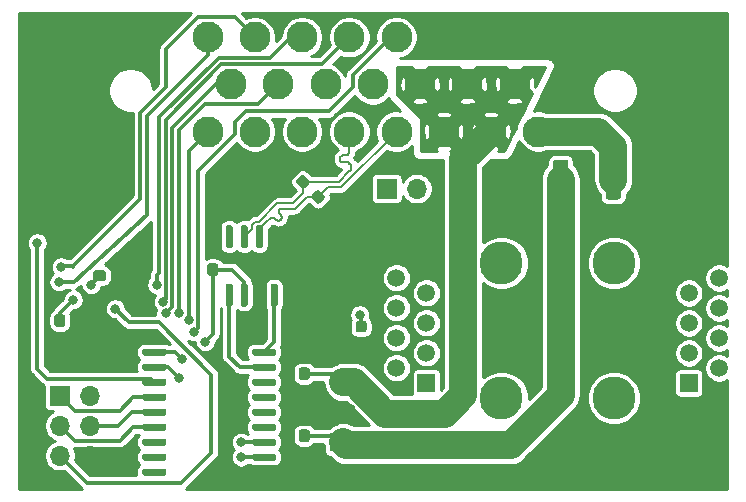
<source format=gbr>
%TF.GenerationSoftware,KiCad,Pcbnew,5.1.7-a382d34a8~88~ubuntu18.04.1*%
%TF.CreationDate,2021-02-25T09:30:43-05:00*%
%TF.ProjectId,DaqBoard,44617142-6f61-4726-942e-6b696361645f,rev?*%
%TF.SameCoordinates,Original*%
%TF.FileFunction,Copper,L2,Bot*%
%TF.FilePolarity,Positive*%
%FSLAX46Y46*%
G04 Gerber Fmt 4.6, Leading zero omitted, Abs format (unit mm)*
G04 Created by KiCad (PCBNEW 5.1.7-a382d34a8~88~ubuntu18.04.1) date 2021-02-25 09:30:43*
%MOMM*%
%LPD*%
G01*
G04 APERTURE LIST*
%TA.AperFunction,ComponentPad*%
%ADD10C,1.500000*%
%TD*%
%TA.AperFunction,ComponentPad*%
%ADD11R,1.500000X1.500000*%
%TD*%
%TA.AperFunction,WasherPad*%
%ADD12C,3.650000*%
%TD*%
%TA.AperFunction,ComponentPad*%
%ADD13C,2.625000*%
%TD*%
%TA.AperFunction,ComponentPad*%
%ADD14R,2.625000X2.625000*%
%TD*%
%TA.AperFunction,ComponentPad*%
%ADD15O,2.300000X1.500000*%
%TD*%
%TA.AperFunction,ComponentPad*%
%ADD16R,2.300000X1.500000*%
%TD*%
%TA.AperFunction,ComponentPad*%
%ADD17O,1.700000X1.700000*%
%TD*%
%TA.AperFunction,ComponentPad*%
%ADD18R,1.700000X1.700000*%
%TD*%
%TA.AperFunction,ViaPad*%
%ADD19C,0.800000*%
%TD*%
%TA.AperFunction,Conductor*%
%ADD20C,0.360000*%
%TD*%
%TA.AperFunction,Conductor*%
%ADD21C,2.400000*%
%TD*%
%TA.AperFunction,Conductor*%
%ADD22C,0.200000*%
%TD*%
%TA.AperFunction,Conductor*%
%ADD23C,0.254000*%
%TD*%
%TA.AperFunction,Conductor*%
%ADD24C,0.100000*%
%TD*%
G04 APERTURE END LIST*
%TO.P,C1,2*%
%TO.N,GND*%
%TA.AperFunction,SMDPad,CuDef*%
G36*
G01*
X115459500Y-98215500D02*
X115934500Y-98215500D01*
G75*
G02*
X116172000Y-98453000I0J-237500D01*
G01*
X116172000Y-99053000D01*
G75*
G02*
X115934500Y-99290500I-237500J0D01*
G01*
X115459500Y-99290500D01*
G75*
G02*
X115222000Y-99053000I0J237500D01*
G01*
X115222000Y-98453000D01*
G75*
G02*
X115459500Y-98215500I237500J0D01*
G01*
G37*
%TD.AperFunction*%
%TO.P,C1,1*%
%TO.N,+5V*%
%TA.AperFunction,SMDPad,CuDef*%
G36*
G01*
X115459500Y-96490500D02*
X115934500Y-96490500D01*
G75*
G02*
X116172000Y-96728000I0J-237500D01*
G01*
X116172000Y-97328000D01*
G75*
G02*
X115934500Y-97565500I-237500J0D01*
G01*
X115459500Y-97565500D01*
G75*
G02*
X115222000Y-97328000I0J237500D01*
G01*
X115222000Y-96728000D01*
G75*
G02*
X115459500Y-96490500I237500J0D01*
G01*
G37*
%TD.AperFunction*%
%TD*%
D10*
%TO.P,J4,8*%
%TO.N,/E4_N*%
X144208500Y-93408500D03*
%TO.P,J4,7*%
%TO.N,/E4_P*%
X146748500Y-94678500D03*
%TO.P,J4,6*%
%TO.N,/E3_N*%
X144208500Y-95948500D03*
%TO.P,J4,5*%
%TO.N,/E3_P*%
X146748500Y-97218500D03*
%TO.P,J4,4*%
%TO.N,/E2_N*%
X144208500Y-98488500D03*
%TO.P,J4,3*%
%TO.N,/E2_P*%
X146748500Y-99758500D03*
%TO.P,J4,2*%
%TO.N,/E1_N*%
X144208500Y-101028500D03*
D11*
%TO.P,J4,1*%
%TO.N,/E1_P*%
X146748500Y-102298500D03*
D12*
%TO.P,J4,*%
%TO.N,*%
X153098500Y-103568500D03*
X153098500Y-92138500D03*
%TD*%
D13*
%TO.P,J5,22*%
%TO.N,/BRAKE_OUT*%
X132210000Y-81025000D03*
%TO.P,J5,21*%
%TO.N,/FAN_OUT*%
X136210000Y-81025000D03*
%TO.P,J5,20*%
%TO.N,/CAN-*%
X140210000Y-81025000D03*
%TO.P,J5,19*%
%TO.N,/CAN+*%
X144210000Y-81025000D03*
%TO.P,J5,18*%
%TO.N,+5V*%
X148210000Y-81025000D03*
%TO.P,J5,17*%
X152210000Y-81025000D03*
%TO.P,J5,14*%
%TO.N,/DAMPER_L*%
X134210000Y-77025000D03*
%TO.P,J5,13*%
%TO.N,/CAN-*%
X138210000Y-77025000D03*
%TO.P,J5,12*%
%TO.N,/CAN+*%
X142210000Y-77025000D03*
%TO.P,J5,11*%
%TO.N,+5V*%
X146210000Y-77025000D03*
%TO.P,J5,10*%
X150210000Y-77025000D03*
%TO.P,J5,7*%
%TO.N,/SENSOR_1*%
X132210000Y-73025000D03*
%TO.P,J5,6*%
%TO.N,/SENSOR_6*%
X136210000Y-73025000D03*
%TO.P,J5,5*%
%TO.N,/SENSOR_5*%
X140210000Y-73025000D03*
%TO.P,J5,4*%
%TO.N,/WHEEL_L*%
X144210000Y-73025000D03*
%TO.P,J5,3*%
%TO.N,GND*%
X148210000Y-73025000D03*
%TO.P,J5,2*%
X152210000Y-73025000D03*
%TO.P,J5,23*%
%TO.N,/WHEEL_R*%
X128210000Y-81025000D03*
%TO.P,J5,16*%
%TO.N,+12V*%
X156210000Y-81025000D03*
%TO.P,J5,15*%
%TO.N,/DAMPER_R*%
X130210000Y-77025000D03*
%TO.P,J5,9*%
%TO.N,+5V*%
X154210000Y-77025000D03*
%TO.P,J5,8*%
%TO.N,/SENSOR_2*%
X128210000Y-73025000D03*
D14*
%TO.P,J5,1*%
%TO.N,GND*%
X156210000Y-73025000D03*
%TD*%
D12*
%TO.P,J1,*%
%TO.N,*%
X162610800Y-92151200D03*
X162610800Y-103581200D03*
D11*
%TO.P,J1,1*%
%TO.N,/E1_P*%
X168960800Y-102311200D03*
D10*
%TO.P,J1,2*%
%TO.N,/E1_N*%
X171500800Y-101041200D03*
%TO.P,J1,3*%
%TO.N,/E2_P*%
X168960800Y-99771200D03*
%TO.P,J1,4*%
%TO.N,/E2_N*%
X171500800Y-98501200D03*
%TO.P,J1,5*%
%TO.N,/E3_P*%
X168960800Y-97231200D03*
%TO.P,J1,6*%
%TO.N,/E3_N*%
X171500800Y-95961200D03*
%TO.P,J1,7*%
%TO.N,/E4_P*%
X168960800Y-94691200D03*
%TO.P,J1,8*%
%TO.N,/E4_N*%
X171500800Y-93421200D03*
%TD*%
%TO.P,U4,8*%
%TO.N,GND*%
%TA.AperFunction,SMDPad,CuDef*%
G36*
G01*
X134008000Y-90891000D02*
X133708000Y-90891000D01*
G75*
G02*
X133558000Y-90741000I0J150000D01*
G01*
X133558000Y-89091000D01*
G75*
G02*
X133708000Y-88941000I150000J0D01*
G01*
X134008000Y-88941000D01*
G75*
G02*
X134158000Y-89091000I0J-150000D01*
G01*
X134158000Y-90741000D01*
G75*
G02*
X134008000Y-90891000I-150000J0D01*
G01*
G37*
%TD.AperFunction*%
%TO.P,U4,7*%
%TO.N,/CAN+*%
%TA.AperFunction,SMDPad,CuDef*%
G36*
G01*
X132738000Y-90891000D02*
X132438000Y-90891000D01*
G75*
G02*
X132288000Y-90741000I0J150000D01*
G01*
X132288000Y-89091000D01*
G75*
G02*
X132438000Y-88941000I150000J0D01*
G01*
X132738000Y-88941000D01*
G75*
G02*
X132888000Y-89091000I0J-150000D01*
G01*
X132888000Y-90741000D01*
G75*
G02*
X132738000Y-90891000I-150000J0D01*
G01*
G37*
%TD.AperFunction*%
%TO.P,U4,6*%
%TO.N,/CAN-*%
%TA.AperFunction,SMDPad,CuDef*%
G36*
G01*
X131468000Y-90891000D02*
X131168000Y-90891000D01*
G75*
G02*
X131018000Y-90741000I0J150000D01*
G01*
X131018000Y-89091000D01*
G75*
G02*
X131168000Y-88941000I150000J0D01*
G01*
X131468000Y-88941000D01*
G75*
G02*
X131618000Y-89091000I0J-150000D01*
G01*
X131618000Y-90741000D01*
G75*
G02*
X131468000Y-90891000I-150000J0D01*
G01*
G37*
%TD.AperFunction*%
%TO.P,U4,5*%
%TO.N,N/C*%
%TA.AperFunction,SMDPad,CuDef*%
G36*
G01*
X130198000Y-90891000D02*
X129898000Y-90891000D01*
G75*
G02*
X129748000Y-90741000I0J150000D01*
G01*
X129748000Y-89091000D01*
G75*
G02*
X129898000Y-88941000I150000J0D01*
G01*
X130198000Y-88941000D01*
G75*
G02*
X130348000Y-89091000I0J-150000D01*
G01*
X130348000Y-90741000D01*
G75*
G02*
X130198000Y-90891000I-150000J0D01*
G01*
G37*
%TD.AperFunction*%
%TO.P,U4,4*%
%TO.N,/CAN_Interface/RXCAN*%
%TA.AperFunction,SMDPad,CuDef*%
G36*
G01*
X130198000Y-95841000D02*
X129898000Y-95841000D01*
G75*
G02*
X129748000Y-95691000I0J150000D01*
G01*
X129748000Y-94041000D01*
G75*
G02*
X129898000Y-93891000I150000J0D01*
G01*
X130198000Y-93891000D01*
G75*
G02*
X130348000Y-94041000I0J-150000D01*
G01*
X130348000Y-95691000D01*
G75*
G02*
X130198000Y-95841000I-150000J0D01*
G01*
G37*
%TD.AperFunction*%
%TO.P,U4,3*%
%TO.N,+5V*%
%TA.AperFunction,SMDPad,CuDef*%
G36*
G01*
X131468000Y-95841000D02*
X131168000Y-95841000D01*
G75*
G02*
X131018000Y-95691000I0J150000D01*
G01*
X131018000Y-94041000D01*
G75*
G02*
X131168000Y-93891000I150000J0D01*
G01*
X131468000Y-93891000D01*
G75*
G02*
X131618000Y-94041000I0J-150000D01*
G01*
X131618000Y-95691000D01*
G75*
G02*
X131468000Y-95841000I-150000J0D01*
G01*
G37*
%TD.AperFunction*%
%TO.P,U4,2*%
%TO.N,GND*%
%TA.AperFunction,SMDPad,CuDef*%
G36*
G01*
X132738000Y-95841000D02*
X132438000Y-95841000D01*
G75*
G02*
X132288000Y-95691000I0J150000D01*
G01*
X132288000Y-94041000D01*
G75*
G02*
X132438000Y-93891000I150000J0D01*
G01*
X132738000Y-93891000D01*
G75*
G02*
X132888000Y-94041000I0J-150000D01*
G01*
X132888000Y-95691000D01*
G75*
G02*
X132738000Y-95841000I-150000J0D01*
G01*
G37*
%TD.AperFunction*%
%TO.P,U4,1*%
%TO.N,/CAN_Interface/TXCAN*%
%TA.AperFunction,SMDPad,CuDef*%
G36*
G01*
X134008000Y-95841000D02*
X133708000Y-95841000D01*
G75*
G02*
X133558000Y-95691000I0J150000D01*
G01*
X133558000Y-94041000D01*
G75*
G02*
X133708000Y-93891000I150000J0D01*
G01*
X134008000Y-93891000D01*
G75*
G02*
X134158000Y-94041000I0J-150000D01*
G01*
X134158000Y-95691000D01*
G75*
G02*
X134008000Y-95841000I-150000J0D01*
G01*
G37*
%TD.AperFunction*%
%TD*%
%TO.P,U3,18*%
%TO.N,+5V*%
%TA.AperFunction,SMDPad,CuDef*%
G36*
G01*
X124723000Y-99545000D02*
X124723000Y-99845000D01*
G75*
G02*
X124573000Y-99995000I-150000J0D01*
G01*
X122823000Y-99995000D01*
G75*
G02*
X122673000Y-99845000I0J150000D01*
G01*
X122673000Y-99545000D01*
G75*
G02*
X122823000Y-99395000I150000J0D01*
G01*
X124573000Y-99395000D01*
G75*
G02*
X124723000Y-99545000I0J-150000D01*
G01*
G37*
%TD.AperFunction*%
%TO.P,U3,17*%
%TO.N,Net-(R4-Pad2)*%
%TA.AperFunction,SMDPad,CuDef*%
G36*
G01*
X124723000Y-100815000D02*
X124723000Y-101115000D01*
G75*
G02*
X124573000Y-101265000I-150000J0D01*
G01*
X122823000Y-101265000D01*
G75*
G02*
X122673000Y-101115000I0J150000D01*
G01*
X122673000Y-100815000D01*
G75*
G02*
X122823000Y-100665000I150000J0D01*
G01*
X124573000Y-100665000D01*
G75*
G02*
X124723000Y-100815000I0J-150000D01*
G01*
G37*
%TD.AperFunction*%
%TO.P,U3,16*%
%TO.N,/CAN_CS*%
%TA.AperFunction,SMDPad,CuDef*%
G36*
G01*
X124723000Y-102085000D02*
X124723000Y-102385000D01*
G75*
G02*
X124573000Y-102535000I-150000J0D01*
G01*
X122823000Y-102535000D01*
G75*
G02*
X122673000Y-102385000I0J150000D01*
G01*
X122673000Y-102085000D01*
G75*
G02*
X122823000Y-101935000I150000J0D01*
G01*
X124573000Y-101935000D01*
G75*
G02*
X124723000Y-102085000I0J-150000D01*
G01*
G37*
%TD.AperFunction*%
%TO.P,U3,15*%
%TO.N,/MISO*%
%TA.AperFunction,SMDPad,CuDef*%
G36*
G01*
X124723000Y-103355000D02*
X124723000Y-103655000D01*
G75*
G02*
X124573000Y-103805000I-150000J0D01*
G01*
X122823000Y-103805000D01*
G75*
G02*
X122673000Y-103655000I0J150000D01*
G01*
X122673000Y-103355000D01*
G75*
G02*
X122823000Y-103205000I150000J0D01*
G01*
X124573000Y-103205000D01*
G75*
G02*
X124723000Y-103355000I0J-150000D01*
G01*
G37*
%TD.AperFunction*%
%TO.P,U3,14*%
%TO.N,/MOSI*%
%TA.AperFunction,SMDPad,CuDef*%
G36*
G01*
X124723000Y-104625000D02*
X124723000Y-104925000D01*
G75*
G02*
X124573000Y-105075000I-150000J0D01*
G01*
X122823000Y-105075000D01*
G75*
G02*
X122673000Y-104925000I0J150000D01*
G01*
X122673000Y-104625000D01*
G75*
G02*
X122823000Y-104475000I150000J0D01*
G01*
X124573000Y-104475000D01*
G75*
G02*
X124723000Y-104625000I0J-150000D01*
G01*
G37*
%TD.AperFunction*%
%TO.P,U3,13*%
%TO.N,/SCK*%
%TA.AperFunction,SMDPad,CuDef*%
G36*
G01*
X124723000Y-105895000D02*
X124723000Y-106195000D01*
G75*
G02*
X124573000Y-106345000I-150000J0D01*
G01*
X122823000Y-106345000D01*
G75*
G02*
X122673000Y-106195000I0J150000D01*
G01*
X122673000Y-105895000D01*
G75*
G02*
X122823000Y-105745000I150000J0D01*
G01*
X124573000Y-105745000D01*
G75*
G02*
X124723000Y-105895000I0J-150000D01*
G01*
G37*
%TD.AperFunction*%
%TO.P,U3,12*%
%TO.N,N/C*%
%TA.AperFunction,SMDPad,CuDef*%
G36*
G01*
X124723000Y-107165000D02*
X124723000Y-107465000D01*
G75*
G02*
X124573000Y-107615000I-150000J0D01*
G01*
X122823000Y-107615000D01*
G75*
G02*
X122673000Y-107465000I0J150000D01*
G01*
X122673000Y-107165000D01*
G75*
G02*
X122823000Y-107015000I150000J0D01*
G01*
X124573000Y-107015000D01*
G75*
G02*
X124723000Y-107165000I0J-150000D01*
G01*
G37*
%TD.AperFunction*%
%TO.P,U3,11*%
%TA.AperFunction,SMDPad,CuDef*%
G36*
G01*
X124723000Y-108435000D02*
X124723000Y-108735000D01*
G75*
G02*
X124573000Y-108885000I-150000J0D01*
G01*
X122823000Y-108885000D01*
G75*
G02*
X122673000Y-108735000I0J150000D01*
G01*
X122673000Y-108435000D01*
G75*
G02*
X122823000Y-108285000I150000J0D01*
G01*
X124573000Y-108285000D01*
G75*
G02*
X124723000Y-108435000I0J-150000D01*
G01*
G37*
%TD.AperFunction*%
%TO.P,U3,10*%
%TA.AperFunction,SMDPad,CuDef*%
G36*
G01*
X124723000Y-109705000D02*
X124723000Y-110005000D01*
G75*
G02*
X124573000Y-110155000I-150000J0D01*
G01*
X122823000Y-110155000D01*
G75*
G02*
X122673000Y-110005000I0J150000D01*
G01*
X122673000Y-109705000D01*
G75*
G02*
X122823000Y-109555000I150000J0D01*
G01*
X124573000Y-109555000D01*
G75*
G02*
X124723000Y-109705000I0J-150000D01*
G01*
G37*
%TD.AperFunction*%
%TO.P,U3,9*%
%TO.N,GND*%
%TA.AperFunction,SMDPad,CuDef*%
G36*
G01*
X134023000Y-109705000D02*
X134023000Y-110005000D01*
G75*
G02*
X133873000Y-110155000I-150000J0D01*
G01*
X132123000Y-110155000D01*
G75*
G02*
X131973000Y-110005000I0J150000D01*
G01*
X131973000Y-109705000D01*
G75*
G02*
X132123000Y-109555000I150000J0D01*
G01*
X133873000Y-109555000D01*
G75*
G02*
X134023000Y-109705000I0J-150000D01*
G01*
G37*
%TD.AperFunction*%
%TO.P,U3,8*%
%TO.N,Net-(U3-Pad8)*%
%TA.AperFunction,SMDPad,CuDef*%
G36*
G01*
X134023000Y-108435000D02*
X134023000Y-108735000D01*
G75*
G02*
X133873000Y-108885000I-150000J0D01*
G01*
X132123000Y-108885000D01*
G75*
G02*
X131973000Y-108735000I0J150000D01*
G01*
X131973000Y-108435000D01*
G75*
G02*
X132123000Y-108285000I150000J0D01*
G01*
X133873000Y-108285000D01*
G75*
G02*
X134023000Y-108435000I0J-150000D01*
G01*
G37*
%TD.AperFunction*%
%TO.P,U3,7*%
%TO.N,Net-(U3-Pad7)*%
%TA.AperFunction,SMDPad,CuDef*%
G36*
G01*
X134023000Y-107165000D02*
X134023000Y-107465000D01*
G75*
G02*
X133873000Y-107615000I-150000J0D01*
G01*
X132123000Y-107615000D01*
G75*
G02*
X131973000Y-107465000I0J150000D01*
G01*
X131973000Y-107165000D01*
G75*
G02*
X132123000Y-107015000I150000J0D01*
G01*
X133873000Y-107015000D01*
G75*
G02*
X134023000Y-107165000I0J-150000D01*
G01*
G37*
%TD.AperFunction*%
%TO.P,U3,6*%
%TO.N,N/C*%
%TA.AperFunction,SMDPad,CuDef*%
G36*
G01*
X134023000Y-105895000D02*
X134023000Y-106195000D01*
G75*
G02*
X133873000Y-106345000I-150000J0D01*
G01*
X132123000Y-106345000D01*
G75*
G02*
X131973000Y-106195000I0J150000D01*
G01*
X131973000Y-105895000D01*
G75*
G02*
X132123000Y-105745000I150000J0D01*
G01*
X133873000Y-105745000D01*
G75*
G02*
X134023000Y-105895000I0J-150000D01*
G01*
G37*
%TD.AperFunction*%
%TO.P,U3,5*%
%TA.AperFunction,SMDPad,CuDef*%
G36*
G01*
X134023000Y-104625000D02*
X134023000Y-104925000D01*
G75*
G02*
X133873000Y-105075000I-150000J0D01*
G01*
X132123000Y-105075000D01*
G75*
G02*
X131973000Y-104925000I0J150000D01*
G01*
X131973000Y-104625000D01*
G75*
G02*
X132123000Y-104475000I150000J0D01*
G01*
X133873000Y-104475000D01*
G75*
G02*
X134023000Y-104625000I0J-150000D01*
G01*
G37*
%TD.AperFunction*%
%TO.P,U3,4*%
%TA.AperFunction,SMDPad,CuDef*%
G36*
G01*
X134023000Y-103355000D02*
X134023000Y-103655000D01*
G75*
G02*
X133873000Y-103805000I-150000J0D01*
G01*
X132123000Y-103805000D01*
G75*
G02*
X131973000Y-103655000I0J150000D01*
G01*
X131973000Y-103355000D01*
G75*
G02*
X132123000Y-103205000I150000J0D01*
G01*
X133873000Y-103205000D01*
G75*
G02*
X134023000Y-103355000I0J-150000D01*
G01*
G37*
%TD.AperFunction*%
%TO.P,U3,3*%
%TA.AperFunction,SMDPad,CuDef*%
G36*
G01*
X134023000Y-102085000D02*
X134023000Y-102385000D01*
G75*
G02*
X133873000Y-102535000I-150000J0D01*
G01*
X132123000Y-102535000D01*
G75*
G02*
X131973000Y-102385000I0J150000D01*
G01*
X131973000Y-102085000D01*
G75*
G02*
X132123000Y-101935000I150000J0D01*
G01*
X133873000Y-101935000D01*
G75*
G02*
X134023000Y-102085000I0J-150000D01*
G01*
G37*
%TD.AperFunction*%
%TO.P,U3,2*%
%TO.N,/CAN_Interface/RXCAN*%
%TA.AperFunction,SMDPad,CuDef*%
G36*
G01*
X134023000Y-100815000D02*
X134023000Y-101115000D01*
G75*
G02*
X133873000Y-101265000I-150000J0D01*
G01*
X132123000Y-101265000D01*
G75*
G02*
X131973000Y-101115000I0J150000D01*
G01*
X131973000Y-100815000D01*
G75*
G02*
X132123000Y-100665000I150000J0D01*
G01*
X133873000Y-100665000D01*
G75*
G02*
X134023000Y-100815000I0J-150000D01*
G01*
G37*
%TD.AperFunction*%
%TO.P,U3,1*%
%TO.N,/CAN_Interface/TXCAN*%
%TA.AperFunction,SMDPad,CuDef*%
G36*
G01*
X134023000Y-99545000D02*
X134023000Y-99845000D01*
G75*
G02*
X133873000Y-99995000I-150000J0D01*
G01*
X132123000Y-99995000D01*
G75*
G02*
X131973000Y-99845000I0J150000D01*
G01*
X131973000Y-99545000D01*
G75*
G02*
X132123000Y-99395000I150000J0D01*
G01*
X133873000Y-99395000D01*
G75*
G02*
X134023000Y-99545000I0J-150000D01*
G01*
G37*
%TD.AperFunction*%
%TD*%
D15*
%TO.P,U2,3*%
%TO.N,+5V*%
X139700000Y-102235000D03*
%TO.P,U2,2*%
%TO.N,GND*%
X139700000Y-104775000D03*
D16*
%TO.P,U2,1*%
%TO.N,Net-(C3-Pad1)*%
X139700000Y-107315000D03*
%TD*%
%TO.P,R5,2*%
%TO.N,/CAN-*%
%TA.AperFunction,SMDPad,CuDef*%
G36*
G01*
X136788583Y-85449507D02*
X136452707Y-85785383D01*
G75*
G02*
X136116831Y-85785383I-167938J167938D01*
G01*
X135763277Y-85431829D01*
G75*
G02*
X135763277Y-85095953I167938J167938D01*
G01*
X136099153Y-84760077D01*
G75*
G02*
X136435029Y-84760077I167938J-167938D01*
G01*
X136788583Y-85113631D01*
G75*
G02*
X136788583Y-85449507I-167938J-167938D01*
G01*
G37*
%TD.AperFunction*%
%TO.P,R5,1*%
%TO.N,/CAN+*%
%TA.AperFunction,SMDPad,CuDef*%
G36*
G01*
X138079053Y-86739977D02*
X137743177Y-87075853D01*
G75*
G02*
X137407301Y-87075853I-167938J167938D01*
G01*
X137053747Y-86722299D01*
G75*
G02*
X137053747Y-86386423I167938J167938D01*
G01*
X137389623Y-86050547D01*
G75*
G02*
X137725499Y-86050547I167938J-167938D01*
G01*
X138079053Y-86404101D01*
G75*
G02*
X138079053Y-86739977I-167938J-167938D01*
G01*
G37*
%TD.AperFunction*%
%TD*%
%TO.P,R3,2*%
%TO.N,GND*%
%TA.AperFunction,SMDPad,CuDef*%
G36*
G01*
X140986500Y-98873500D02*
X141461500Y-98873500D01*
G75*
G02*
X141699000Y-99111000I0J-237500D01*
G01*
X141699000Y-99611000D01*
G75*
G02*
X141461500Y-99848500I-237500J0D01*
G01*
X140986500Y-99848500D01*
G75*
G02*
X140749000Y-99611000I0J237500D01*
G01*
X140749000Y-99111000D01*
G75*
G02*
X140986500Y-98873500I237500J0D01*
G01*
G37*
%TD.AperFunction*%
%TO.P,R3,1*%
%TO.N,/FAN_SIG*%
%TA.AperFunction,SMDPad,CuDef*%
G36*
G01*
X140986500Y-97048500D02*
X141461500Y-97048500D01*
G75*
G02*
X141699000Y-97286000I0J-237500D01*
G01*
X141699000Y-97786000D01*
G75*
G02*
X141461500Y-98023500I-237500J0D01*
G01*
X140986500Y-98023500D01*
G75*
G02*
X140749000Y-97786000I0J237500D01*
G01*
X140749000Y-97286000D01*
G75*
G02*
X140986500Y-97048500I237500J0D01*
G01*
G37*
%TD.AperFunction*%
%TD*%
D17*
%TO.P,J3,6*%
%TO.N,GND*%
X118237000Y-108458000D03*
%TO.P,J3,5*%
%TO.N,/RESET*%
X115697000Y-108458000D03*
%TO.P,J3,4*%
%TO.N,/MOSI*%
X118237000Y-105918000D03*
%TO.P,J3,3*%
%TO.N,/SCK*%
X115697000Y-105918000D03*
%TO.P,J3,2*%
%TO.N,+5V*%
X118237000Y-103378000D03*
D18*
%TO.P,J3,1*%
%TO.N,/MISO*%
X115697000Y-103378000D03*
%TD*%
D17*
%TO.P,J2,2*%
%TO.N,/CAN+*%
X145923000Y-85852000D03*
D18*
%TO.P,J2,1*%
%TO.N,/CAN-*%
X143383000Y-85852000D03*
%TD*%
%TO.P,F1,2*%
%TO.N,+12V*%
%TA.AperFunction,SMDPad,CuDef*%
G36*
G01*
X161910000Y-86540000D02*
X161910000Y-83640000D01*
G75*
G02*
X162160000Y-83390000I250000J0D01*
G01*
X162960000Y-83390000D01*
G75*
G02*
X163210000Y-83640000I0J-250000D01*
G01*
X163210000Y-86540000D01*
G75*
G02*
X162960000Y-86790000I-250000J0D01*
G01*
X162160000Y-86790000D01*
G75*
G02*
X161910000Y-86540000I0J250000D01*
G01*
G37*
%TD.AperFunction*%
%TO.P,F1,1*%
%TO.N,Net-(C3-Pad1)*%
%TA.AperFunction,SMDPad,CuDef*%
G36*
G01*
X157460000Y-86540000D02*
X157460000Y-83640000D01*
G75*
G02*
X157710000Y-83390000I250000J0D01*
G01*
X158510000Y-83390000D01*
G75*
G02*
X158760000Y-83640000I0J-250000D01*
G01*
X158760000Y-86540000D01*
G75*
G02*
X158510000Y-86790000I-250000J0D01*
G01*
X157710000Y-86790000D01*
G75*
G02*
X157460000Y-86540000I0J250000D01*
G01*
G37*
%TD.AperFunction*%
%TD*%
%TO.P,C6,2*%
%TO.N,GND*%
%TA.AperFunction,SMDPad,CuDef*%
G36*
G01*
X128888500Y-91522500D02*
X128413500Y-91522500D01*
G75*
G02*
X128176000Y-91285000I0J237500D01*
G01*
X128176000Y-90685000D01*
G75*
G02*
X128413500Y-90447500I237500J0D01*
G01*
X128888500Y-90447500D01*
G75*
G02*
X129126000Y-90685000I0J-237500D01*
G01*
X129126000Y-91285000D01*
G75*
G02*
X128888500Y-91522500I-237500J0D01*
G01*
G37*
%TD.AperFunction*%
%TO.P,C6,1*%
%TO.N,+5V*%
%TA.AperFunction,SMDPad,CuDef*%
G36*
G01*
X128888500Y-93247500D02*
X128413500Y-93247500D01*
G75*
G02*
X128176000Y-93010000I0J237500D01*
G01*
X128176000Y-92410000D01*
G75*
G02*
X128413500Y-92172500I237500J0D01*
G01*
X128888500Y-92172500D01*
G75*
G02*
X129126000Y-92410000I0J-237500D01*
G01*
X129126000Y-93010000D01*
G75*
G02*
X128888500Y-93247500I-237500J0D01*
G01*
G37*
%TD.AperFunction*%
%TD*%
%TO.P,C4,2*%
%TO.N,GND*%
%TA.AperFunction,SMDPad,CuDef*%
G36*
G01*
X136160500Y-102713500D02*
X136635500Y-102713500D01*
G75*
G02*
X136873000Y-102951000I0J-237500D01*
G01*
X136873000Y-103551000D01*
G75*
G02*
X136635500Y-103788500I-237500J0D01*
G01*
X136160500Y-103788500D01*
G75*
G02*
X135923000Y-103551000I0J237500D01*
G01*
X135923000Y-102951000D01*
G75*
G02*
X136160500Y-102713500I237500J0D01*
G01*
G37*
%TD.AperFunction*%
%TO.P,C4,1*%
%TO.N,+5V*%
%TA.AperFunction,SMDPad,CuDef*%
G36*
G01*
X136160500Y-100988500D02*
X136635500Y-100988500D01*
G75*
G02*
X136873000Y-101226000I0J-237500D01*
G01*
X136873000Y-101826000D01*
G75*
G02*
X136635500Y-102063500I-237500J0D01*
G01*
X136160500Y-102063500D01*
G75*
G02*
X135923000Y-101826000I0J237500D01*
G01*
X135923000Y-101226000D01*
G75*
G02*
X136160500Y-100988500I237500J0D01*
G01*
G37*
%TD.AperFunction*%
%TD*%
%TO.P,C3,2*%
%TO.N,GND*%
%TA.AperFunction,SMDPad,CuDef*%
G36*
G01*
X136635500Y-105593000D02*
X136160500Y-105593000D01*
G75*
G02*
X135923000Y-105355500I0J237500D01*
G01*
X135923000Y-104755500D01*
G75*
G02*
X136160500Y-104518000I237500J0D01*
G01*
X136635500Y-104518000D01*
G75*
G02*
X136873000Y-104755500I0J-237500D01*
G01*
X136873000Y-105355500D01*
G75*
G02*
X136635500Y-105593000I-237500J0D01*
G01*
G37*
%TD.AperFunction*%
%TO.P,C3,1*%
%TO.N,Net-(C3-Pad1)*%
%TA.AperFunction,SMDPad,CuDef*%
G36*
G01*
X136635500Y-107318000D02*
X136160500Y-107318000D01*
G75*
G02*
X135923000Y-107080500I0J237500D01*
G01*
X135923000Y-106480500D01*
G75*
G02*
X136160500Y-106243000I237500J0D01*
G01*
X136635500Y-106243000D01*
G75*
G02*
X136873000Y-106480500I0J-237500D01*
G01*
X136873000Y-107080500D01*
G75*
G02*
X136635500Y-107318000I-237500J0D01*
G01*
G37*
%TD.AperFunction*%
%TD*%
%TO.P,C2,2*%
%TO.N,GND*%
%TA.AperFunction,SMDPad,CuDef*%
G36*
G01*
X120262700Y-93455500D02*
X120262700Y-92980500D01*
G75*
G02*
X120500200Y-92743000I237500J0D01*
G01*
X121100200Y-92743000D01*
G75*
G02*
X121337700Y-92980500I0J-237500D01*
G01*
X121337700Y-93455500D01*
G75*
G02*
X121100200Y-93693000I-237500J0D01*
G01*
X120500200Y-93693000D01*
G75*
G02*
X120262700Y-93455500I0J237500D01*
G01*
G37*
%TD.AperFunction*%
%TO.P,C2,1*%
%TO.N,Net-(C2-Pad1)*%
%TA.AperFunction,SMDPad,CuDef*%
G36*
G01*
X118537700Y-93455500D02*
X118537700Y-92980500D01*
G75*
G02*
X118775200Y-92743000I237500J0D01*
G01*
X119375200Y-92743000D01*
G75*
G02*
X119612700Y-92980500I0J-237500D01*
G01*
X119612700Y-93455500D01*
G75*
G02*
X119375200Y-93693000I-237500J0D01*
G01*
X118775200Y-93693000D01*
G75*
G02*
X118537700Y-93455500I0J237500D01*
G01*
G37*
%TD.AperFunction*%
%TD*%
D19*
%TO.N,GND*%
X130683000Y-101981000D03*
X130810000Y-105156000D03*
X143510000Y-90297000D03*
X144780000Y-90297000D03*
X146050000Y-90297000D03*
X147320000Y-90297000D03*
X139192000Y-97028000D03*
X137287000Y-97028000D03*
X132715000Y-97028000D03*
X131318000Y-97028000D03*
X118872000Y-100584000D03*
X118999000Y-96393000D03*
X116459000Y-83723000D03*
X113919000Y-83723000D03*
X118999000Y-82423000D03*
X116459000Y-82423000D03*
X113919000Y-82423000D03*
X113919000Y-85120000D03*
X116459000Y-85120000D03*
X118999000Y-85120000D03*
X118999000Y-83723000D03*
%TO.N,+5V*%
X126034800Y-100279200D03*
X128016000Y-98806000D03*
X116842000Y-95248000D03*
%TO.N,Net-(C2-Pad1)*%
X118364000Y-93980000D03*
%TO.N,/RESET*%
X120396000Y-96012000D03*
%TO.N,/SENSOR_2*%
X115624892Y-93744000D03*
%TO.N,/SENSOR_1*%
X115824000Y-92456000D03*
%TO.N,/DAMPER_R*%
X124674789Y-96405841D03*
%TO.N,/DAMPER_L*%
X125800975Y-96382743D03*
%TO.N,/WHEEL_R*%
X126601000Y-96982713D03*
%TO.N,/WHEEL_L*%
X127063500Y-97980500D03*
%TO.N,/FAN_SIG*%
X141097000Y-96520000D03*
%TO.N,Net-(R4-Pad2)*%
X125780800Y-101854000D03*
%TO.N,/CAN_CS*%
X113792000Y-90424000D03*
%TO.N,Net-(U3-Pad8)*%
X131064000Y-108585000D03*
%TO.N,Net-(U3-Pad7)*%
X131064000Y-107315000D03*
%TO.N,/SENSOR_6*%
X123900955Y-93980000D03*
%TO.N,/SENSOR_5*%
X124443102Y-95433049D03*
%TD*%
D20*
%TO.N,+5V*%
X128651000Y-92710000D02*
X130302000Y-92710000D01*
X131318000Y-93726000D02*
X131318000Y-94866000D01*
X130302000Y-92710000D02*
X131318000Y-93726000D01*
X138991000Y-101526000D02*
X139700000Y-102235000D01*
X136398000Y-101526000D02*
X138991000Y-101526000D01*
X123698000Y-99695000D02*
X125450600Y-99695000D01*
X125450600Y-99695000D02*
X126034800Y-100279200D01*
X128651000Y-98171000D02*
X128651000Y-92710000D01*
X128016000Y-98806000D02*
X128651000Y-98171000D01*
D21*
X149873499Y-103364501D02*
X148336000Y-104902000D01*
X152210000Y-81025000D02*
X149873499Y-83361501D01*
X149873499Y-83361501D02*
X149873499Y-103364501D01*
X140600573Y-102235000D02*
X139700000Y-102235000D01*
X148336000Y-104902000D02*
X143267573Y-104902000D01*
X143267573Y-104902000D02*
X140600573Y-102235000D01*
D20*
X115697000Y-96393000D02*
X116842000Y-95248000D01*
X115697000Y-97028000D02*
X115697000Y-96393000D01*
%TO.N,Net-(C2-Pad1)*%
X118364000Y-93929200D02*
X119075200Y-93218000D01*
X118364000Y-93980000D02*
X118364000Y-93929200D01*
%TO.N,Net-(C3-Pad1)*%
X139165500Y-106780500D02*
X139700000Y-107315000D01*
X136398000Y-106780500D02*
X139165500Y-106780500D01*
D21*
X158110000Y-103330002D02*
X153871002Y-107569000D01*
X158110000Y-85090000D02*
X158110000Y-103330002D01*
X139954000Y-107569000D02*
X139700000Y-107315000D01*
X153871002Y-107569000D02*
X139954000Y-107569000D01*
%TO.N,+12V*%
X156210000Y-81025000D02*
X161289000Y-81025000D01*
X162560000Y-82296000D02*
X162560000Y-85090000D01*
X161289000Y-81025000D02*
X162560000Y-82296000D01*
D20*
%TO.N,/RESET*%
X124095844Y-97185842D02*
X128524000Y-101613998D01*
X120396000Y-96012000D02*
X121569842Y-97185842D01*
X121569842Y-97185842D02*
X124095844Y-97185842D01*
X128524000Y-108204000D02*
X125984000Y-110744000D01*
X128524000Y-101613998D02*
X128524000Y-108204000D01*
X117983000Y-110744000D02*
X115697000Y-108458000D01*
X125984000Y-110744000D02*
X117983000Y-110744000D01*
%TO.N,/MOSI*%
X123698000Y-104775000D02*
X121793000Y-104775000D01*
X120650000Y-105918000D02*
X118237000Y-105918000D01*
X121793000Y-104775000D02*
X120650000Y-105918000D01*
%TO.N,/SCK*%
X123698000Y-106045000D02*
X121920000Y-106045000D01*
X121920000Y-106045000D02*
X120777000Y-107188000D01*
X116967000Y-107188000D02*
X115697000Y-105918000D01*
X120777000Y-107188000D02*
X116967000Y-107188000D01*
%TO.N,/MISO*%
X123698000Y-103505000D02*
X121920000Y-103505000D01*
X121920000Y-103505000D02*
X120777000Y-104648000D01*
X116967000Y-104648000D02*
X115697000Y-103378000D01*
X120777000Y-104648000D02*
X116967000Y-104648000D01*
%TO.N,/SENSOR_2*%
X128210000Y-74582582D02*
X128210000Y-73025000D01*
X123085980Y-88097520D02*
X123085980Y-79706602D01*
X123085980Y-79706602D02*
X128210000Y-74582582D01*
X116903500Y-93726000D02*
X123085980Y-88097520D01*
X116903500Y-93726000D02*
X116885500Y-93744000D01*
X116885500Y-93744000D02*
X115624892Y-93744000D01*
%TO.N,/SENSOR_1*%
X127397599Y-71332499D02*
X130517499Y-71332499D01*
X122525970Y-86706530D02*
X122525970Y-79474639D01*
X122525970Y-79474639D02*
X124721110Y-77279500D01*
X124721110Y-74008988D02*
X127397599Y-71332499D01*
X124721110Y-77279500D02*
X124721110Y-74008988D01*
X116840000Y-92392500D02*
X122525970Y-86706530D01*
X130517499Y-71332499D02*
X132210000Y-73025000D01*
X116840000Y-92392500D02*
X116840000Y-92456000D01*
X116840000Y-92392500D02*
X115887500Y-92392500D01*
X115887500Y-92392500D02*
X115824000Y-92456000D01*
%TO.N,/DAMPER_R*%
X124674789Y-96405841D02*
X125240965Y-95839665D01*
X128913125Y-77025000D02*
X130210000Y-77025000D01*
X125240965Y-95839665D02*
X125240965Y-80697160D01*
X125240965Y-80697160D02*
X128913125Y-77025000D01*
%TO.N,/DAMPER_L*%
X133705098Y-77025000D02*
X134210000Y-77025000D01*
X132517499Y-78717501D02*
X134210000Y-77025000D01*
X128012597Y-78717501D02*
X132517499Y-78717501D01*
X125800975Y-96382743D02*
X125800975Y-80929123D01*
X125800975Y-80929123D02*
X128012597Y-78717501D01*
%TO.N,/WHEEL_R*%
X126601000Y-82634000D02*
X128210000Y-81025000D01*
X126601000Y-96982713D02*
X126601000Y-82634000D01*
%TO.N,/WHEEL_L*%
X130517499Y-80212599D02*
X131452587Y-79277511D01*
X131452587Y-79277511D02*
X138462391Y-79277511D01*
X127381000Y-84358902D02*
X130517499Y-81222403D01*
X127381000Y-97663000D02*
X127381000Y-84358902D01*
X127063500Y-97980500D02*
X127381000Y-97663000D01*
X143705098Y-73025000D02*
X144210000Y-73025000D01*
X130517499Y-81222403D02*
X130517499Y-80212599D01*
X138462391Y-79277511D02*
X140517499Y-77222403D01*
X140517499Y-77222403D02*
X140517499Y-76212599D01*
X140517499Y-76212599D02*
X143705098Y-73025000D01*
%TO.N,/FAN_SIG*%
X141224000Y-97536000D02*
X141224000Y-96647000D01*
X141224000Y-96647000D02*
X141097000Y-96520000D01*
%TO.N,Net-(R4-Pad2)*%
X123698000Y-100965000D02*
X124891800Y-100965000D01*
X124891800Y-100965000D02*
X125780800Y-101854000D01*
%TO.N,/CAN_CS*%
X113792000Y-90424000D02*
X113792000Y-101092000D01*
X123398000Y-101935000D02*
X123698000Y-102235000D01*
X113792000Y-101092000D02*
X114635000Y-101935000D01*
X114635000Y-101935000D02*
X123398000Y-101935000D01*
%TO.N,Net-(U3-Pad8)*%
X131064000Y-108585000D02*
X132998000Y-108585000D01*
%TO.N,Net-(U3-Pad7)*%
X131064000Y-107315000D02*
X132998000Y-107315000D01*
%TO.N,/CAN_Interface/RXCAN*%
X130048000Y-94866000D02*
X130048000Y-100076000D01*
X130937000Y-100965000D02*
X132998000Y-100965000D01*
X130048000Y-100076000D02*
X130937000Y-100965000D01*
%TO.N,/CAN_Interface/TXCAN*%
X133858000Y-98835000D02*
X132998000Y-99695000D01*
X133858000Y-94866000D02*
X133858000Y-98835000D01*
D22*
%TO.N,/CAN+*%
X138406870Y-85722730D02*
X137566400Y-86563200D01*
X139512270Y-85722730D02*
X138406870Y-85722730D01*
X144210000Y-81025000D02*
X139512270Y-85722730D01*
X132588000Y-89882397D02*
X132588000Y-89916000D01*
X134473061Y-88169343D02*
X134488009Y-88234838D01*
X134234216Y-87728743D02*
X134234217Y-87795921D01*
X134443913Y-88108818D02*
X134473061Y-88169343D01*
X134320198Y-87974464D02*
X134402028Y-88056294D01*
X134402028Y-88056294D02*
X134443913Y-88108818D01*
X134278313Y-87921941D02*
X134320198Y-87974464D01*
X134249165Y-87861416D02*
X134278313Y-87921941D01*
X134488009Y-88234838D02*
X134488010Y-88302016D01*
X134488010Y-88302016D02*
X134473060Y-88367511D01*
X133365605Y-88504792D02*
X132588000Y-89282397D01*
X134234217Y-87795921D02*
X134249165Y-87861416D01*
X134030287Y-88522445D02*
X133977763Y-88480560D01*
X134278312Y-87602723D02*
X134249166Y-87663248D01*
X132588000Y-89282397D02*
X132588000Y-89882397D01*
X134320197Y-87550200D02*
X134278312Y-87602723D01*
X134249166Y-87663248D02*
X134234216Y-87728743D01*
X134288980Y-88551592D02*
X134223485Y-88566542D01*
X134473060Y-88367511D02*
X134443914Y-88428036D01*
X134349505Y-88522446D02*
X134288980Y-88551592D01*
X133977763Y-88480560D02*
X133895934Y-88398731D01*
X134156307Y-88566541D02*
X134090812Y-88551593D01*
X134090812Y-88551593D02*
X134030287Y-88522445D01*
X133524192Y-88356845D02*
X133471670Y-88398728D01*
X134443914Y-88428036D02*
X134402027Y-88480560D01*
X134223485Y-88566542D02*
X134156307Y-88566541D01*
X133895934Y-88398731D02*
X133843412Y-88356844D01*
X133843412Y-88356844D02*
X133782885Y-88327698D01*
X133717392Y-88312748D02*
X133650212Y-88312749D01*
X136594129Y-86563200D02*
X135607129Y-87550200D01*
X134402027Y-88480560D02*
X134349505Y-88522446D01*
X133650212Y-88312749D02*
X133584719Y-88327697D01*
X137566400Y-86563200D02*
X136594129Y-86563200D01*
X133782885Y-88327698D02*
X133717392Y-88312748D01*
X133584719Y-88327697D02*
X133524192Y-88356845D01*
X135607129Y-87550200D02*
X134320197Y-87550200D01*
X133471670Y-88398728D02*
X133365605Y-88504792D01*
%TO.N,/CAN-*%
X136275930Y-85272730D02*
X136275930Y-86245001D01*
X136275930Y-86245001D02*
X135420731Y-87100200D01*
X131987990Y-89246010D02*
X131318000Y-89916000D01*
X131987990Y-88904598D02*
X131987990Y-89246010D01*
X132251598Y-88640990D02*
X131987990Y-88904598D01*
X135420731Y-87100200D02*
X134133800Y-87100200D01*
X134133800Y-87100200D02*
X132593010Y-88640990D01*
X132593010Y-88640990D02*
X132251598Y-88640990D01*
X140202479Y-82805359D02*
X140210000Y-82738603D01*
X140180291Y-82868768D02*
X140202479Y-82805359D01*
X140144550Y-82925649D02*
X140180291Y-82868768D01*
X140097047Y-82973152D02*
X140144550Y-82925649D01*
X140040166Y-83008893D02*
X140097047Y-82973152D01*
X139976757Y-83031081D02*
X140040166Y-83008893D01*
X139910000Y-83038603D02*
X139976757Y-83031081D01*
X140302865Y-84318922D02*
X140311922Y-84309865D01*
X140210000Y-81052069D02*
X140210000Y-81025000D01*
X139565433Y-83068312D02*
X139628842Y-83046124D01*
X140242382Y-84337066D02*
X140254472Y-84332836D01*
X139628842Y-83631081D02*
X139565433Y-83608893D01*
X140254472Y-84332836D02*
X140279929Y-84329967D01*
X139508552Y-83104053D02*
X139565433Y-83068312D01*
X140231536Y-84343881D02*
X140242382Y-84337066D01*
X140292019Y-84325737D02*
X140302865Y-84318922D01*
X140210000Y-83731402D02*
X140210000Y-83638603D01*
X140279929Y-84329967D02*
X140292019Y-84325737D01*
X140324402Y-84274201D02*
X140324402Y-83788603D01*
X139461049Y-83151556D02*
X139508552Y-83104053D01*
X139325873Y-85272730D02*
X140210000Y-84388603D01*
X140311922Y-84309865D02*
X140318737Y-84299019D01*
X140210000Y-84388603D02*
X140211434Y-84375874D01*
X136275930Y-85272730D02*
X139325873Y-85272730D01*
X140211434Y-84375874D02*
X140215664Y-84363784D01*
X140324402Y-83788603D02*
X140322967Y-83775874D01*
X140322967Y-84286929D02*
X140324402Y-84274201D01*
X140215664Y-84363784D02*
X140222479Y-84352938D01*
X140311922Y-83752938D02*
X140302865Y-83743881D01*
X140318737Y-84299019D02*
X140322967Y-84286929D01*
X139695598Y-83038603D02*
X139910000Y-83038603D01*
X140222479Y-84352938D02*
X140231536Y-84343881D01*
X140322967Y-83775874D02*
X140318737Y-83763784D01*
X140302865Y-83743881D02*
X140292019Y-83737066D01*
X140292019Y-83737066D02*
X140279929Y-83732836D01*
X140210000Y-82738603D02*
X140210000Y-81052069D01*
X140279929Y-83732836D02*
X140267201Y-83731402D01*
X140267201Y-83731402D02*
X140210000Y-83731402D01*
X139425308Y-83468768D02*
X139403120Y-83405359D01*
X139425308Y-83208437D02*
X139461049Y-83151556D01*
X139461049Y-83525649D02*
X139425308Y-83468768D01*
X140210000Y-83638603D02*
X139695598Y-83638603D01*
X139628842Y-83046124D02*
X139695598Y-83038603D01*
X140318737Y-83763784D02*
X140311922Y-83752938D01*
X139395598Y-83338603D02*
X139403120Y-83271846D01*
X139508552Y-83573152D02*
X139461049Y-83525649D01*
X139695598Y-83638603D02*
X139628842Y-83631081D01*
X139565433Y-83608893D02*
X139508552Y-83573152D01*
X139403120Y-83405359D02*
X139395598Y-83338603D01*
X139403120Y-83271846D02*
X139425308Y-83208437D01*
D20*
%TO.N,/SENSOR_6*%
X135255000Y-73025000D02*
X136210000Y-73025000D01*
X129159538Y-74772489D02*
X133507511Y-74772489D01*
X124120945Y-79811082D02*
X129159538Y-74772489D01*
X133507511Y-74772489D02*
X135255000Y-73025000D01*
X123900955Y-93980000D02*
X123900955Y-93183990D01*
X124120945Y-92964000D02*
X124120945Y-92287055D01*
X123900955Y-93183990D02*
X124120945Y-92964000D01*
X124120945Y-92287055D02*
X124120945Y-79811082D01*
%TO.N,/SENSOR_5*%
X137902501Y-75332499D02*
X140210000Y-73025000D01*
X129391501Y-75332499D02*
X137902501Y-75332499D01*
X124443102Y-95433049D02*
X124680955Y-95195196D01*
X124680955Y-80043045D02*
X129391501Y-75332499D01*
X124680955Y-95195196D02*
X124680955Y-80043045D01*
%TD*%
D23*
%TO.N,+5V*%
X145433223Y-75579300D02*
X146210000Y-76356077D01*
X146986777Y-75579300D01*
X146974196Y-75565000D01*
X149445804Y-75565000D01*
X149433223Y-75579300D01*
X150210000Y-76356077D01*
X150986777Y-75579300D01*
X150974196Y-75565000D01*
X153445804Y-75565000D01*
X153433223Y-75579300D01*
X154210000Y-76356077D01*
X154986777Y-75579300D01*
X154974196Y-75565000D01*
X156769665Y-75565000D01*
X155936733Y-77290360D01*
X155956628Y-76957888D01*
X155909975Y-76618427D01*
X155849357Y-76418597D01*
X155655700Y-76248223D01*
X154878923Y-77025000D01*
X155655700Y-77801777D01*
X155715048Y-77749565D01*
X154766588Y-79714231D01*
X154697278Y-79783541D01*
X154484148Y-80102513D01*
X154337341Y-80456935D01*
X154287796Y-80706014D01*
X153859197Y-81593827D01*
X153936160Y-81299928D01*
X153956628Y-80957888D01*
X153909975Y-80618427D01*
X153849357Y-80418597D01*
X153655700Y-80248223D01*
X152878923Y-81025000D01*
X153655700Y-81801777D01*
X153834929Y-81644096D01*
X153336286Y-82677000D01*
X152774725Y-82677000D01*
X152816403Y-82664357D01*
X152986777Y-82470700D01*
X152210000Y-81693923D01*
X151433223Y-82470700D01*
X151603597Y-82664357D01*
X151651877Y-82677000D01*
X148774725Y-82677000D01*
X148816403Y-82664357D01*
X148986777Y-82470700D01*
X148210000Y-81693923D01*
X147433223Y-82470700D01*
X147603597Y-82664357D01*
X147651877Y-82677000D01*
X146304000Y-82677000D01*
X146304000Y-81092112D01*
X146463372Y-81092112D01*
X146510025Y-81431573D01*
X146570643Y-81631403D01*
X146764300Y-81801777D01*
X147541077Y-81025000D01*
X148878923Y-81025000D01*
X149655700Y-81801777D01*
X149849357Y-81631403D01*
X149936160Y-81299928D01*
X149948595Y-81092112D01*
X150463372Y-81092112D01*
X150510025Y-81431573D01*
X150570643Y-81631403D01*
X150764300Y-81801777D01*
X151541077Y-81025000D01*
X150764300Y-80248223D01*
X150570643Y-80418597D01*
X150483840Y-80750072D01*
X150463372Y-81092112D01*
X149948595Y-81092112D01*
X149956628Y-80957888D01*
X149909975Y-80618427D01*
X149849357Y-80418597D01*
X149655700Y-80248223D01*
X148878923Y-81025000D01*
X147541077Y-81025000D01*
X146764300Y-80248223D01*
X146570643Y-80418597D01*
X146483840Y-80750072D01*
X146463372Y-81092112D01*
X146304000Y-81092112D01*
X146304000Y-80010000D01*
X146301560Y-79985224D01*
X146294333Y-79961399D01*
X146282597Y-79939443D01*
X146266803Y-79920197D01*
X145925906Y-79579300D01*
X147433223Y-79579300D01*
X148210000Y-80356077D01*
X148986777Y-79579300D01*
X151433223Y-79579300D01*
X152210000Y-80356077D01*
X152986777Y-79579300D01*
X152816403Y-79385643D01*
X152484928Y-79298840D01*
X152142888Y-79278372D01*
X151803427Y-79325025D01*
X151603597Y-79385643D01*
X151433223Y-79579300D01*
X148986777Y-79579300D01*
X148816403Y-79385643D01*
X148484928Y-79298840D01*
X148142888Y-79278372D01*
X147803427Y-79325025D01*
X147603597Y-79385643D01*
X147433223Y-79579300D01*
X145925906Y-79579300D01*
X144817306Y-78470700D01*
X145433223Y-78470700D01*
X145603597Y-78664357D01*
X145935072Y-78751160D01*
X146277112Y-78771628D01*
X146616573Y-78724975D01*
X146816403Y-78664357D01*
X146986777Y-78470700D01*
X149433223Y-78470700D01*
X149603597Y-78664357D01*
X149935072Y-78751160D01*
X150277112Y-78771628D01*
X150616573Y-78724975D01*
X150816403Y-78664357D01*
X150986777Y-78470700D01*
X153433223Y-78470700D01*
X153603597Y-78664357D01*
X153935072Y-78751160D01*
X154277112Y-78771628D01*
X154616573Y-78724975D01*
X154816403Y-78664357D01*
X154986777Y-78470700D01*
X154210000Y-77693923D01*
X153433223Y-78470700D01*
X150986777Y-78470700D01*
X150210000Y-77693923D01*
X149433223Y-78470700D01*
X146986777Y-78470700D01*
X146210000Y-77693923D01*
X145433223Y-78470700D01*
X144817306Y-78470700D01*
X144272000Y-77925394D01*
X144272000Y-77092112D01*
X144463372Y-77092112D01*
X144510025Y-77431573D01*
X144570643Y-77631403D01*
X144764300Y-77801777D01*
X145541077Y-77025000D01*
X146878923Y-77025000D01*
X147655700Y-77801777D01*
X147849357Y-77631403D01*
X147936160Y-77299928D01*
X147948595Y-77092112D01*
X148463372Y-77092112D01*
X148510025Y-77431573D01*
X148570643Y-77631403D01*
X148764300Y-77801777D01*
X149541077Y-77025000D01*
X150878923Y-77025000D01*
X151655700Y-77801777D01*
X151849357Y-77631403D01*
X151936160Y-77299928D01*
X151948595Y-77092112D01*
X152463372Y-77092112D01*
X152510025Y-77431573D01*
X152570643Y-77631403D01*
X152764300Y-77801777D01*
X153541077Y-77025000D01*
X152764300Y-76248223D01*
X152570643Y-76418597D01*
X152483840Y-76750072D01*
X152463372Y-77092112D01*
X151948595Y-77092112D01*
X151956628Y-76957888D01*
X151909975Y-76618427D01*
X151849357Y-76418597D01*
X151655700Y-76248223D01*
X150878923Y-77025000D01*
X149541077Y-77025000D01*
X148764300Y-76248223D01*
X148570643Y-76418597D01*
X148483840Y-76750072D01*
X148463372Y-77092112D01*
X147948595Y-77092112D01*
X147956628Y-76957888D01*
X147909975Y-76618427D01*
X147849357Y-76418597D01*
X147655700Y-76248223D01*
X146878923Y-77025000D01*
X145541077Y-77025000D01*
X144764300Y-76248223D01*
X144570643Y-76418597D01*
X144483840Y-76750072D01*
X144463372Y-77092112D01*
X144272000Y-77092112D01*
X144272000Y-75565000D01*
X145445804Y-75565000D01*
X145433223Y-75579300D01*
%TA.AperFunction,Conductor*%
D24*
G36*
X145433223Y-75579300D02*
G01*
X146210000Y-76356077D01*
X146986777Y-75579300D01*
X146974196Y-75565000D01*
X149445804Y-75565000D01*
X149433223Y-75579300D01*
X150210000Y-76356077D01*
X150986777Y-75579300D01*
X150974196Y-75565000D01*
X153445804Y-75565000D01*
X153433223Y-75579300D01*
X154210000Y-76356077D01*
X154986777Y-75579300D01*
X154974196Y-75565000D01*
X156769665Y-75565000D01*
X155936733Y-77290360D01*
X155956628Y-76957888D01*
X155909975Y-76618427D01*
X155849357Y-76418597D01*
X155655700Y-76248223D01*
X154878923Y-77025000D01*
X155655700Y-77801777D01*
X155715048Y-77749565D01*
X154766588Y-79714231D01*
X154697278Y-79783541D01*
X154484148Y-80102513D01*
X154337341Y-80456935D01*
X154287796Y-80706014D01*
X153859197Y-81593827D01*
X153936160Y-81299928D01*
X153956628Y-80957888D01*
X153909975Y-80618427D01*
X153849357Y-80418597D01*
X153655700Y-80248223D01*
X152878923Y-81025000D01*
X153655700Y-81801777D01*
X153834929Y-81644096D01*
X153336286Y-82677000D01*
X152774725Y-82677000D01*
X152816403Y-82664357D01*
X152986777Y-82470700D01*
X152210000Y-81693923D01*
X151433223Y-82470700D01*
X151603597Y-82664357D01*
X151651877Y-82677000D01*
X148774725Y-82677000D01*
X148816403Y-82664357D01*
X148986777Y-82470700D01*
X148210000Y-81693923D01*
X147433223Y-82470700D01*
X147603597Y-82664357D01*
X147651877Y-82677000D01*
X146304000Y-82677000D01*
X146304000Y-81092112D01*
X146463372Y-81092112D01*
X146510025Y-81431573D01*
X146570643Y-81631403D01*
X146764300Y-81801777D01*
X147541077Y-81025000D01*
X148878923Y-81025000D01*
X149655700Y-81801777D01*
X149849357Y-81631403D01*
X149936160Y-81299928D01*
X149948595Y-81092112D01*
X150463372Y-81092112D01*
X150510025Y-81431573D01*
X150570643Y-81631403D01*
X150764300Y-81801777D01*
X151541077Y-81025000D01*
X150764300Y-80248223D01*
X150570643Y-80418597D01*
X150483840Y-80750072D01*
X150463372Y-81092112D01*
X149948595Y-81092112D01*
X149956628Y-80957888D01*
X149909975Y-80618427D01*
X149849357Y-80418597D01*
X149655700Y-80248223D01*
X148878923Y-81025000D01*
X147541077Y-81025000D01*
X146764300Y-80248223D01*
X146570643Y-80418597D01*
X146483840Y-80750072D01*
X146463372Y-81092112D01*
X146304000Y-81092112D01*
X146304000Y-80010000D01*
X146301560Y-79985224D01*
X146294333Y-79961399D01*
X146282597Y-79939443D01*
X146266803Y-79920197D01*
X145925906Y-79579300D01*
X147433223Y-79579300D01*
X148210000Y-80356077D01*
X148986777Y-79579300D01*
X151433223Y-79579300D01*
X152210000Y-80356077D01*
X152986777Y-79579300D01*
X152816403Y-79385643D01*
X152484928Y-79298840D01*
X152142888Y-79278372D01*
X151803427Y-79325025D01*
X151603597Y-79385643D01*
X151433223Y-79579300D01*
X148986777Y-79579300D01*
X148816403Y-79385643D01*
X148484928Y-79298840D01*
X148142888Y-79278372D01*
X147803427Y-79325025D01*
X147603597Y-79385643D01*
X147433223Y-79579300D01*
X145925906Y-79579300D01*
X144817306Y-78470700D01*
X145433223Y-78470700D01*
X145603597Y-78664357D01*
X145935072Y-78751160D01*
X146277112Y-78771628D01*
X146616573Y-78724975D01*
X146816403Y-78664357D01*
X146986777Y-78470700D01*
X149433223Y-78470700D01*
X149603597Y-78664357D01*
X149935072Y-78751160D01*
X150277112Y-78771628D01*
X150616573Y-78724975D01*
X150816403Y-78664357D01*
X150986777Y-78470700D01*
X153433223Y-78470700D01*
X153603597Y-78664357D01*
X153935072Y-78751160D01*
X154277112Y-78771628D01*
X154616573Y-78724975D01*
X154816403Y-78664357D01*
X154986777Y-78470700D01*
X154210000Y-77693923D01*
X153433223Y-78470700D01*
X150986777Y-78470700D01*
X150210000Y-77693923D01*
X149433223Y-78470700D01*
X146986777Y-78470700D01*
X146210000Y-77693923D01*
X145433223Y-78470700D01*
X144817306Y-78470700D01*
X144272000Y-77925394D01*
X144272000Y-77092112D01*
X144463372Y-77092112D01*
X144510025Y-77431573D01*
X144570643Y-77631403D01*
X144764300Y-77801777D01*
X145541077Y-77025000D01*
X146878923Y-77025000D01*
X147655700Y-77801777D01*
X147849357Y-77631403D01*
X147936160Y-77299928D01*
X147948595Y-77092112D01*
X148463372Y-77092112D01*
X148510025Y-77431573D01*
X148570643Y-77631403D01*
X148764300Y-77801777D01*
X149541077Y-77025000D01*
X150878923Y-77025000D01*
X151655700Y-77801777D01*
X151849357Y-77631403D01*
X151936160Y-77299928D01*
X151948595Y-77092112D01*
X152463372Y-77092112D01*
X152510025Y-77431573D01*
X152570643Y-77631403D01*
X152764300Y-77801777D01*
X153541077Y-77025000D01*
X152764300Y-76248223D01*
X152570643Y-76418597D01*
X152483840Y-76750072D01*
X152463372Y-77092112D01*
X151948595Y-77092112D01*
X151956628Y-76957888D01*
X151909975Y-76618427D01*
X151849357Y-76418597D01*
X151655700Y-76248223D01*
X150878923Y-77025000D01*
X149541077Y-77025000D01*
X148764300Y-76248223D01*
X148570643Y-76418597D01*
X148483840Y-76750072D01*
X148463372Y-77092112D01*
X147948595Y-77092112D01*
X147956628Y-76957888D01*
X147909975Y-76618427D01*
X147849357Y-76418597D01*
X147655700Y-76248223D01*
X146878923Y-77025000D01*
X145541077Y-77025000D01*
X144764300Y-76248223D01*
X144570643Y-76418597D01*
X144483840Y-76750072D01*
X144463372Y-77092112D01*
X144272000Y-77092112D01*
X144272000Y-75565000D01*
X145445804Y-75565000D01*
X145433223Y-75579300D01*
G37*
%TD.AperFunction*%
%TD*%
D23*
%TO.N,GND*%
X124272640Y-73514179D02*
X124247189Y-73535066D01*
X124226302Y-73560517D01*
X124163837Y-73636630D01*
X124101901Y-73752504D01*
X124063762Y-73878234D01*
X124050884Y-74008988D01*
X124054111Y-74041752D01*
X124054110Y-77003220D01*
X123622000Y-77435330D01*
X123622000Y-77336684D01*
X123548523Y-76967290D01*
X123404392Y-76619329D01*
X123195147Y-76306171D01*
X122928829Y-76039853D01*
X122615671Y-75830608D01*
X122267710Y-75686477D01*
X121898316Y-75613000D01*
X121521684Y-75613000D01*
X121152290Y-75686477D01*
X120804329Y-75830608D01*
X120491171Y-76039853D01*
X120224853Y-76306171D01*
X120015608Y-76619329D01*
X119871477Y-76967290D01*
X119798000Y-77336684D01*
X119798000Y-77713316D01*
X119871477Y-78082710D01*
X120015608Y-78430671D01*
X120224853Y-78743829D01*
X120491171Y-79010147D01*
X120804329Y-79219392D01*
X121152290Y-79363523D01*
X121521684Y-79437000D01*
X121859451Y-79437000D01*
X121855744Y-79474639D01*
X121858971Y-79507404D01*
X121858970Y-86430250D01*
X116563721Y-91725500D01*
X116327288Y-91725500D01*
X116244152Y-91669951D01*
X116082728Y-91603087D01*
X115911362Y-91569000D01*
X115736638Y-91569000D01*
X115565272Y-91603087D01*
X115403848Y-91669951D01*
X115258570Y-91767022D01*
X115135022Y-91890570D01*
X115037951Y-92035848D01*
X114971087Y-92197272D01*
X114937000Y-92368638D01*
X114937000Y-92543362D01*
X114971087Y-92714728D01*
X115037951Y-92876152D01*
X115127217Y-93009750D01*
X115059462Y-93055022D01*
X114935914Y-93178570D01*
X114838843Y-93323848D01*
X114771979Y-93485272D01*
X114737892Y-93656638D01*
X114737892Y-93831362D01*
X114771979Y-94002728D01*
X114838843Y-94164152D01*
X114935914Y-94309430D01*
X115059462Y-94432978D01*
X115204740Y-94530049D01*
X115366164Y-94596913D01*
X115537530Y-94631000D01*
X115712254Y-94631000D01*
X115883620Y-94596913D01*
X116045044Y-94530049D01*
X116190322Y-94432978D01*
X116212300Y-94411000D01*
X116544855Y-94411000D01*
X116421848Y-94461951D01*
X116276570Y-94559022D01*
X116153022Y-94682570D01*
X116055951Y-94827848D01*
X115989087Y-94989272D01*
X115955000Y-95160638D01*
X115955000Y-95191720D01*
X115248530Y-95898191D01*
X115223079Y-95919078D01*
X115202192Y-95944529D01*
X115139727Y-96020642D01*
X115122828Y-96052258D01*
X115096269Y-96101946D01*
X115055680Y-96123641D01*
X114945535Y-96214035D01*
X114855141Y-96324180D01*
X114787973Y-96449844D01*
X114746610Y-96586197D01*
X114732644Y-96728000D01*
X114732644Y-97328000D01*
X114746610Y-97469803D01*
X114787973Y-97606156D01*
X114855141Y-97731820D01*
X114945535Y-97841965D01*
X115055680Y-97932359D01*
X115181344Y-97999527D01*
X115317697Y-98040890D01*
X115459500Y-98054856D01*
X115934500Y-98054856D01*
X116076303Y-98040890D01*
X116212656Y-97999527D01*
X116338320Y-97932359D01*
X116448465Y-97841965D01*
X116538859Y-97731820D01*
X116606027Y-97606156D01*
X116647390Y-97469803D01*
X116661356Y-97328000D01*
X116661356Y-96728000D01*
X116647390Y-96586197D01*
X116606027Y-96449844D01*
X116598158Y-96435122D01*
X116898280Y-96135000D01*
X116929362Y-96135000D01*
X117100728Y-96100913D01*
X117262152Y-96034049D01*
X117407430Y-95936978D01*
X117530978Y-95813430D01*
X117628049Y-95668152D01*
X117694913Y-95506728D01*
X117729000Y-95335362D01*
X117729000Y-95160638D01*
X117694913Y-94989272D01*
X117628049Y-94827848D01*
X117530978Y-94682570D01*
X117407430Y-94559022D01*
X117262152Y-94461951D01*
X117100728Y-94395087D01*
X117062177Y-94387419D01*
X117141985Y-94363209D01*
X117257858Y-94301273D01*
X117359422Y-94217922D01*
X117375594Y-94198217D01*
X117483490Y-94099989D01*
X117511087Y-94238728D01*
X117577951Y-94400152D01*
X117675022Y-94545430D01*
X117798570Y-94668978D01*
X117943848Y-94766049D01*
X118105272Y-94832913D01*
X118276638Y-94867000D01*
X118451362Y-94867000D01*
X118622728Y-94832913D01*
X118784152Y-94766049D01*
X118929430Y-94668978D01*
X119052978Y-94545430D01*
X119150049Y-94400152D01*
X119216913Y-94238728D01*
X119228126Y-94182356D01*
X119375200Y-94182356D01*
X119517003Y-94168390D01*
X119653356Y-94127027D01*
X119779020Y-94059859D01*
X119889165Y-93969465D01*
X119979559Y-93859320D01*
X120046727Y-93733656D01*
X120088090Y-93597303D01*
X120102056Y-93455500D01*
X120102056Y-92980500D01*
X120088090Y-92838697D01*
X120046727Y-92702344D01*
X119979559Y-92576680D01*
X119889165Y-92466535D01*
X119779020Y-92376141D01*
X119653356Y-92308973D01*
X119517003Y-92267610D01*
X119498255Y-92265764D01*
X123453945Y-88664536D01*
X123453945Y-92687721D01*
X123452485Y-92689181D01*
X123427034Y-92710068D01*
X123406147Y-92735519D01*
X123343682Y-92811632D01*
X123281746Y-92927506D01*
X123270676Y-92964000D01*
X123243606Y-93053235D01*
X123233955Y-93151225D01*
X123233955Y-93151236D01*
X123230729Y-93183990D01*
X123233955Y-93216744D01*
X123233955Y-93392592D01*
X123211977Y-93414570D01*
X123114906Y-93559848D01*
X123048042Y-93721272D01*
X123013955Y-93892638D01*
X123013955Y-94067362D01*
X123048042Y-94238728D01*
X123114906Y-94400152D01*
X123211977Y-94545430D01*
X123335525Y-94668978D01*
X123480803Y-94766049D01*
X123642227Y-94832913D01*
X123764507Y-94857236D01*
X123754124Y-94867619D01*
X123657053Y-95012897D01*
X123590189Y-95174321D01*
X123556102Y-95345687D01*
X123556102Y-95520411D01*
X123590189Y-95691777D01*
X123657053Y-95853201D01*
X123754124Y-95998479D01*
X123845566Y-96089921D01*
X123821876Y-96147113D01*
X123787789Y-96318479D01*
X123787789Y-96493203D01*
X123792889Y-96518842D01*
X121846123Y-96518842D01*
X121283000Y-95955720D01*
X121283000Y-95924638D01*
X121248913Y-95753272D01*
X121182049Y-95591848D01*
X121084978Y-95446570D01*
X120961430Y-95323022D01*
X120816152Y-95225951D01*
X120654728Y-95159087D01*
X120483362Y-95125000D01*
X120308638Y-95125000D01*
X120137272Y-95159087D01*
X119975848Y-95225951D01*
X119830570Y-95323022D01*
X119707022Y-95446570D01*
X119609951Y-95591848D01*
X119543087Y-95753272D01*
X119509000Y-95924638D01*
X119509000Y-96099362D01*
X119543087Y-96270728D01*
X119609951Y-96432152D01*
X119707022Y-96577430D01*
X119830570Y-96700978D01*
X119975848Y-96798049D01*
X120137272Y-96864913D01*
X120308638Y-96899000D01*
X120339720Y-96899000D01*
X121075037Y-97634318D01*
X121095920Y-97659764D01*
X121121365Y-97680646D01*
X121121369Y-97680650D01*
X121197483Y-97743115D01*
X121237845Y-97764689D01*
X121313357Y-97805051D01*
X121439087Y-97843191D01*
X121537077Y-97852842D01*
X121537087Y-97852842D01*
X121569841Y-97856068D01*
X121602596Y-97852842D01*
X123819565Y-97852842D01*
X124994722Y-99028000D01*
X124946003Y-99028000D01*
X124928207Y-99013395D01*
X124817671Y-98954312D01*
X124697732Y-98917929D01*
X124573000Y-98905644D01*
X122823000Y-98905644D01*
X122698268Y-98917929D01*
X122578329Y-98954312D01*
X122467793Y-99013395D01*
X122370907Y-99092907D01*
X122291395Y-99189793D01*
X122232312Y-99300329D01*
X122195929Y-99420268D01*
X122183644Y-99545000D01*
X122183644Y-99845000D01*
X122195929Y-99969732D01*
X122232312Y-100089671D01*
X122291395Y-100200207D01*
X122370907Y-100297093D01*
X122411004Y-100330000D01*
X122370907Y-100362907D01*
X122291395Y-100459793D01*
X122232312Y-100570329D01*
X122195929Y-100690268D01*
X122183644Y-100815000D01*
X122183644Y-101115000D01*
X122195929Y-101239732D01*
X122204504Y-101268000D01*
X114911280Y-101268000D01*
X114459000Y-100815721D01*
X114459000Y-91011408D01*
X114480978Y-90989430D01*
X114578049Y-90844152D01*
X114644913Y-90682728D01*
X114679000Y-90511362D01*
X114679000Y-90336638D01*
X114644913Y-90165272D01*
X114578049Y-90003848D01*
X114480978Y-89858570D01*
X114357430Y-89735022D01*
X114212152Y-89637951D01*
X114050728Y-89571087D01*
X113879362Y-89537000D01*
X113704638Y-89537000D01*
X113533272Y-89571087D01*
X113371848Y-89637951D01*
X113226570Y-89735022D01*
X113103022Y-89858570D01*
X113005951Y-90003848D01*
X112939087Y-90165272D01*
X112905000Y-90336638D01*
X112905000Y-90511362D01*
X112939087Y-90682728D01*
X113005951Y-90844152D01*
X113103022Y-90989430D01*
X113125000Y-91011408D01*
X113125001Y-101059235D01*
X113121774Y-101092000D01*
X113125001Y-101124765D01*
X113134652Y-101222755D01*
X113146221Y-101260894D01*
X113172791Y-101348484D01*
X113234727Y-101464358D01*
X113297192Y-101540471D01*
X113318079Y-101565922D01*
X113343530Y-101586809D01*
X114140191Y-102383471D01*
X114161078Y-102408922D01*
X114186528Y-102429808D01*
X114262641Y-102492273D01*
X114349855Y-102538890D01*
X114357644Y-102543053D01*
X114357644Y-104228000D01*
X114367047Y-104323469D01*
X114394894Y-104415268D01*
X114440115Y-104499872D01*
X114500973Y-104574027D01*
X114575128Y-104634885D01*
X114659732Y-104680106D01*
X114751531Y-104707953D01*
X114847000Y-104717356D01*
X115101862Y-104717356D01*
X115063693Y-104733166D01*
X114844712Y-104879484D01*
X114658484Y-105065712D01*
X114512166Y-105284693D01*
X114411380Y-105528012D01*
X114360000Y-105786317D01*
X114360000Y-106049683D01*
X114411380Y-106307988D01*
X114512166Y-106551307D01*
X114658484Y-106770288D01*
X114844712Y-106956516D01*
X115063693Y-107102834D01*
X115269302Y-107188000D01*
X115063693Y-107273166D01*
X114844712Y-107419484D01*
X114658484Y-107605712D01*
X114512166Y-107824693D01*
X114411380Y-108068012D01*
X114360000Y-108326317D01*
X114360000Y-108589683D01*
X114411380Y-108847988D01*
X114512166Y-109091307D01*
X114658484Y-109310288D01*
X114844712Y-109496516D01*
X115063693Y-109642834D01*
X115307012Y-109743620D01*
X115565317Y-109795000D01*
X115828683Y-109795000D01*
X116047246Y-109751525D01*
X117488195Y-111192476D01*
X117509078Y-111217922D01*
X117534523Y-111238804D01*
X117534527Y-111238808D01*
X117545728Y-111248000D01*
X112272000Y-111248000D01*
X112272000Y-70997000D01*
X126789818Y-70997000D01*
X124272640Y-73514179D01*
%TA.AperFunction,Conductor*%
D24*
G36*
X124272640Y-73514179D02*
G01*
X124247189Y-73535066D01*
X124226302Y-73560517D01*
X124163837Y-73636630D01*
X124101901Y-73752504D01*
X124063762Y-73878234D01*
X124050884Y-74008988D01*
X124054111Y-74041752D01*
X124054110Y-77003220D01*
X123622000Y-77435330D01*
X123622000Y-77336684D01*
X123548523Y-76967290D01*
X123404392Y-76619329D01*
X123195147Y-76306171D01*
X122928829Y-76039853D01*
X122615671Y-75830608D01*
X122267710Y-75686477D01*
X121898316Y-75613000D01*
X121521684Y-75613000D01*
X121152290Y-75686477D01*
X120804329Y-75830608D01*
X120491171Y-76039853D01*
X120224853Y-76306171D01*
X120015608Y-76619329D01*
X119871477Y-76967290D01*
X119798000Y-77336684D01*
X119798000Y-77713316D01*
X119871477Y-78082710D01*
X120015608Y-78430671D01*
X120224853Y-78743829D01*
X120491171Y-79010147D01*
X120804329Y-79219392D01*
X121152290Y-79363523D01*
X121521684Y-79437000D01*
X121859451Y-79437000D01*
X121855744Y-79474639D01*
X121858971Y-79507404D01*
X121858970Y-86430250D01*
X116563721Y-91725500D01*
X116327288Y-91725500D01*
X116244152Y-91669951D01*
X116082728Y-91603087D01*
X115911362Y-91569000D01*
X115736638Y-91569000D01*
X115565272Y-91603087D01*
X115403848Y-91669951D01*
X115258570Y-91767022D01*
X115135022Y-91890570D01*
X115037951Y-92035848D01*
X114971087Y-92197272D01*
X114937000Y-92368638D01*
X114937000Y-92543362D01*
X114971087Y-92714728D01*
X115037951Y-92876152D01*
X115127217Y-93009750D01*
X115059462Y-93055022D01*
X114935914Y-93178570D01*
X114838843Y-93323848D01*
X114771979Y-93485272D01*
X114737892Y-93656638D01*
X114737892Y-93831362D01*
X114771979Y-94002728D01*
X114838843Y-94164152D01*
X114935914Y-94309430D01*
X115059462Y-94432978D01*
X115204740Y-94530049D01*
X115366164Y-94596913D01*
X115537530Y-94631000D01*
X115712254Y-94631000D01*
X115883620Y-94596913D01*
X116045044Y-94530049D01*
X116190322Y-94432978D01*
X116212300Y-94411000D01*
X116544855Y-94411000D01*
X116421848Y-94461951D01*
X116276570Y-94559022D01*
X116153022Y-94682570D01*
X116055951Y-94827848D01*
X115989087Y-94989272D01*
X115955000Y-95160638D01*
X115955000Y-95191720D01*
X115248530Y-95898191D01*
X115223079Y-95919078D01*
X115202192Y-95944529D01*
X115139727Y-96020642D01*
X115122828Y-96052258D01*
X115096269Y-96101946D01*
X115055680Y-96123641D01*
X114945535Y-96214035D01*
X114855141Y-96324180D01*
X114787973Y-96449844D01*
X114746610Y-96586197D01*
X114732644Y-96728000D01*
X114732644Y-97328000D01*
X114746610Y-97469803D01*
X114787973Y-97606156D01*
X114855141Y-97731820D01*
X114945535Y-97841965D01*
X115055680Y-97932359D01*
X115181344Y-97999527D01*
X115317697Y-98040890D01*
X115459500Y-98054856D01*
X115934500Y-98054856D01*
X116076303Y-98040890D01*
X116212656Y-97999527D01*
X116338320Y-97932359D01*
X116448465Y-97841965D01*
X116538859Y-97731820D01*
X116606027Y-97606156D01*
X116647390Y-97469803D01*
X116661356Y-97328000D01*
X116661356Y-96728000D01*
X116647390Y-96586197D01*
X116606027Y-96449844D01*
X116598158Y-96435122D01*
X116898280Y-96135000D01*
X116929362Y-96135000D01*
X117100728Y-96100913D01*
X117262152Y-96034049D01*
X117407430Y-95936978D01*
X117530978Y-95813430D01*
X117628049Y-95668152D01*
X117694913Y-95506728D01*
X117729000Y-95335362D01*
X117729000Y-95160638D01*
X117694913Y-94989272D01*
X117628049Y-94827848D01*
X117530978Y-94682570D01*
X117407430Y-94559022D01*
X117262152Y-94461951D01*
X117100728Y-94395087D01*
X117062177Y-94387419D01*
X117141985Y-94363209D01*
X117257858Y-94301273D01*
X117359422Y-94217922D01*
X117375594Y-94198217D01*
X117483490Y-94099989D01*
X117511087Y-94238728D01*
X117577951Y-94400152D01*
X117675022Y-94545430D01*
X117798570Y-94668978D01*
X117943848Y-94766049D01*
X118105272Y-94832913D01*
X118276638Y-94867000D01*
X118451362Y-94867000D01*
X118622728Y-94832913D01*
X118784152Y-94766049D01*
X118929430Y-94668978D01*
X119052978Y-94545430D01*
X119150049Y-94400152D01*
X119216913Y-94238728D01*
X119228126Y-94182356D01*
X119375200Y-94182356D01*
X119517003Y-94168390D01*
X119653356Y-94127027D01*
X119779020Y-94059859D01*
X119889165Y-93969465D01*
X119979559Y-93859320D01*
X120046727Y-93733656D01*
X120088090Y-93597303D01*
X120102056Y-93455500D01*
X120102056Y-92980500D01*
X120088090Y-92838697D01*
X120046727Y-92702344D01*
X119979559Y-92576680D01*
X119889165Y-92466535D01*
X119779020Y-92376141D01*
X119653356Y-92308973D01*
X119517003Y-92267610D01*
X119498255Y-92265764D01*
X123453945Y-88664536D01*
X123453945Y-92687721D01*
X123452485Y-92689181D01*
X123427034Y-92710068D01*
X123406147Y-92735519D01*
X123343682Y-92811632D01*
X123281746Y-92927506D01*
X123270676Y-92964000D01*
X123243606Y-93053235D01*
X123233955Y-93151225D01*
X123233955Y-93151236D01*
X123230729Y-93183990D01*
X123233955Y-93216744D01*
X123233955Y-93392592D01*
X123211977Y-93414570D01*
X123114906Y-93559848D01*
X123048042Y-93721272D01*
X123013955Y-93892638D01*
X123013955Y-94067362D01*
X123048042Y-94238728D01*
X123114906Y-94400152D01*
X123211977Y-94545430D01*
X123335525Y-94668978D01*
X123480803Y-94766049D01*
X123642227Y-94832913D01*
X123764507Y-94857236D01*
X123754124Y-94867619D01*
X123657053Y-95012897D01*
X123590189Y-95174321D01*
X123556102Y-95345687D01*
X123556102Y-95520411D01*
X123590189Y-95691777D01*
X123657053Y-95853201D01*
X123754124Y-95998479D01*
X123845566Y-96089921D01*
X123821876Y-96147113D01*
X123787789Y-96318479D01*
X123787789Y-96493203D01*
X123792889Y-96518842D01*
X121846123Y-96518842D01*
X121283000Y-95955720D01*
X121283000Y-95924638D01*
X121248913Y-95753272D01*
X121182049Y-95591848D01*
X121084978Y-95446570D01*
X120961430Y-95323022D01*
X120816152Y-95225951D01*
X120654728Y-95159087D01*
X120483362Y-95125000D01*
X120308638Y-95125000D01*
X120137272Y-95159087D01*
X119975848Y-95225951D01*
X119830570Y-95323022D01*
X119707022Y-95446570D01*
X119609951Y-95591848D01*
X119543087Y-95753272D01*
X119509000Y-95924638D01*
X119509000Y-96099362D01*
X119543087Y-96270728D01*
X119609951Y-96432152D01*
X119707022Y-96577430D01*
X119830570Y-96700978D01*
X119975848Y-96798049D01*
X120137272Y-96864913D01*
X120308638Y-96899000D01*
X120339720Y-96899000D01*
X121075037Y-97634318D01*
X121095920Y-97659764D01*
X121121365Y-97680646D01*
X121121369Y-97680650D01*
X121197483Y-97743115D01*
X121237845Y-97764689D01*
X121313357Y-97805051D01*
X121439087Y-97843191D01*
X121537077Y-97852842D01*
X121537087Y-97852842D01*
X121569841Y-97856068D01*
X121602596Y-97852842D01*
X123819565Y-97852842D01*
X124994722Y-99028000D01*
X124946003Y-99028000D01*
X124928207Y-99013395D01*
X124817671Y-98954312D01*
X124697732Y-98917929D01*
X124573000Y-98905644D01*
X122823000Y-98905644D01*
X122698268Y-98917929D01*
X122578329Y-98954312D01*
X122467793Y-99013395D01*
X122370907Y-99092907D01*
X122291395Y-99189793D01*
X122232312Y-99300329D01*
X122195929Y-99420268D01*
X122183644Y-99545000D01*
X122183644Y-99845000D01*
X122195929Y-99969732D01*
X122232312Y-100089671D01*
X122291395Y-100200207D01*
X122370907Y-100297093D01*
X122411004Y-100330000D01*
X122370907Y-100362907D01*
X122291395Y-100459793D01*
X122232312Y-100570329D01*
X122195929Y-100690268D01*
X122183644Y-100815000D01*
X122183644Y-101115000D01*
X122195929Y-101239732D01*
X122204504Y-101268000D01*
X114911280Y-101268000D01*
X114459000Y-100815721D01*
X114459000Y-91011408D01*
X114480978Y-90989430D01*
X114578049Y-90844152D01*
X114644913Y-90682728D01*
X114679000Y-90511362D01*
X114679000Y-90336638D01*
X114644913Y-90165272D01*
X114578049Y-90003848D01*
X114480978Y-89858570D01*
X114357430Y-89735022D01*
X114212152Y-89637951D01*
X114050728Y-89571087D01*
X113879362Y-89537000D01*
X113704638Y-89537000D01*
X113533272Y-89571087D01*
X113371848Y-89637951D01*
X113226570Y-89735022D01*
X113103022Y-89858570D01*
X113005951Y-90003848D01*
X112939087Y-90165272D01*
X112905000Y-90336638D01*
X112905000Y-90511362D01*
X112939087Y-90682728D01*
X113005951Y-90844152D01*
X113103022Y-90989430D01*
X113125000Y-91011408D01*
X113125001Y-101059235D01*
X113121774Y-101092000D01*
X113125001Y-101124765D01*
X113134652Y-101222755D01*
X113146221Y-101260894D01*
X113172791Y-101348484D01*
X113234727Y-101464358D01*
X113297192Y-101540471D01*
X113318079Y-101565922D01*
X113343530Y-101586809D01*
X114140191Y-102383471D01*
X114161078Y-102408922D01*
X114186528Y-102429808D01*
X114262641Y-102492273D01*
X114349855Y-102538890D01*
X114357644Y-102543053D01*
X114357644Y-104228000D01*
X114367047Y-104323469D01*
X114394894Y-104415268D01*
X114440115Y-104499872D01*
X114500973Y-104574027D01*
X114575128Y-104634885D01*
X114659732Y-104680106D01*
X114751531Y-104707953D01*
X114847000Y-104717356D01*
X115101862Y-104717356D01*
X115063693Y-104733166D01*
X114844712Y-104879484D01*
X114658484Y-105065712D01*
X114512166Y-105284693D01*
X114411380Y-105528012D01*
X114360000Y-105786317D01*
X114360000Y-106049683D01*
X114411380Y-106307988D01*
X114512166Y-106551307D01*
X114658484Y-106770288D01*
X114844712Y-106956516D01*
X115063693Y-107102834D01*
X115269302Y-107188000D01*
X115063693Y-107273166D01*
X114844712Y-107419484D01*
X114658484Y-107605712D01*
X114512166Y-107824693D01*
X114411380Y-108068012D01*
X114360000Y-108326317D01*
X114360000Y-108589683D01*
X114411380Y-108847988D01*
X114512166Y-109091307D01*
X114658484Y-109310288D01*
X114844712Y-109496516D01*
X115063693Y-109642834D01*
X115307012Y-109743620D01*
X115565317Y-109795000D01*
X115828683Y-109795000D01*
X116047246Y-109751525D01*
X117488195Y-111192476D01*
X117509078Y-111217922D01*
X117534523Y-111238804D01*
X117534527Y-111238808D01*
X117545728Y-111248000D01*
X112272000Y-111248000D01*
X112272000Y-70997000D01*
X126789818Y-70997000D01*
X124272640Y-73514179D01*
G37*
%TD.AperFunction*%
D23*
X172208000Y-92406010D02*
X172086739Y-92324985D01*
X171861619Y-92231738D01*
X171622634Y-92184200D01*
X171378966Y-92184200D01*
X171139981Y-92231738D01*
X170914861Y-92324985D01*
X170712259Y-92460360D01*
X170539960Y-92632659D01*
X170404585Y-92835261D01*
X170311338Y-93060381D01*
X170263800Y-93299366D01*
X170263800Y-93543034D01*
X170311338Y-93782019D01*
X170404585Y-94007139D01*
X170539960Y-94209741D01*
X170712259Y-94382040D01*
X170914861Y-94517415D01*
X171139981Y-94610662D01*
X171378966Y-94658200D01*
X171622634Y-94658200D01*
X171861619Y-94610662D01*
X172086739Y-94517415D01*
X172208000Y-94436390D01*
X172208000Y-94946010D01*
X172086739Y-94864985D01*
X171861619Y-94771738D01*
X171622634Y-94724200D01*
X171378966Y-94724200D01*
X171139981Y-94771738D01*
X170914861Y-94864985D01*
X170712259Y-95000360D01*
X170539960Y-95172659D01*
X170404585Y-95375261D01*
X170311338Y-95600381D01*
X170263800Y-95839366D01*
X170263800Y-96083034D01*
X170311338Y-96322019D01*
X170404585Y-96547139D01*
X170539960Y-96749741D01*
X170712259Y-96922040D01*
X170914861Y-97057415D01*
X171139981Y-97150662D01*
X171378966Y-97198200D01*
X171622634Y-97198200D01*
X171861619Y-97150662D01*
X172086739Y-97057415D01*
X172208000Y-96976390D01*
X172208000Y-97486010D01*
X172086739Y-97404985D01*
X171861619Y-97311738D01*
X171622634Y-97264200D01*
X171378966Y-97264200D01*
X171139981Y-97311738D01*
X170914861Y-97404985D01*
X170712259Y-97540360D01*
X170539960Y-97712659D01*
X170404585Y-97915261D01*
X170311338Y-98140381D01*
X170263800Y-98379366D01*
X170263800Y-98623034D01*
X170311338Y-98862019D01*
X170404585Y-99087139D01*
X170539960Y-99289741D01*
X170712259Y-99462040D01*
X170914861Y-99597415D01*
X171139981Y-99690662D01*
X171378966Y-99738200D01*
X171622634Y-99738200D01*
X171861619Y-99690662D01*
X172086739Y-99597415D01*
X172208000Y-99516390D01*
X172208000Y-100026010D01*
X172086739Y-99944985D01*
X171861619Y-99851738D01*
X171622634Y-99804200D01*
X171378966Y-99804200D01*
X171139981Y-99851738D01*
X170914861Y-99944985D01*
X170712259Y-100080360D01*
X170539960Y-100252659D01*
X170404585Y-100455261D01*
X170311338Y-100680381D01*
X170263800Y-100919366D01*
X170263800Y-101163034D01*
X170311338Y-101402019D01*
X170404585Y-101627139D01*
X170539960Y-101829741D01*
X170712259Y-102002040D01*
X170914861Y-102137415D01*
X171139981Y-102230662D01*
X171378966Y-102278200D01*
X171622634Y-102278200D01*
X171861619Y-102230662D01*
X172086739Y-102137415D01*
X172208000Y-102056390D01*
X172208000Y-111248000D01*
X126421272Y-111248000D01*
X126457922Y-111217922D01*
X126478813Y-111192466D01*
X128972476Y-108698805D01*
X128997922Y-108677922D01*
X129018804Y-108652477D01*
X129018808Y-108652473D01*
X129081273Y-108576359D01*
X129123350Y-108497638D01*
X129143209Y-108460485D01*
X129181349Y-108334755D01*
X129191000Y-108236765D01*
X129191000Y-108236755D01*
X129194226Y-108204001D01*
X129191000Y-108171246D01*
X129191000Y-101646752D01*
X129194226Y-101613997D01*
X129191000Y-101581243D01*
X129191000Y-101581233D01*
X129181349Y-101483243D01*
X129143209Y-101357513D01*
X129100522Y-101277652D01*
X129081273Y-101241639D01*
X129018808Y-101165525D01*
X129018804Y-101165521D01*
X128997922Y-101140076D01*
X128972478Y-101119195D01*
X126572476Y-98719194D01*
X126643348Y-98766549D01*
X126804772Y-98833413D01*
X126976138Y-98867500D01*
X127129000Y-98867500D01*
X127129000Y-98893362D01*
X127163087Y-99064728D01*
X127229951Y-99226152D01*
X127327022Y-99371430D01*
X127450570Y-99494978D01*
X127595848Y-99592049D01*
X127757272Y-99658913D01*
X127928638Y-99693000D01*
X128103362Y-99693000D01*
X128274728Y-99658913D01*
X128436152Y-99592049D01*
X128581430Y-99494978D01*
X128704978Y-99371430D01*
X128802049Y-99226152D01*
X128868913Y-99064728D01*
X128903000Y-98893362D01*
X128903000Y-98862280D01*
X129099472Y-98665808D01*
X129124922Y-98644922D01*
X129208273Y-98543358D01*
X129270209Y-98427485D01*
X129308349Y-98301755D01*
X129318000Y-98203765D01*
X129318000Y-98203762D01*
X129321227Y-98171000D01*
X129318000Y-98138238D01*
X129318000Y-95955667D01*
X129366395Y-96046207D01*
X129381000Y-96064004D01*
X129381001Y-100043235D01*
X129377774Y-100076000D01*
X129381001Y-100108765D01*
X129382041Y-100119319D01*
X129390652Y-100206754D01*
X129428791Y-100332484D01*
X129490727Y-100448358D01*
X129543868Y-100513110D01*
X129574079Y-100549922D01*
X129599530Y-100570809D01*
X130442191Y-101413471D01*
X130463078Y-101438922D01*
X130488528Y-101459808D01*
X130564641Y-101522273D01*
X130674947Y-101581233D01*
X130680515Y-101584209D01*
X130806245Y-101622349D01*
X130904235Y-101632000D01*
X130904238Y-101632000D01*
X130937000Y-101635227D01*
X130969762Y-101632000D01*
X131672012Y-101632000D01*
X131670907Y-101632907D01*
X131591395Y-101729793D01*
X131532312Y-101840329D01*
X131495929Y-101960268D01*
X131483644Y-102085000D01*
X131483644Y-102385000D01*
X131495929Y-102509732D01*
X131532312Y-102629671D01*
X131591395Y-102740207D01*
X131670907Y-102837093D01*
X131711004Y-102870000D01*
X131670907Y-102902907D01*
X131591395Y-102999793D01*
X131532312Y-103110329D01*
X131495929Y-103230268D01*
X131483644Y-103355000D01*
X131483644Y-103655000D01*
X131495929Y-103779732D01*
X131532312Y-103899671D01*
X131591395Y-104010207D01*
X131670907Y-104107093D01*
X131711004Y-104140000D01*
X131670907Y-104172907D01*
X131591395Y-104269793D01*
X131532312Y-104380329D01*
X131495929Y-104500268D01*
X131483644Y-104625000D01*
X131483644Y-104925000D01*
X131495929Y-105049732D01*
X131532312Y-105169671D01*
X131591395Y-105280207D01*
X131670907Y-105377093D01*
X131711004Y-105410000D01*
X131670907Y-105442907D01*
X131591395Y-105539793D01*
X131532312Y-105650329D01*
X131495929Y-105770268D01*
X131483644Y-105895000D01*
X131483644Y-106195000D01*
X131495929Y-106319732D01*
X131532312Y-106439671D01*
X131591395Y-106550207D01*
X131670907Y-106647093D01*
X131672012Y-106648000D01*
X131651408Y-106648000D01*
X131629430Y-106626022D01*
X131484152Y-106528951D01*
X131322728Y-106462087D01*
X131151362Y-106428000D01*
X130976638Y-106428000D01*
X130805272Y-106462087D01*
X130643848Y-106528951D01*
X130498570Y-106626022D01*
X130375022Y-106749570D01*
X130277951Y-106894848D01*
X130211087Y-107056272D01*
X130177000Y-107227638D01*
X130177000Y-107402362D01*
X130211087Y-107573728D01*
X130277951Y-107735152D01*
X130375022Y-107880430D01*
X130444592Y-107950000D01*
X130375022Y-108019570D01*
X130277951Y-108164848D01*
X130211087Y-108326272D01*
X130177000Y-108497638D01*
X130177000Y-108672362D01*
X130211087Y-108843728D01*
X130277951Y-109005152D01*
X130375022Y-109150430D01*
X130498570Y-109273978D01*
X130643848Y-109371049D01*
X130805272Y-109437913D01*
X130976638Y-109472000D01*
X131151362Y-109472000D01*
X131322728Y-109437913D01*
X131484152Y-109371049D01*
X131629430Y-109273978D01*
X131651408Y-109252000D01*
X131749997Y-109252000D01*
X131767793Y-109266605D01*
X131878329Y-109325688D01*
X131998268Y-109362071D01*
X132123000Y-109374356D01*
X133873000Y-109374356D01*
X133997732Y-109362071D01*
X134117671Y-109325688D01*
X134228207Y-109266605D01*
X134325093Y-109187093D01*
X134404605Y-109090207D01*
X134463688Y-108979671D01*
X134500071Y-108859732D01*
X134512356Y-108735000D01*
X134512356Y-108435000D01*
X134500071Y-108310268D01*
X134463688Y-108190329D01*
X134404605Y-108079793D01*
X134325093Y-107982907D01*
X134284996Y-107950000D01*
X134325093Y-107917093D01*
X134404605Y-107820207D01*
X134463688Y-107709671D01*
X134500071Y-107589732D01*
X134512356Y-107465000D01*
X134512356Y-107165000D01*
X134500071Y-107040268D01*
X134463688Y-106920329D01*
X134404605Y-106809793D01*
X134325093Y-106712907D01*
X134284996Y-106680000D01*
X134325093Y-106647093D01*
X134404605Y-106550207D01*
X134463688Y-106439671D01*
X134500071Y-106319732D01*
X134512356Y-106195000D01*
X134512356Y-105895000D01*
X134500071Y-105770268D01*
X134463688Y-105650329D01*
X134404605Y-105539793D01*
X134325093Y-105442907D01*
X134284996Y-105410000D01*
X134325093Y-105377093D01*
X134404605Y-105280207D01*
X134463688Y-105169671D01*
X134500071Y-105049732D01*
X134512356Y-104925000D01*
X134512356Y-104625000D01*
X134500071Y-104500268D01*
X134463688Y-104380329D01*
X134404605Y-104269793D01*
X134325093Y-104172907D01*
X134284996Y-104140000D01*
X134325093Y-104107093D01*
X134404605Y-104010207D01*
X134463688Y-103899671D01*
X134500071Y-103779732D01*
X134512356Y-103655000D01*
X134512356Y-103355000D01*
X134500071Y-103230268D01*
X134463688Y-103110329D01*
X134404605Y-102999793D01*
X134325093Y-102902907D01*
X134284996Y-102870000D01*
X134325093Y-102837093D01*
X134404605Y-102740207D01*
X134463688Y-102629671D01*
X134500071Y-102509732D01*
X134512356Y-102385000D01*
X134512356Y-102085000D01*
X134500071Y-101960268D01*
X134463688Y-101840329D01*
X134404605Y-101729793D01*
X134325093Y-101632907D01*
X134284996Y-101600000D01*
X134325093Y-101567093D01*
X134404605Y-101470207D01*
X134463688Y-101359671D01*
X134500071Y-101239732D01*
X134512356Y-101115000D01*
X134512356Y-100815000D01*
X134500071Y-100690268D01*
X134463688Y-100570329D01*
X134404605Y-100459793D01*
X134325093Y-100362907D01*
X134284996Y-100330000D01*
X134325093Y-100297093D01*
X134404605Y-100200207D01*
X134463688Y-100089671D01*
X134500071Y-99969732D01*
X134512356Y-99845000D01*
X134512356Y-99545000D01*
X134500071Y-99420268D01*
X134463688Y-99300329D01*
X134414498Y-99208302D01*
X134415273Y-99207358D01*
X134477209Y-99091485D01*
X134515349Y-98965755D01*
X134525000Y-98867765D01*
X134525000Y-98867762D01*
X134528227Y-98835000D01*
X134525000Y-98802238D01*
X134525000Y-96432638D01*
X140210000Y-96432638D01*
X140210000Y-96607362D01*
X140244087Y-96778728D01*
X140310951Y-96940152D01*
X140333287Y-96973580D01*
X140314973Y-97007844D01*
X140273610Y-97144197D01*
X140259644Y-97286000D01*
X140259644Y-97786000D01*
X140273610Y-97927803D01*
X140314973Y-98064156D01*
X140382141Y-98189820D01*
X140472535Y-98299965D01*
X140582680Y-98390359D01*
X140708344Y-98457527D01*
X140844697Y-98498890D01*
X140986500Y-98512856D01*
X141461500Y-98512856D01*
X141603303Y-98498890D01*
X141739656Y-98457527D01*
X141865320Y-98390359D01*
X141894189Y-98366666D01*
X142971500Y-98366666D01*
X142971500Y-98610334D01*
X143019038Y-98849319D01*
X143112285Y-99074439D01*
X143247660Y-99277041D01*
X143419959Y-99449340D01*
X143622561Y-99584715D01*
X143847681Y-99677962D01*
X144086666Y-99725500D01*
X144330334Y-99725500D01*
X144569319Y-99677962D01*
X144669017Y-99636666D01*
X145511500Y-99636666D01*
X145511500Y-99880334D01*
X145559038Y-100119319D01*
X145652285Y-100344439D01*
X145787660Y-100547041D01*
X145959959Y-100719340D01*
X146162561Y-100854715D01*
X146387681Y-100947962D01*
X146626666Y-100995500D01*
X146870334Y-100995500D01*
X147109319Y-100947962D01*
X147334439Y-100854715D01*
X147537041Y-100719340D01*
X147709340Y-100547041D01*
X147844715Y-100344439D01*
X147937962Y-100119319D01*
X147985500Y-99880334D01*
X147985500Y-99636666D01*
X147937962Y-99397681D01*
X147844715Y-99172561D01*
X147709340Y-98969959D01*
X147537041Y-98797660D01*
X147334439Y-98662285D01*
X147109319Y-98569038D01*
X146870334Y-98521500D01*
X146626666Y-98521500D01*
X146387681Y-98569038D01*
X146162561Y-98662285D01*
X145959959Y-98797660D01*
X145787660Y-98969959D01*
X145652285Y-99172561D01*
X145559038Y-99397681D01*
X145511500Y-99636666D01*
X144669017Y-99636666D01*
X144794439Y-99584715D01*
X144997041Y-99449340D01*
X145169340Y-99277041D01*
X145304715Y-99074439D01*
X145397962Y-98849319D01*
X145445500Y-98610334D01*
X145445500Y-98366666D01*
X145397962Y-98127681D01*
X145304715Y-97902561D01*
X145169340Y-97699959D01*
X144997041Y-97527660D01*
X144794439Y-97392285D01*
X144569319Y-97299038D01*
X144330334Y-97251500D01*
X144086666Y-97251500D01*
X143847681Y-97299038D01*
X143622561Y-97392285D01*
X143419959Y-97527660D01*
X143247660Y-97699959D01*
X143112285Y-97902561D01*
X143019038Y-98127681D01*
X142971500Y-98366666D01*
X141894189Y-98366666D01*
X141975465Y-98299965D01*
X142065859Y-98189820D01*
X142133027Y-98064156D01*
X142174390Y-97927803D01*
X142188356Y-97786000D01*
X142188356Y-97286000D01*
X142174390Y-97144197D01*
X142133027Y-97007844D01*
X142065859Y-96882180D01*
X141975465Y-96772035D01*
X141954643Y-96754947D01*
X141984000Y-96607362D01*
X141984000Y-96432638D01*
X141949913Y-96261272D01*
X141883049Y-96099848D01*
X141785978Y-95954570D01*
X141662430Y-95831022D01*
X141655911Y-95826666D01*
X142971500Y-95826666D01*
X142971500Y-96070334D01*
X143019038Y-96309319D01*
X143112285Y-96534439D01*
X143247660Y-96737041D01*
X143419959Y-96909340D01*
X143622561Y-97044715D01*
X143847681Y-97137962D01*
X144086666Y-97185500D01*
X144330334Y-97185500D01*
X144569319Y-97137962D01*
X144669017Y-97096666D01*
X145511500Y-97096666D01*
X145511500Y-97340334D01*
X145559038Y-97579319D01*
X145652285Y-97804439D01*
X145787660Y-98007041D01*
X145959959Y-98179340D01*
X146162561Y-98314715D01*
X146387681Y-98407962D01*
X146626666Y-98455500D01*
X146870334Y-98455500D01*
X147109319Y-98407962D01*
X147334439Y-98314715D01*
X147537041Y-98179340D01*
X147709340Y-98007041D01*
X147844715Y-97804439D01*
X147937962Y-97579319D01*
X147985500Y-97340334D01*
X147985500Y-97096666D01*
X147937962Y-96857681D01*
X147844715Y-96632561D01*
X147709340Y-96429959D01*
X147537041Y-96257660D01*
X147334439Y-96122285D01*
X147109319Y-96029038D01*
X146870334Y-95981500D01*
X146626666Y-95981500D01*
X146387681Y-96029038D01*
X146162561Y-96122285D01*
X145959959Y-96257660D01*
X145787660Y-96429959D01*
X145652285Y-96632561D01*
X145559038Y-96857681D01*
X145511500Y-97096666D01*
X144669017Y-97096666D01*
X144794439Y-97044715D01*
X144997041Y-96909340D01*
X145169340Y-96737041D01*
X145304715Y-96534439D01*
X145397962Y-96309319D01*
X145445500Y-96070334D01*
X145445500Y-95826666D01*
X145397962Y-95587681D01*
X145304715Y-95362561D01*
X145169340Y-95159959D01*
X144997041Y-94987660D01*
X144794439Y-94852285D01*
X144569319Y-94759038D01*
X144330334Y-94711500D01*
X144086666Y-94711500D01*
X143847681Y-94759038D01*
X143622561Y-94852285D01*
X143419959Y-94987660D01*
X143247660Y-95159959D01*
X143112285Y-95362561D01*
X143019038Y-95587681D01*
X142971500Y-95826666D01*
X141655911Y-95826666D01*
X141517152Y-95733951D01*
X141355728Y-95667087D01*
X141184362Y-95633000D01*
X141009638Y-95633000D01*
X140838272Y-95667087D01*
X140676848Y-95733951D01*
X140531570Y-95831022D01*
X140408022Y-95954570D01*
X140310951Y-96099848D01*
X140244087Y-96261272D01*
X140210000Y-96432638D01*
X134525000Y-96432638D01*
X134525000Y-96064003D01*
X134539605Y-96046207D01*
X134598688Y-95935671D01*
X134635071Y-95815732D01*
X134647356Y-95691000D01*
X134647356Y-94041000D01*
X134635071Y-93916268D01*
X134598688Y-93796329D01*
X134539605Y-93685793D01*
X134460093Y-93588907D01*
X134363207Y-93509395D01*
X134252671Y-93450312D01*
X134132732Y-93413929D01*
X134008000Y-93401644D01*
X133708000Y-93401644D01*
X133583268Y-93413929D01*
X133463329Y-93450312D01*
X133352793Y-93509395D01*
X133255907Y-93588907D01*
X133176395Y-93685793D01*
X133117312Y-93796329D01*
X133080929Y-93916268D01*
X133068644Y-94041000D01*
X133068644Y-95691000D01*
X133080929Y-95815732D01*
X133117312Y-95935671D01*
X133176395Y-96046207D01*
X133191000Y-96064004D01*
X133191001Y-98558719D01*
X132844077Y-98905644D01*
X132123000Y-98905644D01*
X131998268Y-98917929D01*
X131878329Y-98954312D01*
X131767793Y-99013395D01*
X131670907Y-99092907D01*
X131591395Y-99189793D01*
X131532312Y-99300329D01*
X131495929Y-99420268D01*
X131483644Y-99545000D01*
X131483644Y-99845000D01*
X131495929Y-99969732D01*
X131532312Y-100089671D01*
X131591395Y-100200207D01*
X131670907Y-100297093D01*
X131672012Y-100298000D01*
X131213280Y-100298000D01*
X130715000Y-99799721D01*
X130715000Y-96141988D01*
X130715907Y-96143093D01*
X130812793Y-96222605D01*
X130923329Y-96281688D01*
X131043268Y-96318071D01*
X131168000Y-96330356D01*
X131468000Y-96330356D01*
X131592732Y-96318071D01*
X131712671Y-96281688D01*
X131823207Y-96222605D01*
X131920093Y-96143093D01*
X131999605Y-96046207D01*
X132058688Y-95935671D01*
X132095071Y-95815732D01*
X132107356Y-95691000D01*
X132107356Y-94041000D01*
X132095071Y-93916268D01*
X132058688Y-93796329D01*
X131999605Y-93685793D01*
X131982175Y-93664555D01*
X131975349Y-93595245D01*
X131937209Y-93469515D01*
X131907840Y-93414570D01*
X131875273Y-93353641D01*
X131820308Y-93286666D01*
X142971500Y-93286666D01*
X142971500Y-93530334D01*
X143019038Y-93769319D01*
X143112285Y-93994439D01*
X143247660Y-94197041D01*
X143419959Y-94369340D01*
X143622561Y-94504715D01*
X143847681Y-94597962D01*
X144086666Y-94645500D01*
X144330334Y-94645500D01*
X144569319Y-94597962D01*
X144669017Y-94556666D01*
X145511500Y-94556666D01*
X145511500Y-94800334D01*
X145559038Y-95039319D01*
X145652285Y-95264439D01*
X145787660Y-95467041D01*
X145959959Y-95639340D01*
X146162561Y-95774715D01*
X146387681Y-95867962D01*
X146626666Y-95915500D01*
X146870334Y-95915500D01*
X147109319Y-95867962D01*
X147334439Y-95774715D01*
X147537041Y-95639340D01*
X147709340Y-95467041D01*
X147844715Y-95264439D01*
X147937962Y-95039319D01*
X147985500Y-94800334D01*
X147985500Y-94556666D01*
X147937962Y-94317681D01*
X147844715Y-94092561D01*
X147709340Y-93889959D01*
X147537041Y-93717660D01*
X147334439Y-93582285D01*
X147109319Y-93489038D01*
X146870334Y-93441500D01*
X146626666Y-93441500D01*
X146387681Y-93489038D01*
X146162561Y-93582285D01*
X145959959Y-93717660D01*
X145787660Y-93889959D01*
X145652285Y-94092561D01*
X145559038Y-94317681D01*
X145511500Y-94556666D01*
X144669017Y-94556666D01*
X144794439Y-94504715D01*
X144997041Y-94369340D01*
X145169340Y-94197041D01*
X145304715Y-93994439D01*
X145397962Y-93769319D01*
X145445500Y-93530334D01*
X145445500Y-93286666D01*
X145397962Y-93047681D01*
X145304715Y-92822561D01*
X145169340Y-92619959D01*
X144997041Y-92447660D01*
X144794439Y-92312285D01*
X144569319Y-92219038D01*
X144330334Y-92171500D01*
X144086666Y-92171500D01*
X143847681Y-92219038D01*
X143622561Y-92312285D01*
X143419959Y-92447660D01*
X143247660Y-92619959D01*
X143112285Y-92822561D01*
X143019038Y-93047681D01*
X142971500Y-93286666D01*
X131820308Y-93286666D01*
X131812808Y-93277528D01*
X131791922Y-93252078D01*
X131766472Y-93231192D01*
X130796813Y-92261534D01*
X130775922Y-92236078D01*
X130674358Y-92152727D01*
X130558485Y-92090791D01*
X130432755Y-92052651D01*
X130334765Y-92043000D01*
X130334754Y-92043000D01*
X130302000Y-92039774D01*
X130269246Y-92043000D01*
X129512539Y-92043000D01*
X129492859Y-92006180D01*
X129402465Y-91896035D01*
X129292320Y-91805641D01*
X129166656Y-91738473D01*
X129030303Y-91697110D01*
X128888500Y-91683144D01*
X128413500Y-91683144D01*
X128271697Y-91697110D01*
X128135344Y-91738473D01*
X128048000Y-91785159D01*
X128048000Y-84635181D01*
X130691606Y-81991577D01*
X130812237Y-82172114D01*
X131062886Y-82422763D01*
X131357617Y-82619696D01*
X131685105Y-82755346D01*
X132032765Y-82824500D01*
X132387235Y-82824500D01*
X132734895Y-82755346D01*
X133062383Y-82619696D01*
X133357114Y-82422763D01*
X133607763Y-82172114D01*
X133804696Y-81877383D01*
X133940346Y-81549895D01*
X134009500Y-81202235D01*
X134009500Y-80847765D01*
X133940346Y-80500105D01*
X133804696Y-80172617D01*
X133652280Y-79944511D01*
X134767720Y-79944511D01*
X134615304Y-80172617D01*
X134479654Y-80500105D01*
X134410500Y-80847765D01*
X134410500Y-81202235D01*
X134479654Y-81549895D01*
X134615304Y-81877383D01*
X134812237Y-82172114D01*
X135062886Y-82422763D01*
X135357617Y-82619696D01*
X135685105Y-82755346D01*
X136032765Y-82824500D01*
X136387235Y-82824500D01*
X136734895Y-82755346D01*
X137062383Y-82619696D01*
X137357114Y-82422763D01*
X137607763Y-82172114D01*
X137804696Y-81877383D01*
X137940346Y-81549895D01*
X138009500Y-81202235D01*
X138009500Y-80847765D01*
X137940346Y-80500105D01*
X137804696Y-80172617D01*
X137652280Y-79944511D01*
X138429637Y-79944511D01*
X138462391Y-79947737D01*
X138495145Y-79944511D01*
X138495156Y-79944511D01*
X138593146Y-79934860D01*
X138718876Y-79896720D01*
X138834749Y-79834784D01*
X138936313Y-79751433D01*
X138957204Y-79725977D01*
X140691606Y-77991576D01*
X140812237Y-78172114D01*
X141062886Y-78422763D01*
X141357617Y-78619696D01*
X141685105Y-78755346D01*
X142032765Y-78824500D01*
X142387235Y-78824500D01*
X142734895Y-78755346D01*
X143062383Y-78619696D01*
X143357114Y-78422763D01*
X143558523Y-78221354D01*
X143617017Y-78330787D01*
X143695987Y-78427013D01*
X144521102Y-79252128D01*
X144387235Y-79225500D01*
X144032765Y-79225500D01*
X143685105Y-79294654D01*
X143357617Y-79430304D01*
X143062886Y-79627237D01*
X142812237Y-79877886D01*
X142615304Y-80172617D01*
X142479654Y-80500105D01*
X142410500Y-80847765D01*
X142410500Y-81202235D01*
X142479654Y-81549895D01*
X142589579Y-81815277D01*
X140863678Y-83541179D01*
X140857098Y-83527991D01*
X140856863Y-83527217D01*
X140854586Y-83522956D01*
X140847657Y-83509071D01*
X140841058Y-83494859D01*
X140839191Y-83490526D01*
X140838745Y-83489878D01*
X140826783Y-83464119D01*
X140813205Y-83445538D01*
X140802356Y-83425242D01*
X140784316Y-83403260D01*
X140783915Y-83402558D01*
X140780747Y-83398912D01*
X140770904Y-83386918D01*
X140761436Y-83374698D01*
X140758560Y-83370762D01*
X140757958Y-83370209D01*
X140740534Y-83347720D01*
X140723168Y-83332634D01*
X140708082Y-83315268D01*
X140696912Y-83306614D01*
X140642167Y-83239906D01*
X140652524Y-83220530D01*
X140666366Y-83198500D01*
X140688326Y-83168452D01*
X140709209Y-83123485D01*
X140731347Y-83079119D01*
X140741147Y-83043216D01*
X140749739Y-83018662D01*
X140764465Y-82984474D01*
X140774819Y-82935984D01*
X140786526Y-82887814D01*
X140787876Y-82855751D01*
X140788506Y-82853675D01*
X140793771Y-82800217D01*
X140796537Y-82775669D01*
X140796595Y-82771552D01*
X140797000Y-82767437D01*
X140797000Y-82742623D01*
X140797183Y-82729545D01*
X141062383Y-82619696D01*
X141357114Y-82422763D01*
X141607763Y-82172114D01*
X141804696Y-81877383D01*
X141940346Y-81549895D01*
X142009500Y-81202235D01*
X142009500Y-80847765D01*
X141940346Y-80500105D01*
X141804696Y-80172617D01*
X141607763Y-79877886D01*
X141357114Y-79627237D01*
X141062383Y-79430304D01*
X140734895Y-79294654D01*
X140387235Y-79225500D01*
X140032765Y-79225500D01*
X139685105Y-79294654D01*
X139357617Y-79430304D01*
X139062886Y-79627237D01*
X138812237Y-79877886D01*
X138615304Y-80172617D01*
X138479654Y-80500105D01*
X138410500Y-80847765D01*
X138410500Y-81202235D01*
X138479654Y-81549895D01*
X138615304Y-81877383D01*
X138812237Y-82172114D01*
X139062886Y-82422763D01*
X139267484Y-82559471D01*
X139265749Y-82560277D01*
X139235701Y-82582237D01*
X139213671Y-82596079D01*
X139180855Y-82613620D01*
X139142528Y-82645074D01*
X139103333Y-82675442D01*
X139078929Y-82703534D01*
X139060531Y-82721931D01*
X139032438Y-82746337D01*
X139002062Y-82785542D01*
X138970616Y-82823859D01*
X138953074Y-82856677D01*
X138939233Y-82878705D01*
X138917273Y-82908753D01*
X138896390Y-82953720D01*
X138874252Y-82998086D01*
X138864451Y-83033990D01*
X138855858Y-83058549D01*
X138841137Y-83092724D01*
X138830783Y-83141209D01*
X138819073Y-83189391D01*
X138817507Y-83226572D01*
X138814593Y-83252432D01*
X138807846Y-83289031D01*
X138808541Y-83338604D01*
X138807846Y-83388176D01*
X138814593Y-83424776D01*
X138817507Y-83450636D01*
X138819073Y-83487814D01*
X138830782Y-83535989D01*
X138841137Y-83584482D01*
X138855860Y-83618662D01*
X138864451Y-83643215D01*
X138874252Y-83679119D01*
X138896390Y-83723485D01*
X138917273Y-83768452D01*
X138939233Y-83798500D01*
X138953074Y-83820528D01*
X138970616Y-83853346D01*
X139002062Y-83891663D01*
X139032438Y-83930868D01*
X139060531Y-83955274D01*
X139078929Y-83973671D01*
X139103333Y-84001763D01*
X139142528Y-84032131D01*
X139180855Y-84063585D01*
X139213671Y-84081126D01*
X139235701Y-84094968D01*
X139265749Y-84116928D01*
X139310716Y-84137811D01*
X139355082Y-84159949D01*
X139390985Y-84169749D01*
X139415543Y-84178343D01*
X139449719Y-84193064D01*
X139498216Y-84203421D01*
X139546387Y-84215128D01*
X139553051Y-84215409D01*
X139082731Y-84685730D01*
X137052736Y-84685730D01*
X136781056Y-84414050D01*
X136670911Y-84323656D01*
X136545247Y-84256488D01*
X136408894Y-84215125D01*
X136267091Y-84201159D01*
X136125288Y-84215125D01*
X135988935Y-84256488D01*
X135863271Y-84323656D01*
X135753126Y-84414050D01*
X135417250Y-84749926D01*
X135326856Y-84860071D01*
X135259688Y-84985735D01*
X135218325Y-85122088D01*
X135204359Y-85263891D01*
X135218325Y-85405694D01*
X135259688Y-85542047D01*
X135326856Y-85667711D01*
X135417250Y-85777856D01*
X135665091Y-86025697D01*
X135177589Y-86513200D01*
X134162633Y-86513200D01*
X134133799Y-86510360D01*
X134018728Y-86521694D01*
X133908078Y-86555259D01*
X133806102Y-86609766D01*
X133716720Y-86683120D01*
X133698340Y-86705516D01*
X132349868Y-88053990D01*
X132280431Y-88053990D01*
X132251597Y-88051150D01*
X132190569Y-88057161D01*
X132136526Y-88062484D01*
X132025876Y-88096049D01*
X131923900Y-88150556D01*
X131834518Y-88223910D01*
X131816129Y-88246317D01*
X131597171Y-88465275D01*
X131592732Y-88463929D01*
X131468000Y-88451644D01*
X131168000Y-88451644D01*
X131043268Y-88463929D01*
X130923329Y-88500312D01*
X130812793Y-88559395D01*
X130715907Y-88638907D01*
X130683000Y-88679004D01*
X130650093Y-88638907D01*
X130553207Y-88559395D01*
X130442671Y-88500312D01*
X130322732Y-88463929D01*
X130198000Y-88451644D01*
X129898000Y-88451644D01*
X129773268Y-88463929D01*
X129653329Y-88500312D01*
X129542793Y-88559395D01*
X129445907Y-88638907D01*
X129366395Y-88735793D01*
X129307312Y-88846329D01*
X129270929Y-88966268D01*
X129258644Y-89091000D01*
X129258644Y-90741000D01*
X129270929Y-90865732D01*
X129307312Y-90985671D01*
X129366395Y-91096207D01*
X129445907Y-91193093D01*
X129542793Y-91272605D01*
X129653329Y-91331688D01*
X129773268Y-91368071D01*
X129898000Y-91380356D01*
X130198000Y-91380356D01*
X130322732Y-91368071D01*
X130442671Y-91331688D01*
X130553207Y-91272605D01*
X130650093Y-91193093D01*
X130683000Y-91152996D01*
X130715907Y-91193093D01*
X130812793Y-91272605D01*
X130923329Y-91331688D01*
X131043268Y-91368071D01*
X131168000Y-91380356D01*
X131468000Y-91380356D01*
X131592732Y-91368071D01*
X131712671Y-91331688D01*
X131823207Y-91272605D01*
X131920093Y-91193093D01*
X131953000Y-91152996D01*
X131985907Y-91193093D01*
X132082793Y-91272605D01*
X132193329Y-91331688D01*
X132313268Y-91368071D01*
X132438000Y-91380356D01*
X132738000Y-91380356D01*
X132862732Y-91368071D01*
X132982671Y-91331688D01*
X133093207Y-91272605D01*
X133190093Y-91193093D01*
X133269605Y-91096207D01*
X133328688Y-90985671D01*
X133365071Y-90865732D01*
X133377356Y-90741000D01*
X133377356Y-89323183D01*
X133694999Y-89005541D01*
X133717964Y-89019526D01*
X133759571Y-89046490D01*
X133794144Y-89060245D01*
X133817582Y-89071533D01*
X133849902Y-89089991D01*
X133896916Y-89105705D01*
X133943479Y-89122735D01*
X133980257Y-89128455D01*
X134005624Y-89134245D01*
X134041227Y-89145045D01*
X134090569Y-89149905D01*
X134139770Y-89156148D01*
X134176883Y-89153541D01*
X134202903Y-89153541D01*
X134240038Y-89156149D01*
X134289228Y-89149906D01*
X134338548Y-89145049D01*
X134374167Y-89134245D01*
X134399532Y-89128455D01*
X134436298Y-89122738D01*
X134482876Y-89105704D01*
X134529906Y-89089983D01*
X134562214Y-89071530D01*
X134585656Y-89060242D01*
X134620237Y-89046482D01*
X134661823Y-89019530D01*
X134704177Y-88993740D01*
X134731584Y-88968549D01*
X134751927Y-88952325D01*
X134782572Y-88931221D01*
X134817140Y-88895670D01*
X134852691Y-88861102D01*
X134873795Y-88830456D01*
X134890018Y-88810113D01*
X134915208Y-88782708D01*
X134941002Y-88740349D01*
X134967952Y-88698764D01*
X134981710Y-88664186D01*
X134993001Y-88640739D01*
X135011451Y-88608436D01*
X135027168Y-88561417D01*
X135044206Y-88514829D01*
X135049923Y-88478061D01*
X135055712Y-88452699D01*
X135066517Y-88417079D01*
X135071374Y-88367759D01*
X135077617Y-88318569D01*
X135075009Y-88281434D01*
X135075009Y-88255414D01*
X135077616Y-88218301D01*
X135071373Y-88169100D01*
X135068231Y-88137200D01*
X135578295Y-88137200D01*
X135607129Y-88140040D01*
X135635963Y-88137200D01*
X135722201Y-88128706D01*
X135832851Y-88095141D01*
X135934827Y-88040634D01*
X136024209Y-87967280D01*
X136042598Y-87944873D01*
X136813433Y-87174039D01*
X137061274Y-87421880D01*
X137171419Y-87512274D01*
X137297083Y-87579442D01*
X137433436Y-87620805D01*
X137575239Y-87634771D01*
X137717042Y-87620805D01*
X137853395Y-87579442D01*
X137979059Y-87512274D01*
X138089204Y-87421880D01*
X138425080Y-87086004D01*
X138515474Y-86975859D01*
X138582642Y-86850195D01*
X138624005Y-86713842D01*
X138637971Y-86572039D01*
X138624005Y-86430236D01*
X138602011Y-86357733D01*
X138650014Y-86309730D01*
X139483436Y-86309730D01*
X139512270Y-86312570D01*
X139541104Y-86309730D01*
X139627342Y-86301236D01*
X139737992Y-86267671D01*
X139839968Y-86213164D01*
X139929350Y-86139810D01*
X139947739Y-86117403D01*
X141063142Y-85002000D01*
X142043644Y-85002000D01*
X142043644Y-86702000D01*
X142053047Y-86797469D01*
X142080894Y-86889268D01*
X142126115Y-86973872D01*
X142186973Y-87048027D01*
X142261128Y-87108885D01*
X142345732Y-87154106D01*
X142437531Y-87181953D01*
X142533000Y-87191356D01*
X144233000Y-87191356D01*
X144328469Y-87181953D01*
X144420268Y-87154106D01*
X144504872Y-87108885D01*
X144579027Y-87048027D01*
X144639885Y-86973872D01*
X144685106Y-86889268D01*
X144712953Y-86797469D01*
X144722356Y-86702000D01*
X144722356Y-86447138D01*
X144738166Y-86485307D01*
X144884484Y-86704288D01*
X145070712Y-86890516D01*
X145289693Y-87036834D01*
X145533012Y-87137620D01*
X145791317Y-87189000D01*
X146054683Y-87189000D01*
X146312988Y-87137620D01*
X146556307Y-87036834D01*
X146775288Y-86890516D01*
X146961516Y-86704288D01*
X147107834Y-86485307D01*
X147208620Y-86241988D01*
X147260000Y-85983683D01*
X147260000Y-85720317D01*
X147208620Y-85462012D01*
X147107834Y-85218693D01*
X146961516Y-84999712D01*
X146775288Y-84813484D01*
X146556307Y-84667166D01*
X146312988Y-84566380D01*
X146054683Y-84515000D01*
X145791317Y-84515000D01*
X145533012Y-84566380D01*
X145289693Y-84667166D01*
X145070712Y-84813484D01*
X144884484Y-84999712D01*
X144738166Y-85218693D01*
X144722356Y-85256862D01*
X144722356Y-85002000D01*
X144712953Y-84906531D01*
X144685106Y-84814732D01*
X144639885Y-84730128D01*
X144579027Y-84655973D01*
X144504872Y-84595115D01*
X144420268Y-84549894D01*
X144328469Y-84522047D01*
X144233000Y-84512644D01*
X142533000Y-84512644D01*
X142437531Y-84522047D01*
X142345732Y-84549894D01*
X142261128Y-84595115D01*
X142186973Y-84655973D01*
X142126115Y-84730128D01*
X142080894Y-84814732D01*
X142053047Y-84906531D01*
X142043644Y-85002000D01*
X141063142Y-85002000D01*
X143419723Y-82645421D01*
X143685105Y-82755346D01*
X144032765Y-82824500D01*
X144387235Y-82824500D01*
X144734895Y-82755346D01*
X145062383Y-82619696D01*
X145357114Y-82422763D01*
X145542000Y-82237877D01*
X145542000Y-82804000D01*
X145554201Y-82927882D01*
X145590336Y-83047004D01*
X145649017Y-83156787D01*
X145727987Y-83253013D01*
X145824213Y-83331983D01*
X145933996Y-83390664D01*
X146053118Y-83426799D01*
X146177000Y-83439000D01*
X148185970Y-83439000D01*
X148186499Y-83444371D01*
X148186500Y-102665721D01*
X147987856Y-102864365D01*
X147987856Y-101548500D01*
X147978453Y-101453031D01*
X147950606Y-101361232D01*
X147905385Y-101276628D01*
X147844527Y-101202473D01*
X147770372Y-101141615D01*
X147685768Y-101096394D01*
X147593969Y-101068547D01*
X147498500Y-101059144D01*
X145998500Y-101059144D01*
X145903031Y-101068547D01*
X145811232Y-101096394D01*
X145726628Y-101141615D01*
X145652473Y-101202473D01*
X145591615Y-101276628D01*
X145546394Y-101361232D01*
X145518547Y-101453031D01*
X145509144Y-101548500D01*
X145509144Y-103048500D01*
X145518547Y-103143969D01*
X145540094Y-103215000D01*
X143966351Y-103215000D01*
X141852066Y-101100715D01*
X141799234Y-101036339D01*
X141641227Y-100906666D01*
X142971500Y-100906666D01*
X142971500Y-101150334D01*
X143019038Y-101389319D01*
X143112285Y-101614439D01*
X143247660Y-101817041D01*
X143419959Y-101989340D01*
X143622561Y-102124715D01*
X143847681Y-102217962D01*
X144086666Y-102265500D01*
X144330334Y-102265500D01*
X144569319Y-102217962D01*
X144794439Y-102124715D01*
X144997041Y-101989340D01*
X145169340Y-101817041D01*
X145304715Y-101614439D01*
X145397962Y-101389319D01*
X145445500Y-101150334D01*
X145445500Y-100906666D01*
X145397962Y-100667681D01*
X145304715Y-100442561D01*
X145169340Y-100239959D01*
X144997041Y-100067660D01*
X144794439Y-99932285D01*
X144569319Y-99839038D01*
X144330334Y-99791500D01*
X144086666Y-99791500D01*
X143847681Y-99839038D01*
X143622561Y-99932285D01*
X143419959Y-100067660D01*
X143247660Y-100239959D01*
X143112285Y-100442561D01*
X143019038Y-100667681D01*
X142971500Y-100906666D01*
X141641227Y-100906666D01*
X141542355Y-100825524D01*
X141249283Y-100668875D01*
X140931283Y-100572410D01*
X140717664Y-100551371D01*
X140600573Y-100539838D01*
X140517703Y-100548000D01*
X139617130Y-100548000D01*
X139369290Y-100572410D01*
X139051290Y-100668875D01*
X138758218Y-100825524D01*
X138717427Y-100859000D01*
X137259539Y-100859000D01*
X137239859Y-100822180D01*
X137149465Y-100712035D01*
X137039320Y-100621641D01*
X136913656Y-100554473D01*
X136777303Y-100513110D01*
X136635500Y-100499144D01*
X136160500Y-100499144D01*
X136018697Y-100513110D01*
X135882344Y-100554473D01*
X135756680Y-100621641D01*
X135646535Y-100712035D01*
X135556141Y-100822180D01*
X135488973Y-100947844D01*
X135447610Y-101084197D01*
X135433644Y-101226000D01*
X135433644Y-101826000D01*
X135447610Y-101967803D01*
X135488973Y-102104156D01*
X135556141Y-102229820D01*
X135646535Y-102339965D01*
X135756680Y-102430359D01*
X135882344Y-102497527D01*
X136018697Y-102538890D01*
X136160500Y-102552856D01*
X136635500Y-102552856D01*
X136777303Y-102538890D01*
X136913656Y-102497527D01*
X137039320Y-102430359D01*
X137149465Y-102339965D01*
X137239859Y-102229820D01*
X137259539Y-102193000D01*
X138008975Y-102193000D01*
X138004838Y-102235000D01*
X138037410Y-102565710D01*
X138133875Y-102883710D01*
X138290524Y-103176782D01*
X138501339Y-103433661D01*
X138758218Y-103644476D01*
X139051290Y-103801125D01*
X139369290Y-103897590D01*
X139617130Y-103922000D01*
X139901795Y-103922000D01*
X141861795Y-105882000D01*
X140597769Y-105882000D01*
X140348710Y-105748876D01*
X140030709Y-105652410D01*
X139700000Y-105619838D01*
X139369291Y-105652410D01*
X139051290Y-105748876D01*
X138758219Y-105905525D01*
X138550928Y-106075644D01*
X138550000Y-106075644D01*
X138454531Y-106085047D01*
X138362732Y-106112894D01*
X138361598Y-106113500D01*
X137259539Y-106113500D01*
X137239859Y-106076680D01*
X137149465Y-105966535D01*
X137039320Y-105876141D01*
X136913656Y-105808973D01*
X136777303Y-105767610D01*
X136635500Y-105753644D01*
X136160500Y-105753644D01*
X136018697Y-105767610D01*
X135882344Y-105808973D01*
X135756680Y-105876141D01*
X135646535Y-105966535D01*
X135556141Y-106076680D01*
X135488973Y-106202344D01*
X135447610Y-106338697D01*
X135433644Y-106480500D01*
X135433644Y-107080500D01*
X135447610Y-107222303D01*
X135488973Y-107358656D01*
X135556141Y-107484320D01*
X135646535Y-107594465D01*
X135756680Y-107684859D01*
X135882344Y-107752027D01*
X136018697Y-107793390D01*
X136160500Y-107807356D01*
X136635500Y-107807356D01*
X136777303Y-107793390D01*
X136913656Y-107752027D01*
X137039320Y-107684859D01*
X137149465Y-107594465D01*
X137239859Y-107484320D01*
X137259539Y-107447500D01*
X138017888Y-107447500D01*
X138037410Y-107645709D01*
X138060644Y-107722300D01*
X138060644Y-108065000D01*
X138070047Y-108160469D01*
X138097894Y-108252268D01*
X138143115Y-108336872D01*
X138203973Y-108411027D01*
X138278128Y-108471885D01*
X138362732Y-108517106D01*
X138454531Y-108544953D01*
X138550000Y-108554356D01*
X138553578Y-108554356D01*
X138702504Y-108703281D01*
X138755339Y-108767661D01*
X139012218Y-108978476D01*
X139305290Y-109135125D01*
X139623290Y-109231590D01*
X139753075Y-109244373D01*
X139953999Y-109264162D01*
X140036869Y-109256000D01*
X153788132Y-109256000D01*
X153871002Y-109264162D01*
X153953872Y-109256000D01*
X154201712Y-109231590D01*
X154519712Y-109135125D01*
X154812784Y-108978476D01*
X155069663Y-108767661D01*
X155122495Y-108703285D01*
X159244285Y-104581495D01*
X159308661Y-104528663D01*
X159519476Y-104271784D01*
X159676125Y-103978712D01*
X159772590Y-103660712D01*
X159783439Y-103550556D01*
X159802848Y-103353488D01*
X160298800Y-103353488D01*
X160298800Y-103808912D01*
X160387649Y-104255586D01*
X160561932Y-104676343D01*
X160814952Y-105055014D01*
X161136986Y-105377048D01*
X161515657Y-105630068D01*
X161936414Y-105804351D01*
X162383088Y-105893200D01*
X162838512Y-105893200D01*
X163285186Y-105804351D01*
X163705943Y-105630068D01*
X164084614Y-105377048D01*
X164406648Y-105055014D01*
X164659668Y-104676343D01*
X164833951Y-104255586D01*
X164922800Y-103808912D01*
X164922800Y-103353488D01*
X164833951Y-102906814D01*
X164659668Y-102486057D01*
X164406648Y-102107386D01*
X164084614Y-101785352D01*
X163749147Y-101561200D01*
X167721444Y-101561200D01*
X167721444Y-103061200D01*
X167730847Y-103156669D01*
X167758694Y-103248468D01*
X167803915Y-103333072D01*
X167864773Y-103407227D01*
X167938928Y-103468085D01*
X168023532Y-103513306D01*
X168115331Y-103541153D01*
X168210800Y-103550556D01*
X169710800Y-103550556D01*
X169806269Y-103541153D01*
X169898068Y-103513306D01*
X169982672Y-103468085D01*
X170056827Y-103407227D01*
X170117685Y-103333072D01*
X170162906Y-103248468D01*
X170190753Y-103156669D01*
X170200156Y-103061200D01*
X170200156Y-101561200D01*
X170190753Y-101465731D01*
X170162906Y-101373932D01*
X170117685Y-101289328D01*
X170056827Y-101215173D01*
X169982672Y-101154315D01*
X169898068Y-101109094D01*
X169806269Y-101081247D01*
X169710800Y-101071844D01*
X168210800Y-101071844D01*
X168115331Y-101081247D01*
X168023532Y-101109094D01*
X167938928Y-101154315D01*
X167864773Y-101215173D01*
X167803915Y-101289328D01*
X167758694Y-101373932D01*
X167730847Y-101465731D01*
X167721444Y-101561200D01*
X163749147Y-101561200D01*
X163705943Y-101532332D01*
X163285186Y-101358049D01*
X162838512Y-101269200D01*
X162383088Y-101269200D01*
X161936414Y-101358049D01*
X161515657Y-101532332D01*
X161136986Y-101785352D01*
X160814952Y-102107386D01*
X160561932Y-102486057D01*
X160387649Y-102906814D01*
X160298800Y-103353488D01*
X159802848Y-103353488D01*
X159805162Y-103330003D01*
X159797000Y-103247133D01*
X159797000Y-99649366D01*
X167723800Y-99649366D01*
X167723800Y-99893034D01*
X167771338Y-100132019D01*
X167864585Y-100357139D01*
X167999960Y-100559741D01*
X168172259Y-100732040D01*
X168374861Y-100867415D01*
X168599981Y-100960662D01*
X168838966Y-101008200D01*
X169082634Y-101008200D01*
X169321619Y-100960662D01*
X169546739Y-100867415D01*
X169749341Y-100732040D01*
X169921640Y-100559741D01*
X170057015Y-100357139D01*
X170150262Y-100132019D01*
X170197800Y-99893034D01*
X170197800Y-99649366D01*
X170150262Y-99410381D01*
X170057015Y-99185261D01*
X169921640Y-98982659D01*
X169749341Y-98810360D01*
X169546739Y-98674985D01*
X169321619Y-98581738D01*
X169082634Y-98534200D01*
X168838966Y-98534200D01*
X168599981Y-98581738D01*
X168374861Y-98674985D01*
X168172259Y-98810360D01*
X167999960Y-98982659D01*
X167864585Y-99185261D01*
X167771338Y-99410381D01*
X167723800Y-99649366D01*
X159797000Y-99649366D01*
X159797000Y-97109366D01*
X167723800Y-97109366D01*
X167723800Y-97353034D01*
X167771338Y-97592019D01*
X167864585Y-97817139D01*
X167999960Y-98019741D01*
X168172259Y-98192040D01*
X168374861Y-98327415D01*
X168599981Y-98420662D01*
X168838966Y-98468200D01*
X169082634Y-98468200D01*
X169321619Y-98420662D01*
X169546739Y-98327415D01*
X169749341Y-98192040D01*
X169921640Y-98019741D01*
X170057015Y-97817139D01*
X170150262Y-97592019D01*
X170197800Y-97353034D01*
X170197800Y-97109366D01*
X170150262Y-96870381D01*
X170057015Y-96645261D01*
X169921640Y-96442659D01*
X169749341Y-96270360D01*
X169546739Y-96134985D01*
X169321619Y-96041738D01*
X169082634Y-95994200D01*
X168838966Y-95994200D01*
X168599981Y-96041738D01*
X168374861Y-96134985D01*
X168172259Y-96270360D01*
X167999960Y-96442659D01*
X167864585Y-96645261D01*
X167771338Y-96870381D01*
X167723800Y-97109366D01*
X159797000Y-97109366D01*
X159797000Y-94569366D01*
X167723800Y-94569366D01*
X167723800Y-94813034D01*
X167771338Y-95052019D01*
X167864585Y-95277139D01*
X167999960Y-95479741D01*
X168172259Y-95652040D01*
X168374861Y-95787415D01*
X168599981Y-95880662D01*
X168838966Y-95928200D01*
X169082634Y-95928200D01*
X169321619Y-95880662D01*
X169546739Y-95787415D01*
X169749341Y-95652040D01*
X169921640Y-95479741D01*
X170057015Y-95277139D01*
X170150262Y-95052019D01*
X170197800Y-94813034D01*
X170197800Y-94569366D01*
X170150262Y-94330381D01*
X170057015Y-94105261D01*
X169921640Y-93902659D01*
X169749341Y-93730360D01*
X169546739Y-93594985D01*
X169321619Y-93501738D01*
X169082634Y-93454200D01*
X168838966Y-93454200D01*
X168599981Y-93501738D01*
X168374861Y-93594985D01*
X168172259Y-93730360D01*
X167999960Y-93902659D01*
X167864585Y-94105261D01*
X167771338Y-94330381D01*
X167723800Y-94569366D01*
X159797000Y-94569366D01*
X159797000Y-91923488D01*
X160298800Y-91923488D01*
X160298800Y-92378912D01*
X160387649Y-92825586D01*
X160561932Y-93246343D01*
X160814952Y-93625014D01*
X161136986Y-93947048D01*
X161515657Y-94200068D01*
X161936414Y-94374351D01*
X162383088Y-94463200D01*
X162838512Y-94463200D01*
X163285186Y-94374351D01*
X163705943Y-94200068D01*
X164084614Y-93947048D01*
X164406648Y-93625014D01*
X164659668Y-93246343D01*
X164833951Y-92825586D01*
X164922800Y-92378912D01*
X164922800Y-91923488D01*
X164833951Y-91476814D01*
X164659668Y-91056057D01*
X164406648Y-90677386D01*
X164084614Y-90355352D01*
X163705943Y-90102332D01*
X163285186Y-89928049D01*
X162838512Y-89839200D01*
X162383088Y-89839200D01*
X161936414Y-89928049D01*
X161515657Y-90102332D01*
X161136986Y-90355352D01*
X160814952Y-90677386D01*
X160561932Y-91056057D01*
X160387649Y-91476814D01*
X160298800Y-91923488D01*
X159797000Y-91923488D01*
X159797000Y-85007130D01*
X159772590Y-84759290D01*
X159676125Y-84441290D01*
X159519476Y-84148218D01*
X159308661Y-83891339D01*
X159249356Y-83842669D01*
X159249356Y-83640000D01*
X159235149Y-83495759D01*
X159193076Y-83357061D01*
X159124752Y-83229236D01*
X159032804Y-83117196D01*
X158920764Y-83025248D01*
X158792939Y-82956924D01*
X158654241Y-82914851D01*
X158510000Y-82900644D01*
X157710000Y-82900644D01*
X157565759Y-82914851D01*
X157427061Y-82956924D01*
X157299236Y-83025248D01*
X157187196Y-83117196D01*
X157095248Y-83229236D01*
X157026924Y-83357061D01*
X156984851Y-83495759D01*
X156970644Y-83640000D01*
X156970644Y-83842669D01*
X156911339Y-83891339D01*
X156700524Y-84148219D01*
X156543875Y-84441291D01*
X156447410Y-84759291D01*
X156423000Y-85007131D01*
X156423001Y-102631223D01*
X155410500Y-103643724D01*
X155410500Y-103340788D01*
X155321651Y-102894114D01*
X155147368Y-102473357D01*
X154894348Y-102094686D01*
X154572314Y-101772652D01*
X154193643Y-101519632D01*
X153772886Y-101345349D01*
X153326212Y-101256500D01*
X152870788Y-101256500D01*
X152424114Y-101345349D01*
X152003357Y-101519632D01*
X151624686Y-101772652D01*
X151560499Y-101836839D01*
X151560499Y-93870161D01*
X151624686Y-93934348D01*
X152003357Y-94187368D01*
X152424114Y-94361651D01*
X152870788Y-94450500D01*
X153326212Y-94450500D01*
X153772886Y-94361651D01*
X154193643Y-94187368D01*
X154572314Y-93934348D01*
X154894348Y-93612314D01*
X155147368Y-93233643D01*
X155321651Y-92812886D01*
X155410500Y-92366212D01*
X155410500Y-91910788D01*
X155321651Y-91464114D01*
X155147368Y-91043357D01*
X154894348Y-90664686D01*
X154572314Y-90342652D01*
X154193643Y-90089632D01*
X153772886Y-89915349D01*
X153326212Y-89826500D01*
X152870788Y-89826500D01*
X152424114Y-89915349D01*
X152003357Y-90089632D01*
X151624686Y-90342652D01*
X151560499Y-90406839D01*
X151560499Y-84060279D01*
X152181778Y-83439000D01*
X153416000Y-83439000D01*
X153504163Y-83432850D01*
X153625151Y-83403567D01*
X153738102Y-83351243D01*
X153838675Y-83277889D01*
X153923005Y-83186324D01*
X153987850Y-83080066D01*
X154593670Y-81825153D01*
X154615304Y-81877383D01*
X154812237Y-82172114D01*
X155062886Y-82422763D01*
X155357617Y-82619696D01*
X155685105Y-82755346D01*
X156032765Y-82824500D01*
X156387235Y-82824500D01*
X156734895Y-82755346D01*
X156839541Y-82712000D01*
X160590222Y-82712000D01*
X160873000Y-82994778D01*
X160873001Y-85172870D01*
X160897411Y-85420710D01*
X160993876Y-85738710D01*
X161150525Y-86031782D01*
X161361340Y-86288661D01*
X161420644Y-86337331D01*
X161420644Y-86540000D01*
X161434851Y-86684241D01*
X161476924Y-86822939D01*
X161545248Y-86950764D01*
X161637196Y-87062804D01*
X161749236Y-87154752D01*
X161877061Y-87223076D01*
X162015759Y-87265149D01*
X162160000Y-87279356D01*
X162960000Y-87279356D01*
X163104241Y-87265149D01*
X163242939Y-87223076D01*
X163370764Y-87154752D01*
X163482804Y-87062804D01*
X163574752Y-86950764D01*
X163643076Y-86822939D01*
X163685149Y-86684241D01*
X163699356Y-86540000D01*
X163699356Y-86337331D01*
X163758661Y-86288661D01*
X163969476Y-86031782D01*
X164126125Y-85738710D01*
X164222590Y-85420710D01*
X164247000Y-85172870D01*
X164247000Y-82378869D01*
X164255162Y-82295999D01*
X164222590Y-81965290D01*
X164218566Y-81952025D01*
X164126125Y-81647290D01*
X163969476Y-81354218D01*
X163758661Y-81097339D01*
X163694286Y-81044508D01*
X162540493Y-79890715D01*
X162487661Y-79826339D01*
X162230782Y-79615524D01*
X161937710Y-79458875D01*
X161619710Y-79362410D01*
X161371870Y-79338000D01*
X161289000Y-79329838D01*
X161206130Y-79338000D01*
X156839541Y-79338000D01*
X156734895Y-79294654D01*
X156387235Y-79225500D01*
X156032765Y-79225500D01*
X155829120Y-79266008D01*
X156760517Y-77336684D01*
X160798000Y-77336684D01*
X160798000Y-77713316D01*
X160871477Y-78082710D01*
X161015608Y-78430671D01*
X161224853Y-78743829D01*
X161491171Y-79010147D01*
X161804329Y-79219392D01*
X162152290Y-79363523D01*
X162521684Y-79437000D01*
X162898316Y-79437000D01*
X163267710Y-79363523D01*
X163615671Y-79219392D01*
X163928829Y-79010147D01*
X164195147Y-78743829D01*
X164404392Y-78430671D01*
X164548523Y-78082710D01*
X164622000Y-77713316D01*
X164622000Y-77336684D01*
X164548523Y-76967290D01*
X164404392Y-76619329D01*
X164195147Y-76306171D01*
X163928829Y-76039853D01*
X163615671Y-75830608D01*
X163267710Y-75686477D01*
X162898316Y-75613000D01*
X162521684Y-75613000D01*
X162152290Y-75686477D01*
X161804329Y-75830608D01*
X161491171Y-76039853D01*
X161224853Y-76306171D01*
X161015608Y-76619329D01*
X160871477Y-76967290D01*
X160798000Y-77336684D01*
X156760517Y-77336684D01*
X157543850Y-75714066D01*
X157594799Y-75561882D01*
X157607000Y-75438000D01*
X157594799Y-75314118D01*
X157558664Y-75194996D01*
X157499983Y-75085213D01*
X157421013Y-74988987D01*
X157324787Y-74910017D01*
X157215004Y-74851336D01*
X157095882Y-74815201D01*
X156972000Y-74803000D01*
X144495323Y-74803000D01*
X144734895Y-74755346D01*
X145062383Y-74619696D01*
X145357114Y-74422763D01*
X145607763Y-74172114D01*
X145804696Y-73877383D01*
X145940346Y-73549895D01*
X146009500Y-73202235D01*
X146009500Y-72847765D01*
X145940346Y-72500105D01*
X145804696Y-72172617D01*
X145607763Y-71877886D01*
X145357114Y-71627237D01*
X145062383Y-71430304D01*
X144734895Y-71294654D01*
X144387235Y-71225500D01*
X144032765Y-71225500D01*
X143685105Y-71294654D01*
X143357617Y-71430304D01*
X143062886Y-71627237D01*
X142812237Y-71877886D01*
X142615304Y-72172617D01*
X142479654Y-72500105D01*
X142410500Y-72847765D01*
X142410500Y-73202235D01*
X142439382Y-73347436D01*
X140069029Y-75717790D01*
X140043578Y-75738677D01*
X140022691Y-75764128D01*
X139960226Y-75840241D01*
X139898290Y-75956115D01*
X139860151Y-76081845D01*
X139847273Y-76212599D01*
X139850500Y-76245363D01*
X139850500Y-76283197D01*
X139804696Y-76172617D01*
X139607763Y-75877886D01*
X139357114Y-75627237D01*
X139062383Y-75430304D01*
X138840063Y-75338216D01*
X139499722Y-74678558D01*
X139685105Y-74755346D01*
X140032765Y-74824500D01*
X140387235Y-74824500D01*
X140734895Y-74755346D01*
X141062383Y-74619696D01*
X141357114Y-74422763D01*
X141607763Y-74172114D01*
X141804696Y-73877383D01*
X141940346Y-73549895D01*
X142009500Y-73202235D01*
X142009500Y-72847765D01*
X141940346Y-72500105D01*
X141804696Y-72172617D01*
X141607763Y-71877886D01*
X141357114Y-71627237D01*
X141062383Y-71430304D01*
X140734895Y-71294654D01*
X140387235Y-71225500D01*
X140032765Y-71225500D01*
X139685105Y-71294654D01*
X139357617Y-71430304D01*
X139062886Y-71627237D01*
X138812237Y-71877886D01*
X138615304Y-72172617D01*
X138479654Y-72500105D01*
X138410500Y-72847765D01*
X138410500Y-73202235D01*
X138479654Y-73549895D01*
X138556442Y-73735278D01*
X137626222Y-74665499D01*
X136951805Y-74665499D01*
X137062383Y-74619696D01*
X137357114Y-74422763D01*
X137607763Y-74172114D01*
X137804696Y-73877383D01*
X137940346Y-73549895D01*
X138009500Y-73202235D01*
X138009500Y-72847765D01*
X137940346Y-72500105D01*
X137804696Y-72172617D01*
X137607763Y-71877886D01*
X137357114Y-71627237D01*
X137062383Y-71430304D01*
X136734895Y-71294654D01*
X136387235Y-71225500D01*
X136032765Y-71225500D01*
X135685105Y-71294654D01*
X135357617Y-71430304D01*
X135062886Y-71627237D01*
X134812237Y-71877886D01*
X134615304Y-72172617D01*
X134479654Y-72500105D01*
X134410500Y-72847765D01*
X134410500Y-72926220D01*
X133978466Y-73358255D01*
X134009500Y-73202235D01*
X134009500Y-72847765D01*
X133940346Y-72500105D01*
X133804696Y-72172617D01*
X133607763Y-71877886D01*
X133357114Y-71627237D01*
X133062383Y-71430304D01*
X132734895Y-71294654D01*
X132387235Y-71225500D01*
X132032765Y-71225500D01*
X131685105Y-71294654D01*
X131499722Y-71371442D01*
X131125279Y-70997000D01*
X172208001Y-70997000D01*
X172208000Y-92406010D01*
%TA.AperFunction,Conductor*%
D24*
G36*
X172208000Y-92406010D02*
G01*
X172086739Y-92324985D01*
X171861619Y-92231738D01*
X171622634Y-92184200D01*
X171378966Y-92184200D01*
X171139981Y-92231738D01*
X170914861Y-92324985D01*
X170712259Y-92460360D01*
X170539960Y-92632659D01*
X170404585Y-92835261D01*
X170311338Y-93060381D01*
X170263800Y-93299366D01*
X170263800Y-93543034D01*
X170311338Y-93782019D01*
X170404585Y-94007139D01*
X170539960Y-94209741D01*
X170712259Y-94382040D01*
X170914861Y-94517415D01*
X171139981Y-94610662D01*
X171378966Y-94658200D01*
X171622634Y-94658200D01*
X171861619Y-94610662D01*
X172086739Y-94517415D01*
X172208000Y-94436390D01*
X172208000Y-94946010D01*
X172086739Y-94864985D01*
X171861619Y-94771738D01*
X171622634Y-94724200D01*
X171378966Y-94724200D01*
X171139981Y-94771738D01*
X170914861Y-94864985D01*
X170712259Y-95000360D01*
X170539960Y-95172659D01*
X170404585Y-95375261D01*
X170311338Y-95600381D01*
X170263800Y-95839366D01*
X170263800Y-96083034D01*
X170311338Y-96322019D01*
X170404585Y-96547139D01*
X170539960Y-96749741D01*
X170712259Y-96922040D01*
X170914861Y-97057415D01*
X171139981Y-97150662D01*
X171378966Y-97198200D01*
X171622634Y-97198200D01*
X171861619Y-97150662D01*
X172086739Y-97057415D01*
X172208000Y-96976390D01*
X172208000Y-97486010D01*
X172086739Y-97404985D01*
X171861619Y-97311738D01*
X171622634Y-97264200D01*
X171378966Y-97264200D01*
X171139981Y-97311738D01*
X170914861Y-97404985D01*
X170712259Y-97540360D01*
X170539960Y-97712659D01*
X170404585Y-97915261D01*
X170311338Y-98140381D01*
X170263800Y-98379366D01*
X170263800Y-98623034D01*
X170311338Y-98862019D01*
X170404585Y-99087139D01*
X170539960Y-99289741D01*
X170712259Y-99462040D01*
X170914861Y-99597415D01*
X171139981Y-99690662D01*
X171378966Y-99738200D01*
X171622634Y-99738200D01*
X171861619Y-99690662D01*
X172086739Y-99597415D01*
X172208000Y-99516390D01*
X172208000Y-100026010D01*
X172086739Y-99944985D01*
X171861619Y-99851738D01*
X171622634Y-99804200D01*
X171378966Y-99804200D01*
X171139981Y-99851738D01*
X170914861Y-99944985D01*
X170712259Y-100080360D01*
X170539960Y-100252659D01*
X170404585Y-100455261D01*
X170311338Y-100680381D01*
X170263800Y-100919366D01*
X170263800Y-101163034D01*
X170311338Y-101402019D01*
X170404585Y-101627139D01*
X170539960Y-101829741D01*
X170712259Y-102002040D01*
X170914861Y-102137415D01*
X171139981Y-102230662D01*
X171378966Y-102278200D01*
X171622634Y-102278200D01*
X171861619Y-102230662D01*
X172086739Y-102137415D01*
X172208000Y-102056390D01*
X172208000Y-111248000D01*
X126421272Y-111248000D01*
X126457922Y-111217922D01*
X126478813Y-111192466D01*
X128972476Y-108698805D01*
X128997922Y-108677922D01*
X129018804Y-108652477D01*
X129018808Y-108652473D01*
X129081273Y-108576359D01*
X129123350Y-108497638D01*
X129143209Y-108460485D01*
X129181349Y-108334755D01*
X129191000Y-108236765D01*
X129191000Y-108236755D01*
X129194226Y-108204001D01*
X129191000Y-108171246D01*
X129191000Y-101646752D01*
X129194226Y-101613997D01*
X129191000Y-101581243D01*
X129191000Y-101581233D01*
X129181349Y-101483243D01*
X129143209Y-101357513D01*
X129100522Y-101277652D01*
X129081273Y-101241639D01*
X129018808Y-101165525D01*
X129018804Y-101165521D01*
X128997922Y-101140076D01*
X128972478Y-101119195D01*
X126572476Y-98719194D01*
X126643348Y-98766549D01*
X126804772Y-98833413D01*
X126976138Y-98867500D01*
X127129000Y-98867500D01*
X127129000Y-98893362D01*
X127163087Y-99064728D01*
X127229951Y-99226152D01*
X127327022Y-99371430D01*
X127450570Y-99494978D01*
X127595848Y-99592049D01*
X127757272Y-99658913D01*
X127928638Y-99693000D01*
X128103362Y-99693000D01*
X128274728Y-99658913D01*
X128436152Y-99592049D01*
X128581430Y-99494978D01*
X128704978Y-99371430D01*
X128802049Y-99226152D01*
X128868913Y-99064728D01*
X128903000Y-98893362D01*
X128903000Y-98862280D01*
X129099472Y-98665808D01*
X129124922Y-98644922D01*
X129208273Y-98543358D01*
X129270209Y-98427485D01*
X129308349Y-98301755D01*
X129318000Y-98203765D01*
X129318000Y-98203762D01*
X129321227Y-98171000D01*
X129318000Y-98138238D01*
X129318000Y-95955667D01*
X129366395Y-96046207D01*
X129381000Y-96064004D01*
X129381001Y-100043235D01*
X129377774Y-100076000D01*
X129381001Y-100108765D01*
X129382041Y-100119319D01*
X129390652Y-100206754D01*
X129428791Y-100332484D01*
X129490727Y-100448358D01*
X129543868Y-100513110D01*
X129574079Y-100549922D01*
X129599530Y-100570809D01*
X130442191Y-101413471D01*
X130463078Y-101438922D01*
X130488528Y-101459808D01*
X130564641Y-101522273D01*
X130674947Y-101581233D01*
X130680515Y-101584209D01*
X130806245Y-101622349D01*
X130904235Y-101632000D01*
X130904238Y-101632000D01*
X130937000Y-101635227D01*
X130969762Y-101632000D01*
X131672012Y-101632000D01*
X131670907Y-101632907D01*
X131591395Y-101729793D01*
X131532312Y-101840329D01*
X131495929Y-101960268D01*
X131483644Y-102085000D01*
X131483644Y-102385000D01*
X131495929Y-102509732D01*
X131532312Y-102629671D01*
X131591395Y-102740207D01*
X131670907Y-102837093D01*
X131711004Y-102870000D01*
X131670907Y-102902907D01*
X131591395Y-102999793D01*
X131532312Y-103110329D01*
X131495929Y-103230268D01*
X131483644Y-103355000D01*
X131483644Y-103655000D01*
X131495929Y-103779732D01*
X131532312Y-103899671D01*
X131591395Y-104010207D01*
X131670907Y-104107093D01*
X131711004Y-104140000D01*
X131670907Y-104172907D01*
X131591395Y-104269793D01*
X131532312Y-104380329D01*
X131495929Y-104500268D01*
X131483644Y-104625000D01*
X131483644Y-104925000D01*
X131495929Y-105049732D01*
X131532312Y-105169671D01*
X131591395Y-105280207D01*
X131670907Y-105377093D01*
X131711004Y-105410000D01*
X131670907Y-105442907D01*
X131591395Y-105539793D01*
X131532312Y-105650329D01*
X131495929Y-105770268D01*
X131483644Y-105895000D01*
X131483644Y-106195000D01*
X131495929Y-106319732D01*
X131532312Y-106439671D01*
X131591395Y-106550207D01*
X131670907Y-106647093D01*
X131672012Y-106648000D01*
X131651408Y-106648000D01*
X131629430Y-106626022D01*
X131484152Y-106528951D01*
X131322728Y-106462087D01*
X131151362Y-106428000D01*
X130976638Y-106428000D01*
X130805272Y-106462087D01*
X130643848Y-106528951D01*
X130498570Y-106626022D01*
X130375022Y-106749570D01*
X130277951Y-106894848D01*
X130211087Y-107056272D01*
X130177000Y-107227638D01*
X130177000Y-107402362D01*
X130211087Y-107573728D01*
X130277951Y-107735152D01*
X130375022Y-107880430D01*
X130444592Y-107950000D01*
X130375022Y-108019570D01*
X130277951Y-108164848D01*
X130211087Y-108326272D01*
X130177000Y-108497638D01*
X130177000Y-108672362D01*
X130211087Y-108843728D01*
X130277951Y-109005152D01*
X130375022Y-109150430D01*
X130498570Y-109273978D01*
X130643848Y-109371049D01*
X130805272Y-109437913D01*
X130976638Y-109472000D01*
X131151362Y-109472000D01*
X131322728Y-109437913D01*
X131484152Y-109371049D01*
X131629430Y-109273978D01*
X131651408Y-109252000D01*
X131749997Y-109252000D01*
X131767793Y-109266605D01*
X131878329Y-109325688D01*
X131998268Y-109362071D01*
X132123000Y-109374356D01*
X133873000Y-109374356D01*
X133997732Y-109362071D01*
X134117671Y-109325688D01*
X134228207Y-109266605D01*
X134325093Y-109187093D01*
X134404605Y-109090207D01*
X134463688Y-108979671D01*
X134500071Y-108859732D01*
X134512356Y-108735000D01*
X134512356Y-108435000D01*
X134500071Y-108310268D01*
X134463688Y-108190329D01*
X134404605Y-108079793D01*
X134325093Y-107982907D01*
X134284996Y-107950000D01*
X134325093Y-107917093D01*
X134404605Y-107820207D01*
X134463688Y-107709671D01*
X134500071Y-107589732D01*
X134512356Y-107465000D01*
X134512356Y-107165000D01*
X134500071Y-107040268D01*
X134463688Y-106920329D01*
X134404605Y-106809793D01*
X134325093Y-106712907D01*
X134284996Y-106680000D01*
X134325093Y-106647093D01*
X134404605Y-106550207D01*
X134463688Y-106439671D01*
X134500071Y-106319732D01*
X134512356Y-106195000D01*
X134512356Y-105895000D01*
X134500071Y-105770268D01*
X134463688Y-105650329D01*
X134404605Y-105539793D01*
X134325093Y-105442907D01*
X134284996Y-105410000D01*
X134325093Y-105377093D01*
X134404605Y-105280207D01*
X134463688Y-105169671D01*
X134500071Y-105049732D01*
X134512356Y-104925000D01*
X134512356Y-104625000D01*
X134500071Y-104500268D01*
X134463688Y-104380329D01*
X134404605Y-104269793D01*
X134325093Y-104172907D01*
X134284996Y-104140000D01*
X134325093Y-104107093D01*
X134404605Y-104010207D01*
X134463688Y-103899671D01*
X134500071Y-103779732D01*
X134512356Y-103655000D01*
X134512356Y-103355000D01*
X134500071Y-103230268D01*
X134463688Y-103110329D01*
X134404605Y-102999793D01*
X134325093Y-102902907D01*
X134284996Y-102870000D01*
X134325093Y-102837093D01*
X134404605Y-102740207D01*
X134463688Y-102629671D01*
X134500071Y-102509732D01*
X134512356Y-102385000D01*
X134512356Y-102085000D01*
X134500071Y-101960268D01*
X134463688Y-101840329D01*
X134404605Y-101729793D01*
X134325093Y-101632907D01*
X134284996Y-101600000D01*
X134325093Y-101567093D01*
X134404605Y-101470207D01*
X134463688Y-101359671D01*
X134500071Y-101239732D01*
X134512356Y-101115000D01*
X134512356Y-100815000D01*
X134500071Y-100690268D01*
X134463688Y-100570329D01*
X134404605Y-100459793D01*
X134325093Y-100362907D01*
X134284996Y-100330000D01*
X134325093Y-100297093D01*
X134404605Y-100200207D01*
X134463688Y-100089671D01*
X134500071Y-99969732D01*
X134512356Y-99845000D01*
X134512356Y-99545000D01*
X134500071Y-99420268D01*
X134463688Y-99300329D01*
X134414498Y-99208302D01*
X134415273Y-99207358D01*
X134477209Y-99091485D01*
X134515349Y-98965755D01*
X134525000Y-98867765D01*
X134525000Y-98867762D01*
X134528227Y-98835000D01*
X134525000Y-98802238D01*
X134525000Y-96432638D01*
X140210000Y-96432638D01*
X140210000Y-96607362D01*
X140244087Y-96778728D01*
X140310951Y-96940152D01*
X140333287Y-96973580D01*
X140314973Y-97007844D01*
X140273610Y-97144197D01*
X140259644Y-97286000D01*
X140259644Y-97786000D01*
X140273610Y-97927803D01*
X140314973Y-98064156D01*
X140382141Y-98189820D01*
X140472535Y-98299965D01*
X140582680Y-98390359D01*
X140708344Y-98457527D01*
X140844697Y-98498890D01*
X140986500Y-98512856D01*
X141461500Y-98512856D01*
X141603303Y-98498890D01*
X141739656Y-98457527D01*
X141865320Y-98390359D01*
X141894189Y-98366666D01*
X142971500Y-98366666D01*
X142971500Y-98610334D01*
X143019038Y-98849319D01*
X143112285Y-99074439D01*
X143247660Y-99277041D01*
X143419959Y-99449340D01*
X143622561Y-99584715D01*
X143847681Y-99677962D01*
X144086666Y-99725500D01*
X144330334Y-99725500D01*
X144569319Y-99677962D01*
X144669017Y-99636666D01*
X145511500Y-99636666D01*
X145511500Y-99880334D01*
X145559038Y-100119319D01*
X145652285Y-100344439D01*
X145787660Y-100547041D01*
X145959959Y-100719340D01*
X146162561Y-100854715D01*
X146387681Y-100947962D01*
X146626666Y-100995500D01*
X146870334Y-100995500D01*
X147109319Y-100947962D01*
X147334439Y-100854715D01*
X147537041Y-100719340D01*
X147709340Y-100547041D01*
X147844715Y-100344439D01*
X147937962Y-100119319D01*
X147985500Y-99880334D01*
X147985500Y-99636666D01*
X147937962Y-99397681D01*
X147844715Y-99172561D01*
X147709340Y-98969959D01*
X147537041Y-98797660D01*
X147334439Y-98662285D01*
X147109319Y-98569038D01*
X146870334Y-98521500D01*
X146626666Y-98521500D01*
X146387681Y-98569038D01*
X146162561Y-98662285D01*
X145959959Y-98797660D01*
X145787660Y-98969959D01*
X145652285Y-99172561D01*
X145559038Y-99397681D01*
X145511500Y-99636666D01*
X144669017Y-99636666D01*
X144794439Y-99584715D01*
X144997041Y-99449340D01*
X145169340Y-99277041D01*
X145304715Y-99074439D01*
X145397962Y-98849319D01*
X145445500Y-98610334D01*
X145445500Y-98366666D01*
X145397962Y-98127681D01*
X145304715Y-97902561D01*
X145169340Y-97699959D01*
X144997041Y-97527660D01*
X144794439Y-97392285D01*
X144569319Y-97299038D01*
X144330334Y-97251500D01*
X144086666Y-97251500D01*
X143847681Y-97299038D01*
X143622561Y-97392285D01*
X143419959Y-97527660D01*
X143247660Y-97699959D01*
X143112285Y-97902561D01*
X143019038Y-98127681D01*
X142971500Y-98366666D01*
X141894189Y-98366666D01*
X141975465Y-98299965D01*
X142065859Y-98189820D01*
X142133027Y-98064156D01*
X142174390Y-97927803D01*
X142188356Y-97786000D01*
X142188356Y-97286000D01*
X142174390Y-97144197D01*
X142133027Y-97007844D01*
X142065859Y-96882180D01*
X141975465Y-96772035D01*
X141954643Y-96754947D01*
X141984000Y-96607362D01*
X141984000Y-96432638D01*
X141949913Y-96261272D01*
X141883049Y-96099848D01*
X141785978Y-95954570D01*
X141662430Y-95831022D01*
X141655911Y-95826666D01*
X142971500Y-95826666D01*
X142971500Y-96070334D01*
X143019038Y-96309319D01*
X143112285Y-96534439D01*
X143247660Y-96737041D01*
X143419959Y-96909340D01*
X143622561Y-97044715D01*
X143847681Y-97137962D01*
X144086666Y-97185500D01*
X144330334Y-97185500D01*
X144569319Y-97137962D01*
X144669017Y-97096666D01*
X145511500Y-97096666D01*
X145511500Y-97340334D01*
X145559038Y-97579319D01*
X145652285Y-97804439D01*
X145787660Y-98007041D01*
X145959959Y-98179340D01*
X146162561Y-98314715D01*
X146387681Y-98407962D01*
X146626666Y-98455500D01*
X146870334Y-98455500D01*
X147109319Y-98407962D01*
X147334439Y-98314715D01*
X147537041Y-98179340D01*
X147709340Y-98007041D01*
X147844715Y-97804439D01*
X147937962Y-97579319D01*
X147985500Y-97340334D01*
X147985500Y-97096666D01*
X147937962Y-96857681D01*
X147844715Y-96632561D01*
X147709340Y-96429959D01*
X147537041Y-96257660D01*
X147334439Y-96122285D01*
X147109319Y-96029038D01*
X146870334Y-95981500D01*
X146626666Y-95981500D01*
X146387681Y-96029038D01*
X146162561Y-96122285D01*
X145959959Y-96257660D01*
X145787660Y-96429959D01*
X145652285Y-96632561D01*
X145559038Y-96857681D01*
X145511500Y-97096666D01*
X144669017Y-97096666D01*
X144794439Y-97044715D01*
X144997041Y-96909340D01*
X145169340Y-96737041D01*
X145304715Y-96534439D01*
X145397962Y-96309319D01*
X145445500Y-96070334D01*
X145445500Y-95826666D01*
X145397962Y-95587681D01*
X145304715Y-95362561D01*
X145169340Y-95159959D01*
X144997041Y-94987660D01*
X144794439Y-94852285D01*
X144569319Y-94759038D01*
X144330334Y-94711500D01*
X144086666Y-94711500D01*
X143847681Y-94759038D01*
X143622561Y-94852285D01*
X143419959Y-94987660D01*
X143247660Y-95159959D01*
X143112285Y-95362561D01*
X143019038Y-95587681D01*
X142971500Y-95826666D01*
X141655911Y-95826666D01*
X141517152Y-95733951D01*
X141355728Y-95667087D01*
X141184362Y-95633000D01*
X141009638Y-95633000D01*
X140838272Y-95667087D01*
X140676848Y-95733951D01*
X140531570Y-95831022D01*
X140408022Y-95954570D01*
X140310951Y-96099848D01*
X140244087Y-96261272D01*
X140210000Y-96432638D01*
X134525000Y-96432638D01*
X134525000Y-96064003D01*
X134539605Y-96046207D01*
X134598688Y-95935671D01*
X134635071Y-95815732D01*
X134647356Y-95691000D01*
X134647356Y-94041000D01*
X134635071Y-93916268D01*
X134598688Y-93796329D01*
X134539605Y-93685793D01*
X134460093Y-93588907D01*
X134363207Y-93509395D01*
X134252671Y-93450312D01*
X134132732Y-93413929D01*
X134008000Y-93401644D01*
X133708000Y-93401644D01*
X133583268Y-93413929D01*
X133463329Y-93450312D01*
X133352793Y-93509395D01*
X133255907Y-93588907D01*
X133176395Y-93685793D01*
X133117312Y-93796329D01*
X133080929Y-93916268D01*
X133068644Y-94041000D01*
X133068644Y-95691000D01*
X133080929Y-95815732D01*
X133117312Y-95935671D01*
X133176395Y-96046207D01*
X133191000Y-96064004D01*
X133191001Y-98558719D01*
X132844077Y-98905644D01*
X132123000Y-98905644D01*
X131998268Y-98917929D01*
X131878329Y-98954312D01*
X131767793Y-99013395D01*
X131670907Y-99092907D01*
X131591395Y-99189793D01*
X131532312Y-99300329D01*
X131495929Y-99420268D01*
X131483644Y-99545000D01*
X131483644Y-99845000D01*
X131495929Y-99969732D01*
X131532312Y-100089671D01*
X131591395Y-100200207D01*
X131670907Y-100297093D01*
X131672012Y-100298000D01*
X131213280Y-100298000D01*
X130715000Y-99799721D01*
X130715000Y-96141988D01*
X130715907Y-96143093D01*
X130812793Y-96222605D01*
X130923329Y-96281688D01*
X131043268Y-96318071D01*
X131168000Y-96330356D01*
X131468000Y-96330356D01*
X131592732Y-96318071D01*
X131712671Y-96281688D01*
X131823207Y-96222605D01*
X131920093Y-96143093D01*
X131999605Y-96046207D01*
X132058688Y-95935671D01*
X132095071Y-95815732D01*
X132107356Y-95691000D01*
X132107356Y-94041000D01*
X132095071Y-93916268D01*
X132058688Y-93796329D01*
X131999605Y-93685793D01*
X131982175Y-93664555D01*
X131975349Y-93595245D01*
X131937209Y-93469515D01*
X131907840Y-93414570D01*
X131875273Y-93353641D01*
X131820308Y-93286666D01*
X142971500Y-93286666D01*
X142971500Y-93530334D01*
X143019038Y-93769319D01*
X143112285Y-93994439D01*
X143247660Y-94197041D01*
X143419959Y-94369340D01*
X143622561Y-94504715D01*
X143847681Y-94597962D01*
X144086666Y-94645500D01*
X144330334Y-94645500D01*
X144569319Y-94597962D01*
X144669017Y-94556666D01*
X145511500Y-94556666D01*
X145511500Y-94800334D01*
X145559038Y-95039319D01*
X145652285Y-95264439D01*
X145787660Y-95467041D01*
X145959959Y-95639340D01*
X146162561Y-95774715D01*
X146387681Y-95867962D01*
X146626666Y-95915500D01*
X146870334Y-95915500D01*
X147109319Y-95867962D01*
X147334439Y-95774715D01*
X147537041Y-95639340D01*
X147709340Y-95467041D01*
X147844715Y-95264439D01*
X147937962Y-95039319D01*
X147985500Y-94800334D01*
X147985500Y-94556666D01*
X147937962Y-94317681D01*
X147844715Y-94092561D01*
X147709340Y-93889959D01*
X147537041Y-93717660D01*
X147334439Y-93582285D01*
X147109319Y-93489038D01*
X146870334Y-93441500D01*
X146626666Y-93441500D01*
X146387681Y-93489038D01*
X146162561Y-93582285D01*
X145959959Y-93717660D01*
X145787660Y-93889959D01*
X145652285Y-94092561D01*
X145559038Y-94317681D01*
X145511500Y-94556666D01*
X144669017Y-94556666D01*
X144794439Y-94504715D01*
X144997041Y-94369340D01*
X145169340Y-94197041D01*
X145304715Y-93994439D01*
X145397962Y-93769319D01*
X145445500Y-93530334D01*
X145445500Y-93286666D01*
X145397962Y-93047681D01*
X145304715Y-92822561D01*
X145169340Y-92619959D01*
X144997041Y-92447660D01*
X144794439Y-92312285D01*
X144569319Y-92219038D01*
X144330334Y-92171500D01*
X144086666Y-92171500D01*
X143847681Y-92219038D01*
X143622561Y-92312285D01*
X143419959Y-92447660D01*
X143247660Y-92619959D01*
X143112285Y-92822561D01*
X143019038Y-93047681D01*
X142971500Y-93286666D01*
X131820308Y-93286666D01*
X131812808Y-93277528D01*
X131791922Y-93252078D01*
X131766472Y-93231192D01*
X130796813Y-92261534D01*
X130775922Y-92236078D01*
X130674358Y-92152727D01*
X130558485Y-92090791D01*
X130432755Y-92052651D01*
X130334765Y-92043000D01*
X130334754Y-92043000D01*
X130302000Y-92039774D01*
X130269246Y-92043000D01*
X129512539Y-92043000D01*
X129492859Y-92006180D01*
X129402465Y-91896035D01*
X129292320Y-91805641D01*
X129166656Y-91738473D01*
X129030303Y-91697110D01*
X128888500Y-91683144D01*
X128413500Y-91683144D01*
X128271697Y-91697110D01*
X128135344Y-91738473D01*
X128048000Y-91785159D01*
X128048000Y-84635181D01*
X130691606Y-81991577D01*
X130812237Y-82172114D01*
X131062886Y-82422763D01*
X131357617Y-82619696D01*
X131685105Y-82755346D01*
X132032765Y-82824500D01*
X132387235Y-82824500D01*
X132734895Y-82755346D01*
X133062383Y-82619696D01*
X133357114Y-82422763D01*
X133607763Y-82172114D01*
X133804696Y-81877383D01*
X133940346Y-81549895D01*
X134009500Y-81202235D01*
X134009500Y-80847765D01*
X133940346Y-80500105D01*
X133804696Y-80172617D01*
X133652280Y-79944511D01*
X134767720Y-79944511D01*
X134615304Y-80172617D01*
X134479654Y-80500105D01*
X134410500Y-80847765D01*
X134410500Y-81202235D01*
X134479654Y-81549895D01*
X134615304Y-81877383D01*
X134812237Y-82172114D01*
X135062886Y-82422763D01*
X135357617Y-82619696D01*
X135685105Y-82755346D01*
X136032765Y-82824500D01*
X136387235Y-82824500D01*
X136734895Y-82755346D01*
X137062383Y-82619696D01*
X137357114Y-82422763D01*
X137607763Y-82172114D01*
X137804696Y-81877383D01*
X137940346Y-81549895D01*
X138009500Y-81202235D01*
X138009500Y-80847765D01*
X137940346Y-80500105D01*
X137804696Y-80172617D01*
X137652280Y-79944511D01*
X138429637Y-79944511D01*
X138462391Y-79947737D01*
X138495145Y-79944511D01*
X138495156Y-79944511D01*
X138593146Y-79934860D01*
X138718876Y-79896720D01*
X138834749Y-79834784D01*
X138936313Y-79751433D01*
X138957204Y-79725977D01*
X140691606Y-77991576D01*
X140812237Y-78172114D01*
X141062886Y-78422763D01*
X141357617Y-78619696D01*
X141685105Y-78755346D01*
X142032765Y-78824500D01*
X142387235Y-78824500D01*
X142734895Y-78755346D01*
X143062383Y-78619696D01*
X143357114Y-78422763D01*
X143558523Y-78221354D01*
X143617017Y-78330787D01*
X143695987Y-78427013D01*
X144521102Y-79252128D01*
X144387235Y-79225500D01*
X144032765Y-79225500D01*
X143685105Y-79294654D01*
X143357617Y-79430304D01*
X143062886Y-79627237D01*
X142812237Y-79877886D01*
X142615304Y-80172617D01*
X142479654Y-80500105D01*
X142410500Y-80847765D01*
X142410500Y-81202235D01*
X142479654Y-81549895D01*
X142589579Y-81815277D01*
X140863678Y-83541179D01*
X140857098Y-83527991D01*
X140856863Y-83527217D01*
X140854586Y-83522956D01*
X140847657Y-83509071D01*
X140841058Y-83494859D01*
X140839191Y-83490526D01*
X140838745Y-83489878D01*
X140826783Y-83464119D01*
X140813205Y-83445538D01*
X140802356Y-83425242D01*
X140784316Y-83403260D01*
X140783915Y-83402558D01*
X140780747Y-83398912D01*
X140770904Y-83386918D01*
X140761436Y-83374698D01*
X140758560Y-83370762D01*
X140757958Y-83370209D01*
X140740534Y-83347720D01*
X140723168Y-83332634D01*
X140708082Y-83315268D01*
X140696912Y-83306614D01*
X140642167Y-83239906D01*
X140652524Y-83220530D01*
X140666366Y-83198500D01*
X140688326Y-83168452D01*
X140709209Y-83123485D01*
X140731347Y-83079119D01*
X140741147Y-83043216D01*
X140749739Y-83018662D01*
X140764465Y-82984474D01*
X140774819Y-82935984D01*
X140786526Y-82887814D01*
X140787876Y-82855751D01*
X140788506Y-82853675D01*
X140793771Y-82800217D01*
X140796537Y-82775669D01*
X140796595Y-82771552D01*
X140797000Y-82767437D01*
X140797000Y-82742623D01*
X140797183Y-82729545D01*
X141062383Y-82619696D01*
X141357114Y-82422763D01*
X141607763Y-82172114D01*
X141804696Y-81877383D01*
X141940346Y-81549895D01*
X142009500Y-81202235D01*
X142009500Y-80847765D01*
X141940346Y-80500105D01*
X141804696Y-80172617D01*
X141607763Y-79877886D01*
X141357114Y-79627237D01*
X141062383Y-79430304D01*
X140734895Y-79294654D01*
X140387235Y-79225500D01*
X140032765Y-79225500D01*
X139685105Y-79294654D01*
X139357617Y-79430304D01*
X139062886Y-79627237D01*
X138812237Y-79877886D01*
X138615304Y-80172617D01*
X138479654Y-80500105D01*
X138410500Y-80847765D01*
X138410500Y-81202235D01*
X138479654Y-81549895D01*
X138615304Y-81877383D01*
X138812237Y-82172114D01*
X139062886Y-82422763D01*
X139267484Y-82559471D01*
X139265749Y-82560277D01*
X139235701Y-82582237D01*
X139213671Y-82596079D01*
X139180855Y-82613620D01*
X139142528Y-82645074D01*
X139103333Y-82675442D01*
X139078929Y-82703534D01*
X139060531Y-82721931D01*
X139032438Y-82746337D01*
X139002062Y-82785542D01*
X138970616Y-82823859D01*
X138953074Y-82856677D01*
X138939233Y-82878705D01*
X138917273Y-82908753D01*
X138896390Y-82953720D01*
X138874252Y-82998086D01*
X138864451Y-83033990D01*
X138855858Y-83058549D01*
X138841137Y-83092724D01*
X138830783Y-83141209D01*
X138819073Y-83189391D01*
X138817507Y-83226572D01*
X138814593Y-83252432D01*
X138807846Y-83289031D01*
X138808541Y-83338604D01*
X138807846Y-83388176D01*
X138814593Y-83424776D01*
X138817507Y-83450636D01*
X138819073Y-83487814D01*
X138830782Y-83535989D01*
X138841137Y-83584482D01*
X138855860Y-83618662D01*
X138864451Y-83643215D01*
X138874252Y-83679119D01*
X138896390Y-83723485D01*
X138917273Y-83768452D01*
X138939233Y-83798500D01*
X138953074Y-83820528D01*
X138970616Y-83853346D01*
X139002062Y-83891663D01*
X139032438Y-83930868D01*
X139060531Y-83955274D01*
X139078929Y-83973671D01*
X139103333Y-84001763D01*
X139142528Y-84032131D01*
X139180855Y-84063585D01*
X139213671Y-84081126D01*
X139235701Y-84094968D01*
X139265749Y-84116928D01*
X139310716Y-84137811D01*
X139355082Y-84159949D01*
X139390985Y-84169749D01*
X139415543Y-84178343D01*
X139449719Y-84193064D01*
X139498216Y-84203421D01*
X139546387Y-84215128D01*
X139553051Y-84215409D01*
X139082731Y-84685730D01*
X137052736Y-84685730D01*
X136781056Y-84414050D01*
X136670911Y-84323656D01*
X136545247Y-84256488D01*
X136408894Y-84215125D01*
X136267091Y-84201159D01*
X136125288Y-84215125D01*
X135988935Y-84256488D01*
X135863271Y-84323656D01*
X135753126Y-84414050D01*
X135417250Y-84749926D01*
X135326856Y-84860071D01*
X135259688Y-84985735D01*
X135218325Y-85122088D01*
X135204359Y-85263891D01*
X135218325Y-85405694D01*
X135259688Y-85542047D01*
X135326856Y-85667711D01*
X135417250Y-85777856D01*
X135665091Y-86025697D01*
X135177589Y-86513200D01*
X134162633Y-86513200D01*
X134133799Y-86510360D01*
X134018728Y-86521694D01*
X133908078Y-86555259D01*
X133806102Y-86609766D01*
X133716720Y-86683120D01*
X133698340Y-86705516D01*
X132349868Y-88053990D01*
X132280431Y-88053990D01*
X132251597Y-88051150D01*
X132190569Y-88057161D01*
X132136526Y-88062484D01*
X132025876Y-88096049D01*
X131923900Y-88150556D01*
X131834518Y-88223910D01*
X131816129Y-88246317D01*
X131597171Y-88465275D01*
X131592732Y-88463929D01*
X131468000Y-88451644D01*
X131168000Y-88451644D01*
X131043268Y-88463929D01*
X130923329Y-88500312D01*
X130812793Y-88559395D01*
X130715907Y-88638907D01*
X130683000Y-88679004D01*
X130650093Y-88638907D01*
X130553207Y-88559395D01*
X130442671Y-88500312D01*
X130322732Y-88463929D01*
X130198000Y-88451644D01*
X129898000Y-88451644D01*
X129773268Y-88463929D01*
X129653329Y-88500312D01*
X129542793Y-88559395D01*
X129445907Y-88638907D01*
X129366395Y-88735793D01*
X129307312Y-88846329D01*
X129270929Y-88966268D01*
X129258644Y-89091000D01*
X129258644Y-90741000D01*
X129270929Y-90865732D01*
X129307312Y-90985671D01*
X129366395Y-91096207D01*
X129445907Y-91193093D01*
X129542793Y-91272605D01*
X129653329Y-91331688D01*
X129773268Y-91368071D01*
X129898000Y-91380356D01*
X130198000Y-91380356D01*
X130322732Y-91368071D01*
X130442671Y-91331688D01*
X130553207Y-91272605D01*
X130650093Y-91193093D01*
X130683000Y-91152996D01*
X130715907Y-91193093D01*
X130812793Y-91272605D01*
X130923329Y-91331688D01*
X131043268Y-91368071D01*
X131168000Y-91380356D01*
X131468000Y-91380356D01*
X131592732Y-91368071D01*
X131712671Y-91331688D01*
X131823207Y-91272605D01*
X131920093Y-91193093D01*
X131953000Y-91152996D01*
X131985907Y-91193093D01*
X132082793Y-91272605D01*
X132193329Y-91331688D01*
X132313268Y-91368071D01*
X132438000Y-91380356D01*
X132738000Y-91380356D01*
X132862732Y-91368071D01*
X132982671Y-91331688D01*
X133093207Y-91272605D01*
X133190093Y-91193093D01*
X133269605Y-91096207D01*
X133328688Y-90985671D01*
X133365071Y-90865732D01*
X133377356Y-90741000D01*
X133377356Y-89323183D01*
X133694999Y-89005541D01*
X133717964Y-89019526D01*
X133759571Y-89046490D01*
X133794144Y-89060245D01*
X133817582Y-89071533D01*
X133849902Y-89089991D01*
X133896916Y-89105705D01*
X133943479Y-89122735D01*
X133980257Y-89128455D01*
X134005624Y-89134245D01*
X134041227Y-89145045D01*
X134090569Y-89149905D01*
X134139770Y-89156148D01*
X134176883Y-89153541D01*
X134202903Y-89153541D01*
X134240038Y-89156149D01*
X134289228Y-89149906D01*
X134338548Y-89145049D01*
X134374167Y-89134245D01*
X134399532Y-89128455D01*
X134436298Y-89122738D01*
X134482876Y-89105704D01*
X134529906Y-89089983D01*
X134562214Y-89071530D01*
X134585656Y-89060242D01*
X134620237Y-89046482D01*
X134661823Y-89019530D01*
X134704177Y-88993740D01*
X134731584Y-88968549D01*
X134751927Y-88952325D01*
X134782572Y-88931221D01*
X134817140Y-88895670D01*
X134852691Y-88861102D01*
X134873795Y-88830456D01*
X134890018Y-88810113D01*
X134915208Y-88782708D01*
X134941002Y-88740349D01*
X134967952Y-88698764D01*
X134981710Y-88664186D01*
X134993001Y-88640739D01*
X135011451Y-88608436D01*
X135027168Y-88561417D01*
X135044206Y-88514829D01*
X135049923Y-88478061D01*
X135055712Y-88452699D01*
X135066517Y-88417079D01*
X135071374Y-88367759D01*
X135077617Y-88318569D01*
X135075009Y-88281434D01*
X135075009Y-88255414D01*
X135077616Y-88218301D01*
X135071373Y-88169100D01*
X135068231Y-88137200D01*
X135578295Y-88137200D01*
X135607129Y-88140040D01*
X135635963Y-88137200D01*
X135722201Y-88128706D01*
X135832851Y-88095141D01*
X135934827Y-88040634D01*
X136024209Y-87967280D01*
X136042598Y-87944873D01*
X136813433Y-87174039D01*
X137061274Y-87421880D01*
X137171419Y-87512274D01*
X137297083Y-87579442D01*
X137433436Y-87620805D01*
X137575239Y-87634771D01*
X137717042Y-87620805D01*
X137853395Y-87579442D01*
X137979059Y-87512274D01*
X138089204Y-87421880D01*
X138425080Y-87086004D01*
X138515474Y-86975859D01*
X138582642Y-86850195D01*
X138624005Y-86713842D01*
X138637971Y-86572039D01*
X138624005Y-86430236D01*
X138602011Y-86357733D01*
X138650014Y-86309730D01*
X139483436Y-86309730D01*
X139512270Y-86312570D01*
X139541104Y-86309730D01*
X139627342Y-86301236D01*
X139737992Y-86267671D01*
X139839968Y-86213164D01*
X139929350Y-86139810D01*
X139947739Y-86117403D01*
X141063142Y-85002000D01*
X142043644Y-85002000D01*
X142043644Y-86702000D01*
X142053047Y-86797469D01*
X142080894Y-86889268D01*
X142126115Y-86973872D01*
X142186973Y-87048027D01*
X142261128Y-87108885D01*
X142345732Y-87154106D01*
X142437531Y-87181953D01*
X142533000Y-87191356D01*
X144233000Y-87191356D01*
X144328469Y-87181953D01*
X144420268Y-87154106D01*
X144504872Y-87108885D01*
X144579027Y-87048027D01*
X144639885Y-86973872D01*
X144685106Y-86889268D01*
X144712953Y-86797469D01*
X144722356Y-86702000D01*
X144722356Y-86447138D01*
X144738166Y-86485307D01*
X144884484Y-86704288D01*
X145070712Y-86890516D01*
X145289693Y-87036834D01*
X145533012Y-87137620D01*
X145791317Y-87189000D01*
X146054683Y-87189000D01*
X146312988Y-87137620D01*
X146556307Y-87036834D01*
X146775288Y-86890516D01*
X146961516Y-86704288D01*
X147107834Y-86485307D01*
X147208620Y-86241988D01*
X147260000Y-85983683D01*
X147260000Y-85720317D01*
X147208620Y-85462012D01*
X147107834Y-85218693D01*
X146961516Y-84999712D01*
X146775288Y-84813484D01*
X146556307Y-84667166D01*
X146312988Y-84566380D01*
X146054683Y-84515000D01*
X145791317Y-84515000D01*
X145533012Y-84566380D01*
X145289693Y-84667166D01*
X145070712Y-84813484D01*
X144884484Y-84999712D01*
X144738166Y-85218693D01*
X144722356Y-85256862D01*
X144722356Y-85002000D01*
X144712953Y-84906531D01*
X144685106Y-84814732D01*
X144639885Y-84730128D01*
X144579027Y-84655973D01*
X144504872Y-84595115D01*
X144420268Y-84549894D01*
X144328469Y-84522047D01*
X144233000Y-84512644D01*
X142533000Y-84512644D01*
X142437531Y-84522047D01*
X142345732Y-84549894D01*
X142261128Y-84595115D01*
X142186973Y-84655973D01*
X142126115Y-84730128D01*
X142080894Y-84814732D01*
X142053047Y-84906531D01*
X142043644Y-85002000D01*
X141063142Y-85002000D01*
X143419723Y-82645421D01*
X143685105Y-82755346D01*
X144032765Y-82824500D01*
X144387235Y-82824500D01*
X144734895Y-82755346D01*
X145062383Y-82619696D01*
X145357114Y-82422763D01*
X145542000Y-82237877D01*
X145542000Y-82804000D01*
X145554201Y-82927882D01*
X145590336Y-83047004D01*
X145649017Y-83156787D01*
X145727987Y-83253013D01*
X145824213Y-83331983D01*
X145933996Y-83390664D01*
X146053118Y-83426799D01*
X146177000Y-83439000D01*
X148185970Y-83439000D01*
X148186499Y-83444371D01*
X148186500Y-102665721D01*
X147987856Y-102864365D01*
X147987856Y-101548500D01*
X147978453Y-101453031D01*
X147950606Y-101361232D01*
X147905385Y-101276628D01*
X147844527Y-101202473D01*
X147770372Y-101141615D01*
X147685768Y-101096394D01*
X147593969Y-101068547D01*
X147498500Y-101059144D01*
X145998500Y-101059144D01*
X145903031Y-101068547D01*
X145811232Y-101096394D01*
X145726628Y-101141615D01*
X145652473Y-101202473D01*
X145591615Y-101276628D01*
X145546394Y-101361232D01*
X145518547Y-101453031D01*
X145509144Y-101548500D01*
X145509144Y-103048500D01*
X145518547Y-103143969D01*
X145540094Y-103215000D01*
X143966351Y-103215000D01*
X141852066Y-101100715D01*
X141799234Y-101036339D01*
X141641227Y-100906666D01*
X142971500Y-100906666D01*
X142971500Y-101150334D01*
X143019038Y-101389319D01*
X143112285Y-101614439D01*
X143247660Y-101817041D01*
X143419959Y-101989340D01*
X143622561Y-102124715D01*
X143847681Y-102217962D01*
X144086666Y-102265500D01*
X144330334Y-102265500D01*
X144569319Y-102217962D01*
X144794439Y-102124715D01*
X144997041Y-101989340D01*
X145169340Y-101817041D01*
X145304715Y-101614439D01*
X145397962Y-101389319D01*
X145445500Y-101150334D01*
X145445500Y-100906666D01*
X145397962Y-100667681D01*
X145304715Y-100442561D01*
X145169340Y-100239959D01*
X144997041Y-100067660D01*
X144794439Y-99932285D01*
X144569319Y-99839038D01*
X144330334Y-99791500D01*
X144086666Y-99791500D01*
X143847681Y-99839038D01*
X143622561Y-99932285D01*
X143419959Y-100067660D01*
X143247660Y-100239959D01*
X143112285Y-100442561D01*
X143019038Y-100667681D01*
X142971500Y-100906666D01*
X141641227Y-100906666D01*
X141542355Y-100825524D01*
X141249283Y-100668875D01*
X140931283Y-100572410D01*
X140717664Y-100551371D01*
X140600573Y-100539838D01*
X140517703Y-100548000D01*
X139617130Y-100548000D01*
X139369290Y-100572410D01*
X139051290Y-100668875D01*
X138758218Y-100825524D01*
X138717427Y-100859000D01*
X137259539Y-100859000D01*
X137239859Y-100822180D01*
X137149465Y-100712035D01*
X137039320Y-100621641D01*
X136913656Y-100554473D01*
X136777303Y-100513110D01*
X136635500Y-100499144D01*
X136160500Y-100499144D01*
X136018697Y-100513110D01*
X135882344Y-100554473D01*
X135756680Y-100621641D01*
X135646535Y-100712035D01*
X135556141Y-100822180D01*
X135488973Y-100947844D01*
X135447610Y-101084197D01*
X135433644Y-101226000D01*
X135433644Y-101826000D01*
X135447610Y-101967803D01*
X135488973Y-102104156D01*
X135556141Y-102229820D01*
X135646535Y-102339965D01*
X135756680Y-102430359D01*
X135882344Y-102497527D01*
X136018697Y-102538890D01*
X136160500Y-102552856D01*
X136635500Y-102552856D01*
X136777303Y-102538890D01*
X136913656Y-102497527D01*
X137039320Y-102430359D01*
X137149465Y-102339965D01*
X137239859Y-102229820D01*
X137259539Y-102193000D01*
X138008975Y-102193000D01*
X138004838Y-102235000D01*
X138037410Y-102565710D01*
X138133875Y-102883710D01*
X138290524Y-103176782D01*
X138501339Y-103433661D01*
X138758218Y-103644476D01*
X139051290Y-103801125D01*
X139369290Y-103897590D01*
X139617130Y-103922000D01*
X139901795Y-103922000D01*
X141861795Y-105882000D01*
X140597769Y-105882000D01*
X140348710Y-105748876D01*
X140030709Y-105652410D01*
X139700000Y-105619838D01*
X139369291Y-105652410D01*
X139051290Y-105748876D01*
X138758219Y-105905525D01*
X138550928Y-106075644D01*
X138550000Y-106075644D01*
X138454531Y-106085047D01*
X138362732Y-106112894D01*
X138361598Y-106113500D01*
X137259539Y-106113500D01*
X137239859Y-106076680D01*
X137149465Y-105966535D01*
X137039320Y-105876141D01*
X136913656Y-105808973D01*
X136777303Y-105767610D01*
X136635500Y-105753644D01*
X136160500Y-105753644D01*
X136018697Y-105767610D01*
X135882344Y-105808973D01*
X135756680Y-105876141D01*
X135646535Y-105966535D01*
X135556141Y-106076680D01*
X135488973Y-106202344D01*
X135447610Y-106338697D01*
X135433644Y-106480500D01*
X135433644Y-107080500D01*
X135447610Y-107222303D01*
X135488973Y-107358656D01*
X135556141Y-107484320D01*
X135646535Y-107594465D01*
X135756680Y-107684859D01*
X135882344Y-107752027D01*
X136018697Y-107793390D01*
X136160500Y-107807356D01*
X136635500Y-107807356D01*
X136777303Y-107793390D01*
X136913656Y-107752027D01*
X137039320Y-107684859D01*
X137149465Y-107594465D01*
X137239859Y-107484320D01*
X137259539Y-107447500D01*
X138017888Y-107447500D01*
X138037410Y-107645709D01*
X138060644Y-107722300D01*
X138060644Y-108065000D01*
X138070047Y-108160469D01*
X138097894Y-108252268D01*
X138143115Y-108336872D01*
X138203973Y-108411027D01*
X138278128Y-108471885D01*
X138362732Y-108517106D01*
X138454531Y-108544953D01*
X138550000Y-108554356D01*
X138553578Y-108554356D01*
X138702504Y-108703281D01*
X138755339Y-108767661D01*
X139012218Y-108978476D01*
X139305290Y-109135125D01*
X139623290Y-109231590D01*
X139753075Y-109244373D01*
X139953999Y-109264162D01*
X140036869Y-109256000D01*
X153788132Y-109256000D01*
X153871002Y-109264162D01*
X153953872Y-109256000D01*
X154201712Y-109231590D01*
X154519712Y-109135125D01*
X154812784Y-108978476D01*
X155069663Y-108767661D01*
X155122495Y-108703285D01*
X159244285Y-104581495D01*
X159308661Y-104528663D01*
X159519476Y-104271784D01*
X159676125Y-103978712D01*
X159772590Y-103660712D01*
X159783439Y-103550556D01*
X159802848Y-103353488D01*
X160298800Y-103353488D01*
X160298800Y-103808912D01*
X160387649Y-104255586D01*
X160561932Y-104676343D01*
X160814952Y-105055014D01*
X161136986Y-105377048D01*
X161515657Y-105630068D01*
X161936414Y-105804351D01*
X162383088Y-105893200D01*
X162838512Y-105893200D01*
X163285186Y-105804351D01*
X163705943Y-105630068D01*
X164084614Y-105377048D01*
X164406648Y-105055014D01*
X164659668Y-104676343D01*
X164833951Y-104255586D01*
X164922800Y-103808912D01*
X164922800Y-103353488D01*
X164833951Y-102906814D01*
X164659668Y-102486057D01*
X164406648Y-102107386D01*
X164084614Y-101785352D01*
X163749147Y-101561200D01*
X167721444Y-101561200D01*
X167721444Y-103061200D01*
X167730847Y-103156669D01*
X167758694Y-103248468D01*
X167803915Y-103333072D01*
X167864773Y-103407227D01*
X167938928Y-103468085D01*
X168023532Y-103513306D01*
X168115331Y-103541153D01*
X168210800Y-103550556D01*
X169710800Y-103550556D01*
X169806269Y-103541153D01*
X169898068Y-103513306D01*
X169982672Y-103468085D01*
X170056827Y-103407227D01*
X170117685Y-103333072D01*
X170162906Y-103248468D01*
X170190753Y-103156669D01*
X170200156Y-103061200D01*
X170200156Y-101561200D01*
X170190753Y-101465731D01*
X170162906Y-101373932D01*
X170117685Y-101289328D01*
X170056827Y-101215173D01*
X169982672Y-101154315D01*
X169898068Y-101109094D01*
X169806269Y-101081247D01*
X169710800Y-101071844D01*
X168210800Y-101071844D01*
X168115331Y-101081247D01*
X168023532Y-101109094D01*
X167938928Y-101154315D01*
X167864773Y-101215173D01*
X167803915Y-101289328D01*
X167758694Y-101373932D01*
X167730847Y-101465731D01*
X167721444Y-101561200D01*
X163749147Y-101561200D01*
X163705943Y-101532332D01*
X163285186Y-101358049D01*
X162838512Y-101269200D01*
X162383088Y-101269200D01*
X161936414Y-101358049D01*
X161515657Y-101532332D01*
X161136986Y-101785352D01*
X160814952Y-102107386D01*
X160561932Y-102486057D01*
X160387649Y-102906814D01*
X160298800Y-103353488D01*
X159802848Y-103353488D01*
X159805162Y-103330003D01*
X159797000Y-103247133D01*
X159797000Y-99649366D01*
X167723800Y-99649366D01*
X167723800Y-99893034D01*
X167771338Y-100132019D01*
X167864585Y-100357139D01*
X167999960Y-100559741D01*
X168172259Y-100732040D01*
X168374861Y-100867415D01*
X168599981Y-100960662D01*
X168838966Y-101008200D01*
X169082634Y-101008200D01*
X169321619Y-100960662D01*
X169546739Y-100867415D01*
X169749341Y-100732040D01*
X169921640Y-100559741D01*
X170057015Y-100357139D01*
X170150262Y-100132019D01*
X170197800Y-99893034D01*
X170197800Y-99649366D01*
X170150262Y-99410381D01*
X170057015Y-99185261D01*
X169921640Y-98982659D01*
X169749341Y-98810360D01*
X169546739Y-98674985D01*
X169321619Y-98581738D01*
X169082634Y-98534200D01*
X168838966Y-98534200D01*
X168599981Y-98581738D01*
X168374861Y-98674985D01*
X168172259Y-98810360D01*
X167999960Y-98982659D01*
X167864585Y-99185261D01*
X167771338Y-99410381D01*
X167723800Y-99649366D01*
X159797000Y-99649366D01*
X159797000Y-97109366D01*
X167723800Y-97109366D01*
X167723800Y-97353034D01*
X167771338Y-97592019D01*
X167864585Y-97817139D01*
X167999960Y-98019741D01*
X168172259Y-98192040D01*
X168374861Y-98327415D01*
X168599981Y-98420662D01*
X168838966Y-98468200D01*
X169082634Y-98468200D01*
X169321619Y-98420662D01*
X169546739Y-98327415D01*
X169749341Y-98192040D01*
X169921640Y-98019741D01*
X170057015Y-97817139D01*
X170150262Y-97592019D01*
X170197800Y-97353034D01*
X170197800Y-97109366D01*
X170150262Y-96870381D01*
X170057015Y-96645261D01*
X169921640Y-96442659D01*
X169749341Y-96270360D01*
X169546739Y-96134985D01*
X169321619Y-96041738D01*
X169082634Y-95994200D01*
X168838966Y-95994200D01*
X168599981Y-96041738D01*
X168374861Y-96134985D01*
X168172259Y-96270360D01*
X167999960Y-96442659D01*
X167864585Y-96645261D01*
X167771338Y-96870381D01*
X167723800Y-97109366D01*
X159797000Y-97109366D01*
X159797000Y-94569366D01*
X167723800Y-94569366D01*
X167723800Y-94813034D01*
X167771338Y-95052019D01*
X167864585Y-95277139D01*
X167999960Y-95479741D01*
X168172259Y-95652040D01*
X168374861Y-95787415D01*
X168599981Y-95880662D01*
X168838966Y-95928200D01*
X169082634Y-95928200D01*
X169321619Y-95880662D01*
X169546739Y-95787415D01*
X169749341Y-95652040D01*
X169921640Y-95479741D01*
X170057015Y-95277139D01*
X170150262Y-95052019D01*
X170197800Y-94813034D01*
X170197800Y-94569366D01*
X170150262Y-94330381D01*
X170057015Y-94105261D01*
X169921640Y-93902659D01*
X169749341Y-93730360D01*
X169546739Y-93594985D01*
X169321619Y-93501738D01*
X169082634Y-93454200D01*
X168838966Y-93454200D01*
X168599981Y-93501738D01*
X168374861Y-93594985D01*
X168172259Y-93730360D01*
X167999960Y-93902659D01*
X167864585Y-94105261D01*
X167771338Y-94330381D01*
X167723800Y-94569366D01*
X159797000Y-94569366D01*
X159797000Y-91923488D01*
X160298800Y-91923488D01*
X160298800Y-92378912D01*
X160387649Y-92825586D01*
X160561932Y-93246343D01*
X160814952Y-93625014D01*
X161136986Y-93947048D01*
X161515657Y-94200068D01*
X161936414Y-94374351D01*
X162383088Y-94463200D01*
X162838512Y-94463200D01*
X163285186Y-94374351D01*
X163705943Y-94200068D01*
X164084614Y-93947048D01*
X164406648Y-93625014D01*
X164659668Y-93246343D01*
X164833951Y-92825586D01*
X164922800Y-92378912D01*
X164922800Y-91923488D01*
X164833951Y-91476814D01*
X164659668Y-91056057D01*
X164406648Y-90677386D01*
X164084614Y-90355352D01*
X163705943Y-90102332D01*
X163285186Y-89928049D01*
X162838512Y-89839200D01*
X162383088Y-89839200D01*
X161936414Y-89928049D01*
X161515657Y-90102332D01*
X161136986Y-90355352D01*
X160814952Y-90677386D01*
X160561932Y-91056057D01*
X160387649Y-91476814D01*
X160298800Y-91923488D01*
X159797000Y-91923488D01*
X159797000Y-85007130D01*
X159772590Y-84759290D01*
X159676125Y-84441290D01*
X159519476Y-84148218D01*
X159308661Y-83891339D01*
X159249356Y-83842669D01*
X159249356Y-83640000D01*
X159235149Y-83495759D01*
X159193076Y-83357061D01*
X159124752Y-83229236D01*
X159032804Y-83117196D01*
X158920764Y-83025248D01*
X158792939Y-82956924D01*
X158654241Y-82914851D01*
X158510000Y-82900644D01*
X157710000Y-82900644D01*
X157565759Y-82914851D01*
X157427061Y-82956924D01*
X157299236Y-83025248D01*
X157187196Y-83117196D01*
X157095248Y-83229236D01*
X157026924Y-83357061D01*
X156984851Y-83495759D01*
X156970644Y-83640000D01*
X156970644Y-83842669D01*
X156911339Y-83891339D01*
X156700524Y-84148219D01*
X156543875Y-84441291D01*
X156447410Y-84759291D01*
X156423000Y-85007131D01*
X156423001Y-102631223D01*
X155410500Y-103643724D01*
X155410500Y-103340788D01*
X155321651Y-102894114D01*
X155147368Y-102473357D01*
X154894348Y-102094686D01*
X154572314Y-101772652D01*
X154193643Y-101519632D01*
X153772886Y-101345349D01*
X153326212Y-101256500D01*
X152870788Y-101256500D01*
X152424114Y-101345349D01*
X152003357Y-101519632D01*
X151624686Y-101772652D01*
X151560499Y-101836839D01*
X151560499Y-93870161D01*
X151624686Y-93934348D01*
X152003357Y-94187368D01*
X152424114Y-94361651D01*
X152870788Y-94450500D01*
X153326212Y-94450500D01*
X153772886Y-94361651D01*
X154193643Y-94187368D01*
X154572314Y-93934348D01*
X154894348Y-93612314D01*
X155147368Y-93233643D01*
X155321651Y-92812886D01*
X155410500Y-92366212D01*
X155410500Y-91910788D01*
X155321651Y-91464114D01*
X155147368Y-91043357D01*
X154894348Y-90664686D01*
X154572314Y-90342652D01*
X154193643Y-90089632D01*
X153772886Y-89915349D01*
X153326212Y-89826500D01*
X152870788Y-89826500D01*
X152424114Y-89915349D01*
X152003357Y-90089632D01*
X151624686Y-90342652D01*
X151560499Y-90406839D01*
X151560499Y-84060279D01*
X152181778Y-83439000D01*
X153416000Y-83439000D01*
X153504163Y-83432850D01*
X153625151Y-83403567D01*
X153738102Y-83351243D01*
X153838675Y-83277889D01*
X153923005Y-83186324D01*
X153987850Y-83080066D01*
X154593670Y-81825153D01*
X154615304Y-81877383D01*
X154812237Y-82172114D01*
X155062886Y-82422763D01*
X155357617Y-82619696D01*
X155685105Y-82755346D01*
X156032765Y-82824500D01*
X156387235Y-82824500D01*
X156734895Y-82755346D01*
X156839541Y-82712000D01*
X160590222Y-82712000D01*
X160873000Y-82994778D01*
X160873001Y-85172870D01*
X160897411Y-85420710D01*
X160993876Y-85738710D01*
X161150525Y-86031782D01*
X161361340Y-86288661D01*
X161420644Y-86337331D01*
X161420644Y-86540000D01*
X161434851Y-86684241D01*
X161476924Y-86822939D01*
X161545248Y-86950764D01*
X161637196Y-87062804D01*
X161749236Y-87154752D01*
X161877061Y-87223076D01*
X162015759Y-87265149D01*
X162160000Y-87279356D01*
X162960000Y-87279356D01*
X163104241Y-87265149D01*
X163242939Y-87223076D01*
X163370764Y-87154752D01*
X163482804Y-87062804D01*
X163574752Y-86950764D01*
X163643076Y-86822939D01*
X163685149Y-86684241D01*
X163699356Y-86540000D01*
X163699356Y-86337331D01*
X163758661Y-86288661D01*
X163969476Y-86031782D01*
X164126125Y-85738710D01*
X164222590Y-85420710D01*
X164247000Y-85172870D01*
X164247000Y-82378869D01*
X164255162Y-82295999D01*
X164222590Y-81965290D01*
X164218566Y-81952025D01*
X164126125Y-81647290D01*
X163969476Y-81354218D01*
X163758661Y-81097339D01*
X163694286Y-81044508D01*
X162540493Y-79890715D01*
X162487661Y-79826339D01*
X162230782Y-79615524D01*
X161937710Y-79458875D01*
X161619710Y-79362410D01*
X161371870Y-79338000D01*
X161289000Y-79329838D01*
X161206130Y-79338000D01*
X156839541Y-79338000D01*
X156734895Y-79294654D01*
X156387235Y-79225500D01*
X156032765Y-79225500D01*
X155829120Y-79266008D01*
X156760517Y-77336684D01*
X160798000Y-77336684D01*
X160798000Y-77713316D01*
X160871477Y-78082710D01*
X161015608Y-78430671D01*
X161224853Y-78743829D01*
X161491171Y-79010147D01*
X161804329Y-79219392D01*
X162152290Y-79363523D01*
X162521684Y-79437000D01*
X162898316Y-79437000D01*
X163267710Y-79363523D01*
X163615671Y-79219392D01*
X163928829Y-79010147D01*
X164195147Y-78743829D01*
X164404392Y-78430671D01*
X164548523Y-78082710D01*
X164622000Y-77713316D01*
X164622000Y-77336684D01*
X164548523Y-76967290D01*
X164404392Y-76619329D01*
X164195147Y-76306171D01*
X163928829Y-76039853D01*
X163615671Y-75830608D01*
X163267710Y-75686477D01*
X162898316Y-75613000D01*
X162521684Y-75613000D01*
X162152290Y-75686477D01*
X161804329Y-75830608D01*
X161491171Y-76039853D01*
X161224853Y-76306171D01*
X161015608Y-76619329D01*
X160871477Y-76967290D01*
X160798000Y-77336684D01*
X156760517Y-77336684D01*
X157543850Y-75714066D01*
X157594799Y-75561882D01*
X157607000Y-75438000D01*
X157594799Y-75314118D01*
X157558664Y-75194996D01*
X157499983Y-75085213D01*
X157421013Y-74988987D01*
X157324787Y-74910017D01*
X157215004Y-74851336D01*
X157095882Y-74815201D01*
X156972000Y-74803000D01*
X144495323Y-74803000D01*
X144734895Y-74755346D01*
X145062383Y-74619696D01*
X145357114Y-74422763D01*
X145607763Y-74172114D01*
X145804696Y-73877383D01*
X145940346Y-73549895D01*
X146009500Y-73202235D01*
X146009500Y-72847765D01*
X145940346Y-72500105D01*
X145804696Y-72172617D01*
X145607763Y-71877886D01*
X145357114Y-71627237D01*
X145062383Y-71430304D01*
X144734895Y-71294654D01*
X144387235Y-71225500D01*
X144032765Y-71225500D01*
X143685105Y-71294654D01*
X143357617Y-71430304D01*
X143062886Y-71627237D01*
X142812237Y-71877886D01*
X142615304Y-72172617D01*
X142479654Y-72500105D01*
X142410500Y-72847765D01*
X142410500Y-73202235D01*
X142439382Y-73347436D01*
X140069029Y-75717790D01*
X140043578Y-75738677D01*
X140022691Y-75764128D01*
X139960226Y-75840241D01*
X139898290Y-75956115D01*
X139860151Y-76081845D01*
X139847273Y-76212599D01*
X139850500Y-76245363D01*
X139850500Y-76283197D01*
X139804696Y-76172617D01*
X139607763Y-75877886D01*
X139357114Y-75627237D01*
X139062383Y-75430304D01*
X138840063Y-75338216D01*
X139499722Y-74678558D01*
X139685105Y-74755346D01*
X140032765Y-74824500D01*
X140387235Y-74824500D01*
X140734895Y-74755346D01*
X141062383Y-74619696D01*
X141357114Y-74422763D01*
X141607763Y-74172114D01*
X141804696Y-73877383D01*
X141940346Y-73549895D01*
X142009500Y-73202235D01*
X142009500Y-72847765D01*
X141940346Y-72500105D01*
X141804696Y-72172617D01*
X141607763Y-71877886D01*
X141357114Y-71627237D01*
X141062383Y-71430304D01*
X140734895Y-71294654D01*
X140387235Y-71225500D01*
X140032765Y-71225500D01*
X139685105Y-71294654D01*
X139357617Y-71430304D01*
X139062886Y-71627237D01*
X138812237Y-71877886D01*
X138615304Y-72172617D01*
X138479654Y-72500105D01*
X138410500Y-72847765D01*
X138410500Y-73202235D01*
X138479654Y-73549895D01*
X138556442Y-73735278D01*
X137626222Y-74665499D01*
X136951805Y-74665499D01*
X137062383Y-74619696D01*
X137357114Y-74422763D01*
X137607763Y-74172114D01*
X137804696Y-73877383D01*
X137940346Y-73549895D01*
X138009500Y-73202235D01*
X138009500Y-72847765D01*
X137940346Y-72500105D01*
X137804696Y-72172617D01*
X137607763Y-71877886D01*
X137357114Y-71627237D01*
X137062383Y-71430304D01*
X136734895Y-71294654D01*
X136387235Y-71225500D01*
X136032765Y-71225500D01*
X135685105Y-71294654D01*
X135357617Y-71430304D01*
X135062886Y-71627237D01*
X134812237Y-71877886D01*
X134615304Y-72172617D01*
X134479654Y-72500105D01*
X134410500Y-72847765D01*
X134410500Y-72926220D01*
X133978466Y-73358255D01*
X134009500Y-73202235D01*
X134009500Y-72847765D01*
X133940346Y-72500105D01*
X133804696Y-72172617D01*
X133607763Y-71877886D01*
X133357114Y-71627237D01*
X133062383Y-71430304D01*
X132734895Y-71294654D01*
X132387235Y-71225500D01*
X132032765Y-71225500D01*
X131685105Y-71294654D01*
X131499722Y-71371442D01*
X131125279Y-70997000D01*
X172208001Y-70997000D01*
X172208000Y-92406010D01*
G37*
%TD.AperFunction*%
D23*
X122370907Y-106712907D02*
X122291395Y-106809793D01*
X122232312Y-106920329D01*
X122195929Y-107040268D01*
X122183644Y-107165000D01*
X122183644Y-107465000D01*
X122195929Y-107589732D01*
X122232312Y-107709671D01*
X122291395Y-107820207D01*
X122370907Y-107917093D01*
X122411004Y-107950000D01*
X122370907Y-107982907D01*
X122291395Y-108079793D01*
X122232312Y-108190329D01*
X122195929Y-108310268D01*
X122183644Y-108435000D01*
X122183644Y-108735000D01*
X122195929Y-108859732D01*
X122232312Y-108979671D01*
X122291395Y-109090207D01*
X122370907Y-109187093D01*
X122411004Y-109220000D01*
X122370907Y-109252907D01*
X122291395Y-109349793D01*
X122232312Y-109460329D01*
X122195929Y-109580268D01*
X122183644Y-109705000D01*
X122183644Y-110005000D01*
X122190735Y-110077000D01*
X118259281Y-110077000D01*
X116990525Y-108808246D01*
X117034000Y-108589683D01*
X117034000Y-108326317D01*
X116982620Y-108068012D01*
X116892693Y-107850909D01*
X116934235Y-107855000D01*
X116934245Y-107855000D01*
X116966999Y-107858226D01*
X116999754Y-107855000D01*
X120744246Y-107855000D01*
X120777000Y-107858226D01*
X120809754Y-107855000D01*
X120809765Y-107855000D01*
X120907755Y-107845349D01*
X121033485Y-107807209D01*
X121149358Y-107745273D01*
X121250922Y-107661922D01*
X121271813Y-107636466D01*
X122196280Y-106712000D01*
X122372012Y-106712000D01*
X122370907Y-106712907D01*
%TA.AperFunction,Conductor*%
D24*
G36*
X122370907Y-106712907D02*
G01*
X122291395Y-106809793D01*
X122232312Y-106920329D01*
X122195929Y-107040268D01*
X122183644Y-107165000D01*
X122183644Y-107465000D01*
X122195929Y-107589732D01*
X122232312Y-107709671D01*
X122291395Y-107820207D01*
X122370907Y-107917093D01*
X122411004Y-107950000D01*
X122370907Y-107982907D01*
X122291395Y-108079793D01*
X122232312Y-108190329D01*
X122195929Y-108310268D01*
X122183644Y-108435000D01*
X122183644Y-108735000D01*
X122195929Y-108859732D01*
X122232312Y-108979671D01*
X122291395Y-109090207D01*
X122370907Y-109187093D01*
X122411004Y-109220000D01*
X122370907Y-109252907D01*
X122291395Y-109349793D01*
X122232312Y-109460329D01*
X122195929Y-109580268D01*
X122183644Y-109705000D01*
X122183644Y-110005000D01*
X122190735Y-110077000D01*
X118259281Y-110077000D01*
X116990525Y-108808246D01*
X117034000Y-108589683D01*
X117034000Y-108326317D01*
X116982620Y-108068012D01*
X116892693Y-107850909D01*
X116934235Y-107855000D01*
X116934245Y-107855000D01*
X116966999Y-107858226D01*
X116999754Y-107855000D01*
X120744246Y-107855000D01*
X120777000Y-107858226D01*
X120809754Y-107855000D01*
X120809765Y-107855000D01*
X120907755Y-107845349D01*
X121033485Y-107807209D01*
X121149358Y-107745273D01*
X121250922Y-107661922D01*
X121271813Y-107636466D01*
X122196280Y-106712000D01*
X122372012Y-106712000D01*
X122370907Y-106712907D01*
G37*
%TD.AperFunction*%
%TD*%
M02*

</source>
